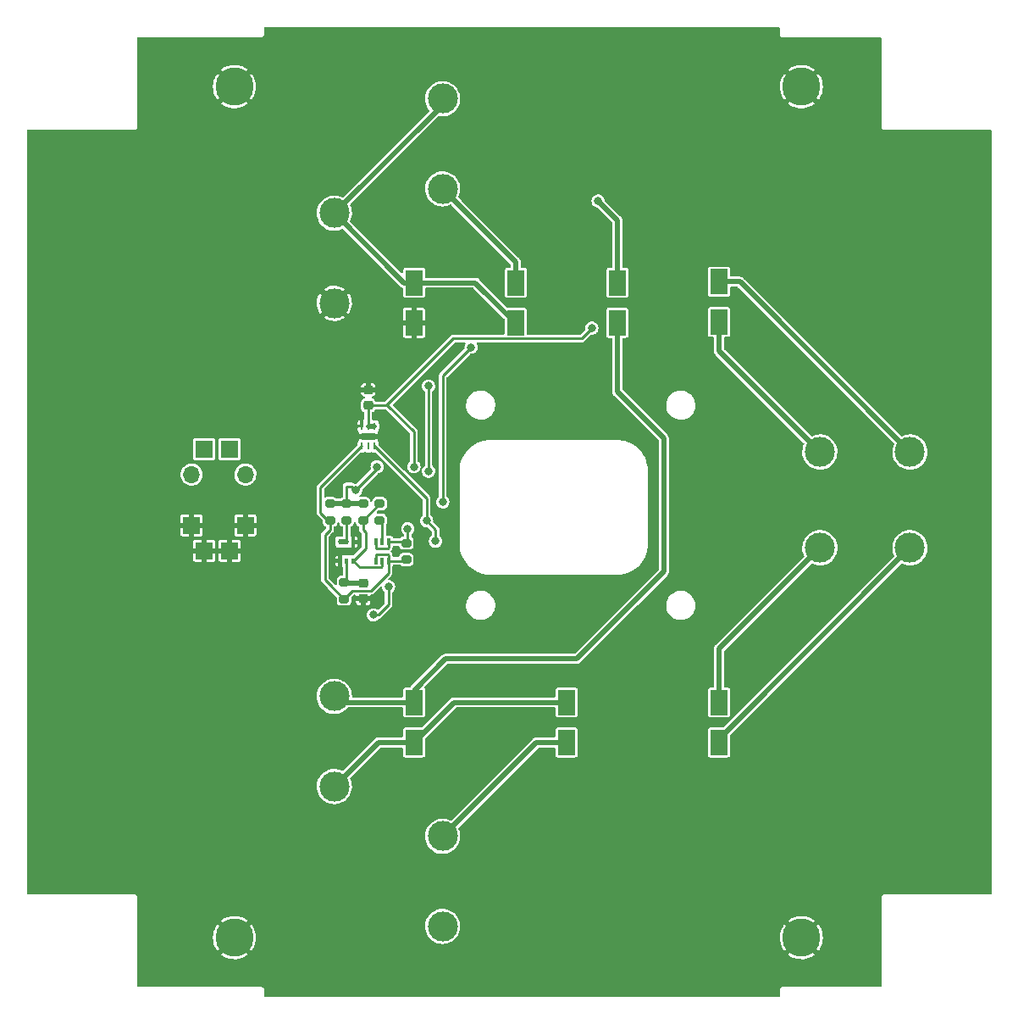
<source format=gtl>
%TF.GenerationSoftware,KiCad,Pcbnew,(6.0.5)*%
%TF.CreationDate,2022-07-09T16:00:03-07:00*%
%TF.ProjectId,solar-panel-side-Z-plus,736f6c61-722d-4706-916e-656c2d736964,rev?*%
%TF.SameCoordinates,Original*%
%TF.FileFunction,Copper,L1,Top*%
%TF.FilePolarity,Positive*%
%FSLAX46Y46*%
G04 Gerber Fmt 4.6, Leading zero omitted, Abs format (unit mm)*
G04 Created by KiCad (PCBNEW (6.0.5)) date 2022-07-09 16:00:03*
%MOMM*%
%LPD*%
G01*
G04 APERTURE LIST*
G04 Aperture macros list*
%AMRoundRect*
0 Rectangle with rounded corners*
0 $1 Rounding radius*
0 $2 $3 $4 $5 $6 $7 $8 $9 X,Y pos of 4 corners*
0 Add a 4 corners polygon primitive as box body*
4,1,4,$2,$3,$4,$5,$6,$7,$8,$9,$2,$3,0*
0 Add four circle primitives for the rounded corners*
1,1,$1+$1,$2,$3*
1,1,$1+$1,$4,$5*
1,1,$1+$1,$6,$7*
1,1,$1+$1,$8,$9*
0 Add four rect primitives between the rounded corners*
20,1,$1+$1,$2,$3,$4,$5,0*
20,1,$1+$1,$4,$5,$6,$7,0*
20,1,$1+$1,$6,$7,$8,$9,0*
20,1,$1+$1,$8,$9,$2,$3,0*%
G04 Aperture macros list end*
%TA.AperFunction,SMDPad,CuDef*%
%ADD10R,1.700000X2.500000*%
%TD*%
%TA.AperFunction,ComponentPad*%
%ADD11C,3.000000*%
%TD*%
%TA.AperFunction,ComponentPad*%
%ADD12R,1.700000X1.700000*%
%TD*%
%TA.AperFunction,ComponentPad*%
%ADD13O,1.700000X1.700000*%
%TD*%
%TA.AperFunction,SMDPad,CuDef*%
%ADD14RoundRect,0.225000X0.250000X-0.225000X0.250000X0.225000X-0.250000X0.225000X-0.250000X-0.225000X0*%
%TD*%
%TA.AperFunction,SMDPad,CuDef*%
%ADD15R,0.270000X0.740000*%
%TD*%
%TA.AperFunction,SMDPad,CuDef*%
%ADD16R,1.350000X0.650000*%
%TD*%
%TA.AperFunction,ConnectorPad*%
%ADD17C,3.800000*%
%TD*%
%TA.AperFunction,ComponentPad*%
%ADD18C,2.600000*%
%TD*%
%TA.AperFunction,SMDPad,CuDef*%
%ADD19RoundRect,0.200000X0.275000X-0.200000X0.275000X0.200000X-0.275000X0.200000X-0.275000X-0.200000X0*%
%TD*%
%TA.AperFunction,SMDPad,CuDef*%
%ADD20RoundRect,0.200000X-0.275000X0.200000X-0.275000X-0.200000X0.275000X-0.200000X0.275000X0.200000X0*%
%TD*%
%TA.AperFunction,SMDPad,CuDef*%
%ADD21R,0.400000X0.650000*%
%TD*%
%TA.AperFunction,SMDPad,CuDef*%
%ADD22RoundRect,0.225000X-0.250000X0.225000X-0.250000X-0.225000X0.250000X-0.225000X0.250000X0.225000X0*%
%TD*%
%TA.AperFunction,SMDPad,CuDef*%
%ADD23R,0.400000X0.600000*%
%TD*%
%TA.AperFunction,ViaPad*%
%ADD24C,0.800000*%
%TD*%
%TA.AperFunction,Conductor*%
%ADD25C,0.500000*%
%TD*%
%TA.AperFunction,Conductor*%
%ADD26C,0.250000*%
%TD*%
G04 APERTURE END LIST*
D10*
X154940000Y-114840000D03*
X154940000Y-118840000D03*
X170180000Y-114840000D03*
X170180000Y-118840000D03*
X149860000Y-72930000D03*
X149860000Y-76930000D03*
X139700000Y-72930000D03*
X139700000Y-76930000D03*
D11*
X142575000Y-63555000D03*
X142575000Y-54555000D03*
X131745000Y-65985000D03*
X131745000Y-74985000D03*
D12*
X121285000Y-99695000D03*
X117475000Y-97155000D03*
X118745000Y-99695000D03*
X122845000Y-97155000D03*
D13*
X117475000Y-92075000D03*
D12*
X118745000Y-89535000D03*
X121285000Y-89535000D03*
D13*
X122845000Y-92075000D03*
D14*
X135128000Y-85166500D03*
X135128000Y-83616500D03*
D10*
X139700000Y-114840000D03*
X139700000Y-118840000D03*
X170180000Y-72835000D03*
X170180000Y-76835000D03*
X160020000Y-72930000D03*
X160020000Y-76930000D03*
D11*
X131745000Y-114245000D03*
X131745000Y-123245000D03*
X142575000Y-137215000D03*
X142575000Y-128215000D03*
X180285000Y-99395000D03*
X189285000Y-99395000D03*
X189285000Y-89835000D03*
X180285000Y-89835000D03*
D15*
X135778000Y-87270000D03*
X135128000Y-87270000D03*
X134478000Y-87270000D03*
X134478000Y-89260000D03*
X135128000Y-89260000D03*
X135778000Y-89260000D03*
D16*
X135128000Y-88265000D03*
D17*
X121760000Y-138340000D03*
D18*
X121760000Y-138340000D03*
X178434000Y-53340000D03*
D17*
X178434000Y-53340000D03*
X178434000Y-138340000D03*
D18*
X178434000Y-138340000D03*
X121760000Y-53340000D03*
D17*
X121760000Y-53340000D03*
D19*
X136271000Y-96646500D03*
X136271000Y-94996500D03*
X132715000Y-104520500D03*
X132715000Y-102870500D03*
D20*
X132969000Y-94996500D03*
X132969000Y-96646500D03*
D19*
X138938000Y-98933500D03*
X138938000Y-100583500D03*
D20*
X131318000Y-94996500D03*
X131318000Y-96646500D03*
X134620000Y-94996500D03*
X134620000Y-96646500D03*
D21*
X137175000Y-98808500D03*
X136525000Y-98808500D03*
X135875000Y-98808500D03*
X135875000Y-100708500D03*
X136525000Y-100708500D03*
X137175000Y-100708500D03*
D22*
X134620000Y-102920500D03*
X134620000Y-104470500D03*
D23*
X133619000Y-98808500D03*
X132969000Y-98808500D03*
X132319000Y-98808500D03*
X132319000Y-100708500D03*
X132969000Y-100708500D03*
X133619000Y-100708500D03*
D24*
X133985000Y-78105000D03*
X154368500Y-71818500D03*
X158051500Y-67500500D03*
X129540000Y-73025000D03*
X120650000Y-102235000D03*
X138430000Y-80010000D03*
X158051500Y-69977000D03*
X118110000Y-102235000D03*
X137160000Y-76835000D03*
X140970000Y-80010000D03*
X151638000Y-67881500D03*
X131889500Y-93662500D03*
X137668000Y-95948500D03*
X131635500Y-101727000D03*
X135445500Y-93599000D03*
X125095000Y-98425000D03*
X114300000Y-100330000D03*
X134429500Y-91186000D03*
X125095000Y-100330000D03*
X128905000Y-75565000D03*
X114300000Y-98425000D03*
X131445000Y-71755000D03*
X138938000Y-93599000D03*
X123190000Y-102235000D03*
X114300000Y-96520000D03*
X133985000Y-73025000D03*
X154368500Y-73215500D03*
X129540000Y-78105000D03*
X142875000Y-76835000D03*
X115570000Y-102235000D03*
X116205000Y-99695000D03*
X134620000Y-74930000D03*
X158115000Y-64770000D03*
X133858000Y-93662500D03*
X157480000Y-77470000D03*
X139700000Y-91313000D03*
X136017000Y-91313000D03*
X142584001Y-94832001D03*
X145415000Y-79375000D03*
X139083210Y-97490710D03*
X141160500Y-91757500D03*
X141160500Y-83248500D03*
X140970000Y-96710500D03*
X135636000Y-106108500D03*
X141859000Y-98742500D03*
X137175000Y-103299500D03*
D25*
X136150000Y-118840000D02*
X131745000Y-123245000D01*
X154940000Y-114840000D02*
X143700000Y-114840000D01*
X139700000Y-118840000D02*
X136150000Y-118840000D01*
X143700000Y-114840000D02*
X139700000Y-118840000D01*
X155956000Y-110490000D02*
X142875000Y-110490000D01*
X164686934Y-88486934D02*
X164686934Y-101759066D01*
X139700000Y-113665000D02*
X142875000Y-110490000D01*
X160020000Y-76930000D02*
X160020000Y-83820000D01*
X160020000Y-83820000D02*
X164686934Y-88486934D01*
X132340000Y-114840000D02*
X131745000Y-114245000D01*
X139700000Y-114840000D02*
X132340000Y-114840000D01*
X164686934Y-101759066D02*
X155956000Y-110490000D01*
X139700000Y-114840000D02*
X139700000Y-113665000D01*
X170180000Y-109500000D02*
X180285000Y-99395000D01*
X151950000Y-118840000D02*
X142575000Y-128215000D01*
X154940000Y-118840000D02*
X151950000Y-118840000D01*
X170180000Y-114840000D02*
X170180000Y-109500000D01*
X170180000Y-118500000D02*
X189285000Y-99395000D01*
X170180000Y-118840000D02*
X170180000Y-118500000D01*
X170180000Y-72835000D02*
X172285000Y-72835000D01*
X172285000Y-72835000D02*
X189285000Y-89835000D01*
X170180000Y-76835000D02*
X170180000Y-79730000D01*
X170180000Y-79730000D02*
X180285000Y-89835000D01*
X149860000Y-72930000D02*
X149860000Y-70840000D01*
X149860000Y-70840000D02*
X142575000Y-63555000D01*
X138690000Y-72930000D02*
X131745000Y-65985000D01*
X139700000Y-72930000D02*
X138690000Y-72930000D01*
X131745000Y-65985000D02*
X142575000Y-55155000D01*
X142575000Y-55155000D02*
X142575000Y-54555000D01*
X145860000Y-72930000D02*
X149860000Y-76930000D01*
X139700000Y-72930000D02*
X145860000Y-72930000D01*
X158115000Y-64770000D02*
X158115000Y-64770000D01*
X160020000Y-66675000D02*
X158115000Y-64770000D01*
X160020000Y-72930000D02*
X160020000Y-66675000D01*
D26*
X157480000Y-77470000D02*
X157480000Y-77470000D01*
D25*
X131318000Y-94996500D02*
X132969000Y-94996500D01*
X132969000Y-94996500D02*
X134620000Y-94996500D01*
D26*
X133477000Y-93281500D02*
X133731000Y-93535500D01*
X132969000Y-93281500D02*
X132969000Y-94996500D01*
X132969000Y-93281500D02*
X133477000Y-93281500D01*
X133858000Y-93662500D02*
X133858000Y-93662500D01*
X133731000Y-93535500D02*
X133858000Y-93662500D01*
X139700000Y-91313000D02*
X139700000Y-91313000D01*
X136956500Y-85166500D02*
X137046000Y-85166500D01*
X156444999Y-78505001D02*
X143617999Y-78505001D01*
X136956500Y-85166500D02*
X135128000Y-85166500D01*
X133858000Y-93662500D02*
X136017000Y-91503500D01*
X136017000Y-91503500D02*
X136017000Y-91313000D01*
X139700000Y-87820500D02*
X139700000Y-91313000D01*
X135128000Y-85166500D02*
X135128000Y-87270000D01*
X137046000Y-85166500D02*
X139700000Y-87820500D01*
X143617999Y-78505001D02*
X136956500Y-85166500D01*
X157480000Y-77470000D02*
X156444999Y-78505001D01*
D25*
X135128000Y-87270000D02*
X135778000Y-87270000D01*
D26*
X145415000Y-79375000D02*
X145415000Y-79375000D01*
X142584001Y-94832001D02*
X142584001Y-94832001D01*
X142584001Y-94832001D02*
X142584001Y-82205999D01*
X142584001Y-82205999D02*
X145415000Y-79375000D01*
X137175000Y-98808500D02*
X138813000Y-98808500D01*
X137175000Y-99383500D02*
X137099999Y-99458501D01*
X137175000Y-98808500D02*
X137175000Y-99383500D01*
X139083210Y-98788290D02*
X138938000Y-98933500D01*
X135875000Y-99383500D02*
X135875000Y-98808500D01*
X135950001Y-99458501D02*
X135875000Y-99383500D01*
X137099999Y-99458501D02*
X135950001Y-99458501D01*
X139083210Y-97490710D02*
X139083210Y-98788290D01*
X138813000Y-98808500D02*
X138938000Y-98933500D01*
X141160500Y-91757500D02*
X141160500Y-91757500D01*
X141160500Y-83248500D02*
X141160500Y-91757500D01*
D25*
X134620000Y-102920500D02*
X132765000Y-102920500D01*
X132765000Y-102920500D02*
X132715000Y-102870500D01*
D26*
X132969000Y-102616500D02*
X132715000Y-102870500D01*
X132969000Y-100708500D02*
X132969000Y-102616500D01*
X136525000Y-101283500D02*
X136449999Y-101358501D01*
X134620000Y-99707500D02*
X133619000Y-100708500D01*
X134620000Y-97599500D02*
X134874000Y-97853500D01*
X136449999Y-101358501D02*
X134269001Y-101358501D01*
X136271000Y-94996500D02*
X136270000Y-94996500D01*
X134269001Y-101358501D02*
X133619000Y-100708500D01*
X136525000Y-100708500D02*
X136525000Y-101283500D01*
X134874000Y-99453500D02*
X134620000Y-99707500D01*
X136270000Y-94996500D02*
X134620000Y-96646500D01*
X134874000Y-97853500D02*
X134874000Y-99453500D01*
X134620000Y-96646500D02*
X134620000Y-97599500D01*
X136525000Y-96900500D02*
X136525000Y-98808500D01*
X136271000Y-96646500D02*
X136525000Y-96900500D01*
X138813000Y-100708500D02*
X138938000Y-100583500D01*
X137175000Y-100133500D02*
X137175000Y-100708500D01*
X130810000Y-98107500D02*
X130810000Y-102615500D01*
X131318000Y-97599500D02*
X130810000Y-98107500D01*
X135950001Y-100058499D02*
X137099999Y-100058499D01*
X131318000Y-103123500D02*
X132715000Y-104520500D01*
X130810000Y-102615500D02*
X131318000Y-103123500D01*
X137099999Y-100058499D02*
X137175000Y-100133500D01*
X137175000Y-100708500D02*
X137175000Y-101902500D01*
X135382000Y-103695500D02*
X133540000Y-103695500D01*
X131318000Y-96646500D02*
X131318000Y-97599500D01*
X133540000Y-103695500D02*
X132715000Y-104520500D01*
X137175000Y-101902500D02*
X135382000Y-103695500D01*
X137175000Y-100708500D02*
X138813000Y-100708500D01*
X135875000Y-100133500D02*
X135950001Y-100058499D01*
X135875000Y-100708500D02*
X135875000Y-100133500D01*
X138938000Y-100583500D02*
X139002000Y-100583500D01*
X131318000Y-96646500D02*
X131127000Y-96646500D01*
X134448500Y-89230500D02*
X134478000Y-89260000D01*
X130365500Y-95885000D02*
X130365500Y-93372500D01*
X130365500Y-93372500D02*
X134478000Y-89260000D01*
X131127000Y-96646500D02*
X130365500Y-95885000D01*
X137175000Y-103299500D02*
X137175000Y-105077500D01*
X137175000Y-105077500D02*
X136144000Y-106108500D01*
X141859000Y-97599500D02*
X140970000Y-96710500D01*
X141859000Y-98742500D02*
X141859000Y-97599500D01*
X136144000Y-106108500D02*
X135636000Y-106108500D01*
X135636000Y-106108500D02*
X135636000Y-106108500D01*
X140970000Y-96710500D02*
X140970000Y-94452000D01*
X140970000Y-94452000D02*
X135778000Y-89260000D01*
X132969000Y-98808500D02*
X132969000Y-96646500D01*
D25*
X132969000Y-98808500D02*
X132319000Y-98808500D01*
%TA.AperFunction,Conductor*%
G36*
X176234031Y-47413713D02*
G01*
X176270576Y-47464013D01*
X176275500Y-47495100D01*
X176275500Y-48104700D01*
X176273531Y-48124505D01*
X176270514Y-48139530D01*
X176275492Y-48164797D01*
X176275500Y-48164848D01*
X176275500Y-48165067D01*
X176280349Y-48189447D01*
X176290087Y-48238867D01*
X176290219Y-48239066D01*
X176290266Y-48239301D01*
X176295654Y-48247364D01*
X176295654Y-48247365D01*
X176305054Y-48261434D01*
X176318326Y-48281296D01*
X176346184Y-48323151D01*
X176346382Y-48323284D01*
X176346516Y-48323484D01*
X176388447Y-48351502D01*
X176430265Y-48379554D01*
X176430500Y-48379601D01*
X176430699Y-48379734D01*
X176440383Y-48381660D01*
X176440385Y-48381661D01*
X176479929Y-48389526D01*
X176480110Y-48389562D01*
X176503858Y-48394331D01*
X176503864Y-48394332D01*
X176504472Y-48394454D01*
X176504685Y-48394454D01*
X176504752Y-48394464D01*
X176520281Y-48397553D01*
X176520283Y-48397553D01*
X176530000Y-48399486D01*
X176539717Y-48397553D01*
X176545031Y-48396496D01*
X176564839Y-48394563D01*
X186335082Y-48412258D01*
X186394179Y-48431578D01*
X186430632Y-48481944D01*
X186435500Y-48512858D01*
X186435500Y-57369025D01*
X186433567Y-57388650D01*
X186430514Y-57404000D01*
X186435500Y-57429067D01*
X186450266Y-57503301D01*
X186506516Y-57587484D01*
X186590699Y-57643734D01*
X186690000Y-57663486D01*
X186699718Y-57661553D01*
X186699719Y-57661553D01*
X186705350Y-57660433D01*
X186724975Y-57658500D01*
X197354891Y-57658500D01*
X197414022Y-57677713D01*
X197450567Y-57728013D01*
X197455491Y-57759103D01*
X197454508Y-95521787D01*
X197453510Y-133909297D01*
X197453509Y-133937303D01*
X197434295Y-133996433D01*
X197383994Y-134032977D01*
X197352909Y-134037900D01*
X186724975Y-134037900D01*
X186705350Y-134035967D01*
X186699719Y-134034847D01*
X186699718Y-134034847D01*
X186690000Y-134032914D01*
X186664933Y-134037900D01*
X186590699Y-134052666D01*
X186506516Y-134108916D01*
X186450266Y-134193099D01*
X186430514Y-134292400D01*
X186432447Y-134302118D01*
X186432447Y-134302119D01*
X186433567Y-134307750D01*
X186435500Y-134327375D01*
X186435500Y-143182900D01*
X186416287Y-143242031D01*
X186365987Y-143278576D01*
X186334900Y-143283500D01*
X176564975Y-143283500D01*
X176545350Y-143281567D01*
X176539719Y-143280447D01*
X176539718Y-143280447D01*
X176530000Y-143278514D01*
X176504933Y-143283500D01*
X176430699Y-143298266D01*
X176346516Y-143354516D01*
X176290266Y-143438699D01*
X176270514Y-143538000D01*
X176272447Y-143547718D01*
X176272447Y-143547719D01*
X176273567Y-143553350D01*
X176275500Y-143572975D01*
X176275500Y-144182900D01*
X176256287Y-144242031D01*
X176205987Y-144278576D01*
X176174900Y-144283500D01*
X124815100Y-144283500D01*
X124755969Y-144264287D01*
X124719424Y-144213987D01*
X124714500Y-144182900D01*
X124714500Y-143573375D01*
X124716476Y-143553532D01*
X124717532Y-143548285D01*
X124717532Y-143548284D01*
X124719486Y-143538572D01*
X124714512Y-143513276D01*
X124714500Y-143513195D01*
X124714500Y-143512933D01*
X124709671Y-143488655D01*
X124699952Y-143439228D01*
X124699791Y-143438986D01*
X124699734Y-143438699D01*
X124671702Y-143396747D01*
X124649357Y-143363144D01*
X124649355Y-143363142D01*
X124643888Y-143354921D01*
X124643646Y-143354759D01*
X124643484Y-143354516D01*
X124601506Y-143326467D01*
X124559829Y-143298486D01*
X124559545Y-143298429D01*
X124559301Y-143298266D01*
X124549657Y-143296348D01*
X124549655Y-143296347D01*
X124509836Y-143288427D01*
X124509618Y-143288383D01*
X124504555Y-143287364D01*
X124485628Y-143283556D01*
X124485361Y-143283555D01*
X124485296Y-143283545D01*
X124460000Y-143278514D01*
X124445037Y-143281490D01*
X124425192Y-143283423D01*
X121622598Y-143277244D01*
X112114878Y-143256281D01*
X112055790Y-143236938D01*
X112019355Y-143186557D01*
X112014500Y-143155681D01*
X112014500Y-140033572D01*
X120431562Y-140033572D01*
X120432024Y-140036489D01*
X120434254Y-140039287D01*
X120488323Y-140084496D01*
X120493858Y-140088517D01*
X120736842Y-140240941D01*
X120742870Y-140244173D01*
X121004305Y-140362216D01*
X121010701Y-140364595D01*
X121285727Y-140446060D01*
X121292421Y-140447556D01*
X121575943Y-140490942D01*
X121582764Y-140491515D01*
X121869571Y-140496020D01*
X121876401Y-140495662D01*
X122161163Y-140461202D01*
X122167872Y-140459923D01*
X122445332Y-140387132D01*
X122451808Y-140384952D01*
X122716813Y-140275184D01*
X122722941Y-140272142D01*
X122970595Y-140127425D01*
X122976255Y-140123579D01*
X123080366Y-140041945D01*
X123085992Y-140033572D01*
X177105562Y-140033572D01*
X177106024Y-140036489D01*
X177108254Y-140039287D01*
X177162323Y-140084496D01*
X177167858Y-140088517D01*
X177410842Y-140240941D01*
X177416870Y-140244173D01*
X177678305Y-140362216D01*
X177684701Y-140364595D01*
X177959727Y-140446060D01*
X177966421Y-140447556D01*
X178249943Y-140490942D01*
X178256764Y-140491515D01*
X178543571Y-140496020D01*
X178550401Y-140495662D01*
X178835163Y-140461202D01*
X178841872Y-140459923D01*
X179119332Y-140387132D01*
X179125808Y-140384952D01*
X179390813Y-140275184D01*
X179396941Y-140272142D01*
X179644595Y-140127425D01*
X179650255Y-140123579D01*
X179754366Y-140041945D01*
X179761925Y-140030695D01*
X179761848Y-140028590D01*
X179759146Y-140024356D01*
X178445268Y-138710478D01*
X178433189Y-138704323D01*
X178428077Y-138705133D01*
X177111717Y-140021493D01*
X177105562Y-140033572D01*
X123085992Y-140033572D01*
X123087925Y-140030695D01*
X123087848Y-140028590D01*
X123085146Y-140024356D01*
X121771268Y-138710478D01*
X121759189Y-138704323D01*
X121754077Y-138705133D01*
X120437717Y-140021493D01*
X120431562Y-140033572D01*
X112014500Y-140033572D01*
X112014500Y-138320819D01*
X119601283Y-138320819D01*
X119617795Y-138607176D01*
X119618652Y-138613962D01*
X119673874Y-138895433D01*
X119675646Y-138902046D01*
X119768558Y-139173420D01*
X119771204Y-139179715D01*
X119900092Y-139435979D01*
X119903570Y-139441860D01*
X120055587Y-139663046D01*
X120066340Y-139671297D01*
X120066743Y-139671308D01*
X120073505Y-139667285D01*
X121389522Y-138351268D01*
X121394850Y-138340811D01*
X122124323Y-138340811D01*
X122125133Y-138345923D01*
X123441714Y-139662504D01*
X123453793Y-139668659D01*
X123455034Y-139668462D01*
X123459951Y-139664285D01*
X123580907Y-139499624D01*
X123584564Y-139493862D01*
X123721434Y-139241779D01*
X123724283Y-139235556D01*
X123825672Y-138967238D01*
X123827650Y-138960685D01*
X123891689Y-138681080D01*
X123892756Y-138674342D01*
X123918383Y-138387182D01*
X123918580Y-138383232D01*
X123919012Y-138341974D01*
X123918899Y-138338036D01*
X123899289Y-138050396D01*
X123898364Y-138043640D01*
X123840196Y-137762752D01*
X123838355Y-137756161D01*
X123742604Y-137485767D01*
X123739894Y-137479506D01*
X123608333Y-137224610D01*
X123604788Y-137218757D01*
X123569779Y-137168944D01*
X140816183Y-137168944D01*
X140816362Y-137172674D01*
X140816362Y-137172679D01*
X140822697Y-137304562D01*
X140828694Y-137429419D01*
X140879569Y-137685185D01*
X140880831Y-137688700D01*
X140907419Y-137762752D01*
X140967690Y-137930621D01*
X141091120Y-138160336D01*
X141093350Y-138163322D01*
X141093353Y-138163327D01*
X141225888Y-138340811D01*
X141247149Y-138369283D01*
X141432348Y-138552873D01*
X141545701Y-138635987D01*
X141639641Y-138704868D01*
X141639646Y-138704871D01*
X141642649Y-138707073D01*
X141645947Y-138708808D01*
X141870127Y-138826755D01*
X141870131Y-138826757D01*
X141873433Y-138828494D01*
X141876960Y-138829726D01*
X141876963Y-138829727D01*
X142065118Y-138895433D01*
X142119629Y-138914469D01*
X142375828Y-138963110D01*
X142379557Y-138963256D01*
X142379561Y-138963257D01*
X142545618Y-138969781D01*
X142636403Y-138973348D01*
X142729885Y-138963110D01*
X142891916Y-138945365D01*
X142891921Y-138945364D01*
X142895629Y-138944958D01*
X143016114Y-138913237D01*
X143144204Y-138879514D01*
X143144208Y-138879512D01*
X143147811Y-138878564D01*
X143387410Y-138775625D01*
X143609161Y-138638401D01*
X143638030Y-138613962D01*
X143805339Y-138472324D01*
X143808194Y-138469907D01*
X143894138Y-138371906D01*
X143938940Y-138320819D01*
X176275283Y-138320819D01*
X176291795Y-138607176D01*
X176292652Y-138613962D01*
X176347874Y-138895433D01*
X176349646Y-138902046D01*
X176442558Y-139173420D01*
X176445204Y-139179715D01*
X176574092Y-139435979D01*
X176577570Y-139441860D01*
X176729587Y-139663046D01*
X176740340Y-139671297D01*
X176740743Y-139671308D01*
X176747505Y-139667285D01*
X178063522Y-138351268D01*
X178068850Y-138340811D01*
X178798323Y-138340811D01*
X178799133Y-138345923D01*
X180115714Y-139662504D01*
X180127793Y-139668659D01*
X180129034Y-139668462D01*
X180133951Y-139664285D01*
X180254907Y-139499624D01*
X180258564Y-139493862D01*
X180395434Y-139241779D01*
X180398283Y-139235556D01*
X180499672Y-138967238D01*
X180501650Y-138960685D01*
X180565689Y-138681080D01*
X180566756Y-138674342D01*
X180592383Y-138387182D01*
X180592580Y-138383232D01*
X180593012Y-138341974D01*
X180592899Y-138338036D01*
X180573289Y-138050396D01*
X180572364Y-138043640D01*
X180514196Y-137762752D01*
X180512355Y-137756161D01*
X180416604Y-137485767D01*
X180413894Y-137479506D01*
X180282333Y-137224610D01*
X180278788Y-137218757D01*
X180137576Y-137017832D01*
X180126738Y-137009694D01*
X180126049Y-137009684D01*
X180119711Y-137013499D01*
X178804478Y-138328732D01*
X178798323Y-138340811D01*
X178068850Y-138340811D01*
X178069677Y-138339189D01*
X178068867Y-138334077D01*
X176751656Y-137016866D01*
X176739577Y-137010711D01*
X176738618Y-137010863D01*
X176733362Y-137015376D01*
X176601050Y-137199507D01*
X176597453Y-137205308D01*
X176463224Y-137458823D01*
X176460450Y-137465052D01*
X176361870Y-137734435D01*
X176359965Y-137740991D01*
X176298857Y-138021258D01*
X176297859Y-138028015D01*
X176275354Y-138313970D01*
X176275283Y-138320819D01*
X143938940Y-138320819D01*
X143977671Y-138276655D01*
X143977673Y-138276653D01*
X143980135Y-138273845D01*
X143982153Y-138270707D01*
X143982158Y-138270701D01*
X144119183Y-138057672D01*
X144119186Y-138057667D01*
X144121208Y-138054523D01*
X144122743Y-138051116D01*
X144122746Y-138051110D01*
X144226780Y-137820163D01*
X144226781Y-137820160D01*
X144228314Y-137816757D01*
X144299099Y-137565772D01*
X144310074Y-137479506D01*
X144331691Y-137309582D01*
X144331691Y-137309579D01*
X144332009Y-137307081D01*
X144334420Y-137215000D01*
X144315094Y-136954941D01*
X144305648Y-136913193D01*
X144258367Y-136704240D01*
X144258366Y-136704237D01*
X144257542Y-136700595D01*
X144256192Y-136697122D01*
X144256189Y-136697114D01*
X144237558Y-136649205D01*
X177106041Y-136649205D01*
X177106154Y-136651591D01*
X177108619Y-136655409D01*
X178422732Y-137969522D01*
X178434811Y-137975677D01*
X178439923Y-137974867D01*
X179755900Y-136658890D01*
X179762055Y-136646811D01*
X179761637Y-136644173D01*
X179759087Y-136641008D01*
X179687338Y-136582282D01*
X179681769Y-136578324D01*
X179437190Y-136428446D01*
X179431137Y-136425281D01*
X179168479Y-136309982D01*
X179162051Y-136307668D01*
X178886188Y-136229087D01*
X178879491Y-136227663D01*
X178595511Y-136187247D01*
X178588709Y-136186747D01*
X178301853Y-136185245D01*
X178295037Y-136185674D01*
X178010650Y-136223115D01*
X178003944Y-136224467D01*
X177727274Y-136300155D01*
X177720813Y-136302405D01*
X177456973Y-136414943D01*
X177450876Y-136418050D01*
X177204751Y-136565353D01*
X177199137Y-136569254D01*
X177113484Y-136637875D01*
X177106041Y-136649205D01*
X144237558Y-136649205D01*
X144164381Y-136461032D01*
X144163027Y-136457550D01*
X144033625Y-136231145D01*
X143872180Y-136026353D01*
X143836517Y-135992804D01*
X143684957Y-135850231D01*
X143682239Y-135847674D01*
X143679182Y-135845554D01*
X143679178Y-135845550D01*
X143565977Y-135767020D01*
X143467973Y-135699032D01*
X143234090Y-135583694D01*
X143230538Y-135582557D01*
X143230533Y-135582555D01*
X143109909Y-135543943D01*
X142985728Y-135504193D01*
X142728344Y-135462275D01*
X142724602Y-135462226D01*
X142695905Y-135461850D01*
X142467590Y-135458862D01*
X142357620Y-135473828D01*
X142212898Y-135493524D01*
X142212896Y-135493524D01*
X142209196Y-135494028D01*
X142205613Y-135495072D01*
X142205610Y-135495073D01*
X142174321Y-135504193D01*
X141958838Y-135567000D01*
X141955456Y-135568559D01*
X141955451Y-135568561D01*
X141919040Y-135585347D01*
X141722016Y-135676177D01*
X141718895Y-135678223D01*
X141718890Y-135678226D01*
X141563459Y-135780131D01*
X141503933Y-135819158D01*
X141309379Y-135992804D01*
X141306987Y-135995680D01*
X141145016Y-136190429D01*
X141145011Y-136190436D01*
X141142629Y-136193300D01*
X141007345Y-136416240D01*
X140906500Y-136656728D01*
X140842310Y-136909480D01*
X140841936Y-136913191D01*
X140841936Y-136913193D01*
X140831497Y-137016866D01*
X140816183Y-137168944D01*
X123569779Y-137168944D01*
X123463576Y-137017832D01*
X123452738Y-137009694D01*
X123452049Y-137009684D01*
X123445711Y-137013499D01*
X122130478Y-138328732D01*
X122124323Y-138340811D01*
X121394850Y-138340811D01*
X121395677Y-138339189D01*
X121394867Y-138334077D01*
X120077656Y-137016866D01*
X120065577Y-137010711D01*
X120064618Y-137010863D01*
X120059362Y-137015376D01*
X119927050Y-137199507D01*
X119923453Y-137205308D01*
X119789224Y-137458823D01*
X119786450Y-137465052D01*
X119687870Y-137734435D01*
X119685965Y-137740991D01*
X119624857Y-138021258D01*
X119623859Y-138028015D01*
X119601354Y-138313970D01*
X119601283Y-138320819D01*
X112014500Y-138320819D01*
X112014500Y-136649205D01*
X120432041Y-136649205D01*
X120432154Y-136651591D01*
X120434619Y-136655409D01*
X121748732Y-137969522D01*
X121760811Y-137975677D01*
X121765923Y-137974867D01*
X123081900Y-136658890D01*
X123088055Y-136646811D01*
X123087637Y-136644173D01*
X123085087Y-136641008D01*
X123013338Y-136582282D01*
X123007769Y-136578324D01*
X122763190Y-136428446D01*
X122757137Y-136425281D01*
X122494479Y-136309982D01*
X122488051Y-136307668D01*
X122212188Y-136229087D01*
X122205491Y-136227663D01*
X121921511Y-136187247D01*
X121914709Y-136186747D01*
X121627853Y-136185245D01*
X121621037Y-136185674D01*
X121336650Y-136223115D01*
X121329944Y-136224467D01*
X121053274Y-136300155D01*
X121046813Y-136302405D01*
X120782973Y-136414943D01*
X120776876Y-136418050D01*
X120530751Y-136565353D01*
X120525137Y-136569254D01*
X120439484Y-136637875D01*
X120432041Y-136649205D01*
X112014500Y-136649205D01*
X112014500Y-134299375D01*
X112016433Y-134279750D01*
X112017553Y-134274119D01*
X112017553Y-134274118D01*
X112019486Y-134264400D01*
X112005304Y-134193099D01*
X111999734Y-134165099D01*
X111943484Y-134080916D01*
X111859301Y-134024666D01*
X111760000Y-134004914D01*
X111750282Y-134006847D01*
X111750281Y-134006847D01*
X111744650Y-134007967D01*
X111725025Y-134009900D01*
X101095109Y-134009900D01*
X101035978Y-133990687D01*
X100999433Y-133940387D01*
X100994509Y-133909297D01*
X100994658Y-128168944D01*
X140816183Y-128168944D01*
X140828694Y-128429419D01*
X140879569Y-128685185D01*
X140967690Y-128930621D01*
X141091120Y-129160336D01*
X141093350Y-129163322D01*
X141093353Y-129163327D01*
X141177980Y-129276655D01*
X141247149Y-129369283D01*
X141432348Y-129552873D01*
X141545701Y-129635987D01*
X141639641Y-129704868D01*
X141639646Y-129704871D01*
X141642649Y-129707073D01*
X141645947Y-129708808D01*
X141870127Y-129826755D01*
X141870131Y-129826757D01*
X141873433Y-129828494D01*
X141876960Y-129829726D01*
X141876963Y-129829727D01*
X142116101Y-129913237D01*
X142119629Y-129914469D01*
X142375828Y-129963110D01*
X142379557Y-129963256D01*
X142379561Y-129963257D01*
X142545618Y-129969781D01*
X142636403Y-129973348D01*
X142729885Y-129963110D01*
X142891916Y-129945365D01*
X142891921Y-129945364D01*
X142895629Y-129944958D01*
X143016114Y-129913237D01*
X143144204Y-129879514D01*
X143144208Y-129879512D01*
X143147811Y-129878564D01*
X143387410Y-129775625D01*
X143609161Y-129638401D01*
X143808194Y-129469907D01*
X143894138Y-129371906D01*
X143977671Y-129276655D01*
X143977673Y-129276653D01*
X143980135Y-129273845D01*
X143982153Y-129270707D01*
X143982158Y-129270701D01*
X144119183Y-129057672D01*
X144119186Y-129057667D01*
X144121208Y-129054523D01*
X144122743Y-129051116D01*
X144122746Y-129051110D01*
X144226780Y-128820163D01*
X144226781Y-128820160D01*
X144228314Y-128816757D01*
X144299099Y-128565772D01*
X144315980Y-128433077D01*
X144331691Y-128309582D01*
X144331691Y-128309579D01*
X144332009Y-128307081D01*
X144334420Y-128215000D01*
X144315094Y-127954941D01*
X144305648Y-127913193D01*
X144258367Y-127704240D01*
X144258366Y-127704237D01*
X144257542Y-127700595D01*
X144256192Y-127697122D01*
X144256189Y-127697114D01*
X144164382Y-127461033D01*
X144164379Y-127461027D01*
X144163027Y-127457550D01*
X144158567Y-127449746D01*
X144145908Y-127388874D01*
X144174775Y-127328696D01*
X152129506Y-119373965D01*
X152184904Y-119345739D01*
X152200641Y-119344500D01*
X153734901Y-119344500D01*
X153794032Y-119363713D01*
X153830577Y-119414013D01*
X153835501Y-119445100D01*
X153835501Y-120115066D01*
X153850266Y-120189301D01*
X153855769Y-120197536D01*
X153855769Y-120197537D01*
X153901012Y-120265247D01*
X153906516Y-120273484D01*
X153990699Y-120329734D01*
X154039239Y-120339389D01*
X154060081Y-120343535D01*
X154060082Y-120343535D01*
X154064933Y-120344500D01*
X154069880Y-120344500D01*
X154940796Y-120344499D01*
X155815066Y-120344499D01*
X155850548Y-120337442D01*
X155879584Y-120331667D01*
X155879586Y-120331666D01*
X155889301Y-120329734D01*
X155973484Y-120273484D01*
X156029734Y-120189301D01*
X156044500Y-120115067D01*
X156044499Y-117564934D01*
X156044499Y-117564933D01*
X169075500Y-117564933D01*
X169075501Y-120115066D01*
X169090266Y-120189301D01*
X169095769Y-120197536D01*
X169095769Y-120197537D01*
X169141012Y-120265247D01*
X169146516Y-120273484D01*
X169230699Y-120329734D01*
X169279239Y-120339389D01*
X169300081Y-120343535D01*
X169300082Y-120343535D01*
X169304933Y-120344500D01*
X169309880Y-120344500D01*
X170180796Y-120344499D01*
X171055066Y-120344499D01*
X171090548Y-120337442D01*
X171119584Y-120331667D01*
X171119586Y-120331666D01*
X171129301Y-120329734D01*
X171213484Y-120273484D01*
X171269734Y-120189301D01*
X171284500Y-120115067D01*
X171284499Y-118150642D01*
X171303712Y-118091511D01*
X171313964Y-118079507D01*
X188400996Y-100992475D01*
X188456394Y-100964249D01*
X188518971Y-100974580D01*
X188580121Y-101006752D01*
X188580127Y-101006755D01*
X188583433Y-101008494D01*
X188586960Y-101009726D01*
X188586963Y-101009727D01*
X188826101Y-101093237D01*
X188829629Y-101094469D01*
X189085828Y-101143110D01*
X189089557Y-101143256D01*
X189089561Y-101143257D01*
X189255618Y-101149781D01*
X189346403Y-101153348D01*
X189439885Y-101143110D01*
X189601916Y-101125365D01*
X189601921Y-101125364D01*
X189605629Y-101124958D01*
X189726114Y-101093237D01*
X189854204Y-101059514D01*
X189854208Y-101059512D01*
X189857811Y-101058564D01*
X190097410Y-100955625D01*
X190319161Y-100818401D01*
X190342079Y-100799000D01*
X190515339Y-100652324D01*
X190518194Y-100649907D01*
X190645877Y-100504312D01*
X190687671Y-100456655D01*
X190687673Y-100456653D01*
X190690135Y-100453845D01*
X190692153Y-100450707D01*
X190692158Y-100450701D01*
X190829183Y-100237672D01*
X190829186Y-100237667D01*
X190831208Y-100234523D01*
X190832743Y-100231116D01*
X190832746Y-100231110D01*
X190936780Y-100000163D01*
X190936781Y-100000160D01*
X190938314Y-99996757D01*
X190988503Y-99818799D01*
X191008086Y-99749365D01*
X191008087Y-99749361D01*
X191009099Y-99745772D01*
X191014325Y-99704694D01*
X191041691Y-99489582D01*
X191041691Y-99489579D01*
X191042009Y-99487081D01*
X191042916Y-99452461D01*
X191044354Y-99397522D01*
X191044354Y-99397521D01*
X191044420Y-99395000D01*
X191025094Y-99134941D01*
X191023653Y-99128570D01*
X190968367Y-98884240D01*
X190968366Y-98884237D01*
X190967542Y-98880595D01*
X190966192Y-98877122D01*
X190966189Y-98877114D01*
X190874381Y-98641032D01*
X190873027Y-98637550D01*
X190743625Y-98411145D01*
X190582180Y-98206353D01*
X190554495Y-98180309D01*
X190418485Y-98052364D01*
X190392239Y-98027674D01*
X190389182Y-98025554D01*
X190389178Y-98025550D01*
X190194769Y-97890684D01*
X190177973Y-97879032D01*
X189944090Y-97763694D01*
X189940538Y-97762557D01*
X189940533Y-97762555D01*
X189812447Y-97721555D01*
X189695728Y-97684193D01*
X189689791Y-97683226D01*
X189590019Y-97666977D01*
X189438344Y-97642275D01*
X189434602Y-97642226D01*
X189405905Y-97641850D01*
X189177590Y-97638862D01*
X189107712Y-97648372D01*
X188922898Y-97673524D01*
X188922896Y-97673524D01*
X188919196Y-97674028D01*
X188915613Y-97675072D01*
X188915610Y-97675073D01*
X188793931Y-97710539D01*
X188668838Y-97747000D01*
X188665456Y-97748559D01*
X188665451Y-97748561D01*
X188513919Y-97818419D01*
X188432016Y-97856177D01*
X188428895Y-97858223D01*
X188428890Y-97858226D01*
X188311806Y-97934990D01*
X188213933Y-97999158D01*
X188019379Y-98172804D01*
X188016987Y-98175680D01*
X187855016Y-98370429D01*
X187855011Y-98370436D01*
X187852629Y-98373300D01*
X187717345Y-98596240D01*
X187616500Y-98836728D01*
X187598619Y-98907137D01*
X187556292Y-99073802D01*
X187552310Y-99089480D01*
X187551936Y-99093191D01*
X187551936Y-99093193D01*
X187526783Y-99342989D01*
X187526183Y-99348944D01*
X187526362Y-99352674D01*
X187526362Y-99352679D01*
X187537665Y-99587999D01*
X187538694Y-99609419D01*
X187589569Y-99865185D01*
X187590831Y-99868700D01*
X187671576Y-100093591D01*
X187677690Y-100110621D01*
X187679457Y-100113910D01*
X187679459Y-100113914D01*
X187704585Y-100160677D01*
X187715648Y-100221859D01*
X187687102Y-100279427D01*
X170660494Y-117306035D01*
X170605096Y-117334261D01*
X170589359Y-117335500D01*
X169445430Y-117335501D01*
X169304934Y-117335501D01*
X169269452Y-117342558D01*
X169240416Y-117348333D01*
X169240414Y-117348334D01*
X169230699Y-117350266D01*
X169146516Y-117406516D01*
X169090266Y-117490699D01*
X169075500Y-117564933D01*
X156044499Y-117564933D01*
X156029734Y-117490699D01*
X156024230Y-117482461D01*
X155978988Y-117414753D01*
X155973484Y-117406516D01*
X155889301Y-117350266D01*
X155840761Y-117340611D01*
X155819919Y-117336465D01*
X155819918Y-117336465D01*
X155815067Y-117335500D01*
X155810120Y-117335500D01*
X154939204Y-117335501D01*
X154064934Y-117335501D01*
X154029452Y-117342558D01*
X154000416Y-117348333D01*
X154000414Y-117348334D01*
X153990699Y-117350266D01*
X153906516Y-117406516D01*
X153850266Y-117490699D01*
X153835500Y-117564933D01*
X153835500Y-118234900D01*
X153816287Y-118294031D01*
X153765987Y-118330576D01*
X153734900Y-118335500D01*
X152017785Y-118335500D01*
X152005011Y-118334073D01*
X152005008Y-118334111D01*
X151997870Y-118333537D01*
X151990876Y-118331954D01*
X151956107Y-118334111D01*
X151936828Y-118335307D01*
X151930599Y-118335500D01*
X151913774Y-118335500D01*
X151910236Y-118336007D01*
X151910219Y-118336008D01*
X151902525Y-118337110D01*
X151894496Y-118337933D01*
X151853796Y-118340458D01*
X151853795Y-118340458D01*
X151846641Y-118340902D01*
X151836990Y-118344386D01*
X151817099Y-118349345D01*
X151814041Y-118349783D01*
X151814040Y-118349783D01*
X151806948Y-118350799D01*
X151763273Y-118370657D01*
X151755835Y-118373684D01*
X151710716Y-118389973D01*
X151702724Y-118395812D01*
X151702436Y-118396022D01*
X151684735Y-118406366D01*
X151675395Y-118410612D01*
X151639066Y-118441915D01*
X151632754Y-118446927D01*
X151624198Y-118453177D01*
X151624192Y-118453182D01*
X151621056Y-118455473D01*
X151609523Y-118467006D01*
X151604056Y-118472082D01*
X151571345Y-118500267D01*
X151571342Y-118500270D01*
X151565918Y-118504944D01*
X151562020Y-118510958D01*
X151562019Y-118510959D01*
X151561252Y-118512142D01*
X151547970Y-118528559D01*
X143458354Y-126618175D01*
X143402956Y-126646401D01*
X143342725Y-126637266D01*
X143290044Y-126611287D01*
X143234090Y-126583694D01*
X143230540Y-126582558D01*
X143230536Y-126582556D01*
X143116214Y-126545962D01*
X142985728Y-126504193D01*
X142728344Y-126462275D01*
X142724602Y-126462226D01*
X142695905Y-126461850D01*
X142467590Y-126458862D01*
X142357620Y-126473828D01*
X142212898Y-126493524D01*
X142212896Y-126493524D01*
X142209196Y-126494028D01*
X142205613Y-126495072D01*
X142205610Y-126495073D01*
X142174321Y-126504193D01*
X141958838Y-126567000D01*
X141955456Y-126568559D01*
X141955451Y-126568561D01*
X141847831Y-126618175D01*
X141722016Y-126676177D01*
X141718895Y-126678223D01*
X141718890Y-126678226D01*
X141563459Y-126780131D01*
X141503933Y-126819158D01*
X141309379Y-126992804D01*
X141306987Y-126995680D01*
X141145016Y-127190429D01*
X141145011Y-127190436D01*
X141142629Y-127193300D01*
X141007345Y-127416240D01*
X140906500Y-127656728D01*
X140842310Y-127909480D01*
X140841936Y-127913191D01*
X140841936Y-127913193D01*
X140838100Y-127951293D01*
X140816183Y-128168944D01*
X100994658Y-128168944D01*
X100994787Y-123198944D01*
X129986183Y-123198944D01*
X129998694Y-123459419D01*
X130049569Y-123715185D01*
X130137690Y-123960621D01*
X130261120Y-124190336D01*
X130263350Y-124193322D01*
X130263353Y-124193327D01*
X130347980Y-124306655D01*
X130417149Y-124399283D01*
X130602348Y-124582873D01*
X130715701Y-124665987D01*
X130809641Y-124734868D01*
X130809646Y-124734871D01*
X130812649Y-124737073D01*
X130815947Y-124738808D01*
X131040127Y-124856755D01*
X131040131Y-124856757D01*
X131043433Y-124858494D01*
X131046960Y-124859726D01*
X131046963Y-124859727D01*
X131286101Y-124943237D01*
X131289629Y-124944469D01*
X131545828Y-124993110D01*
X131549557Y-124993256D01*
X131549561Y-124993257D01*
X131715618Y-124999781D01*
X131806403Y-125003348D01*
X131899885Y-124993110D01*
X132061916Y-124975365D01*
X132061921Y-124975364D01*
X132065629Y-124974958D01*
X132186114Y-124943237D01*
X132314204Y-124909514D01*
X132314208Y-124909512D01*
X132317811Y-124908564D01*
X132557410Y-124805625D01*
X132779161Y-124668401D01*
X132978194Y-124499907D01*
X133064138Y-124401906D01*
X133147671Y-124306655D01*
X133147673Y-124306653D01*
X133150135Y-124303845D01*
X133152153Y-124300707D01*
X133152158Y-124300701D01*
X133289183Y-124087672D01*
X133289186Y-124087667D01*
X133291208Y-124084523D01*
X133292743Y-124081116D01*
X133292746Y-124081110D01*
X133396780Y-123850163D01*
X133396781Y-123850160D01*
X133398314Y-123846757D01*
X133469099Y-123595772D01*
X133485980Y-123463077D01*
X133501691Y-123339582D01*
X133501691Y-123339579D01*
X133502009Y-123337081D01*
X133504420Y-123245000D01*
X133485094Y-122984941D01*
X133475648Y-122943193D01*
X133428367Y-122734240D01*
X133428366Y-122734237D01*
X133427542Y-122730595D01*
X133426192Y-122727122D01*
X133426189Y-122727114D01*
X133334382Y-122491033D01*
X133334379Y-122491027D01*
X133333027Y-122487550D01*
X133328567Y-122479746D01*
X133315908Y-122418874D01*
X133344775Y-122358696D01*
X136329506Y-119373965D01*
X136384904Y-119345739D01*
X136400641Y-119344500D01*
X138494901Y-119344500D01*
X138554032Y-119363713D01*
X138590577Y-119414013D01*
X138595501Y-119445100D01*
X138595501Y-120115066D01*
X138610266Y-120189301D01*
X138615769Y-120197536D01*
X138615769Y-120197537D01*
X138661012Y-120265247D01*
X138666516Y-120273484D01*
X138750699Y-120329734D01*
X138799239Y-120339389D01*
X138820081Y-120343535D01*
X138820082Y-120343535D01*
X138824933Y-120344500D01*
X138829880Y-120344500D01*
X139700796Y-120344499D01*
X140575066Y-120344499D01*
X140610548Y-120337442D01*
X140639584Y-120331667D01*
X140639586Y-120331666D01*
X140649301Y-120329734D01*
X140733484Y-120273484D01*
X140789734Y-120189301D01*
X140804500Y-120115067D01*
X140804499Y-118490642D01*
X140823712Y-118431511D01*
X140833964Y-118419507D01*
X143879506Y-115373965D01*
X143934904Y-115345739D01*
X143950641Y-115344500D01*
X153734901Y-115344500D01*
X153794032Y-115363713D01*
X153830577Y-115414013D01*
X153835501Y-115445100D01*
X153835501Y-116115066D01*
X153850266Y-116189301D01*
X153855769Y-116197536D01*
X153855769Y-116197537D01*
X153901012Y-116265247D01*
X153906516Y-116273484D01*
X153990699Y-116329734D01*
X154039239Y-116339389D01*
X154060081Y-116343535D01*
X154060082Y-116343535D01*
X154064933Y-116344500D01*
X154069880Y-116344500D01*
X154940796Y-116344499D01*
X155815066Y-116344499D01*
X155850548Y-116337442D01*
X155879584Y-116331667D01*
X155879586Y-116331666D01*
X155889301Y-116329734D01*
X155973484Y-116273484D01*
X156029734Y-116189301D01*
X156044500Y-116115067D01*
X156044499Y-113564934D01*
X156044499Y-113564933D01*
X169075500Y-113564933D01*
X169075501Y-116115066D01*
X169090266Y-116189301D01*
X169095769Y-116197536D01*
X169095769Y-116197537D01*
X169141012Y-116265247D01*
X169146516Y-116273484D01*
X169230699Y-116329734D01*
X169279239Y-116339389D01*
X169300081Y-116343535D01*
X169300082Y-116343535D01*
X169304933Y-116344500D01*
X169309880Y-116344500D01*
X170180796Y-116344499D01*
X171055066Y-116344499D01*
X171090548Y-116337442D01*
X171119584Y-116331667D01*
X171119586Y-116331666D01*
X171129301Y-116329734D01*
X171213484Y-116273484D01*
X171269734Y-116189301D01*
X171284500Y-116115067D01*
X171284499Y-113564934D01*
X171269734Y-113490699D01*
X171264230Y-113482461D01*
X171218988Y-113414753D01*
X171213484Y-113406516D01*
X171129301Y-113350266D01*
X171080761Y-113340611D01*
X171059919Y-113336465D01*
X171059918Y-113336465D01*
X171055067Y-113335500D01*
X170785100Y-113335500D01*
X170725969Y-113316287D01*
X170689424Y-113265987D01*
X170684500Y-113234900D01*
X170684500Y-109750641D01*
X170703713Y-109691510D01*
X170713965Y-109679506D01*
X179400996Y-100992475D01*
X179456394Y-100964249D01*
X179518971Y-100974580D01*
X179580121Y-101006752D01*
X179580127Y-101006755D01*
X179583433Y-101008494D01*
X179586960Y-101009726D01*
X179586963Y-101009727D01*
X179826101Y-101093237D01*
X179829629Y-101094469D01*
X180085828Y-101143110D01*
X180089557Y-101143256D01*
X180089561Y-101143257D01*
X180255618Y-101149781D01*
X180346403Y-101153348D01*
X180439885Y-101143110D01*
X180601916Y-101125365D01*
X180601921Y-101125364D01*
X180605629Y-101124958D01*
X180726114Y-101093237D01*
X180854204Y-101059514D01*
X180854208Y-101059512D01*
X180857811Y-101058564D01*
X181097410Y-100955625D01*
X181319161Y-100818401D01*
X181342079Y-100799000D01*
X181515339Y-100652324D01*
X181518194Y-100649907D01*
X181645877Y-100504312D01*
X181687671Y-100456655D01*
X181687673Y-100456653D01*
X181690135Y-100453845D01*
X181692153Y-100450707D01*
X181692158Y-100450701D01*
X181829183Y-100237672D01*
X181829186Y-100237667D01*
X181831208Y-100234523D01*
X181832743Y-100231116D01*
X181832746Y-100231110D01*
X181936780Y-100000163D01*
X181936781Y-100000160D01*
X181938314Y-99996757D01*
X181988503Y-99818799D01*
X182008086Y-99749365D01*
X182008087Y-99749361D01*
X182009099Y-99745772D01*
X182014325Y-99704694D01*
X182041691Y-99489582D01*
X182041691Y-99489579D01*
X182042009Y-99487081D01*
X182042916Y-99452461D01*
X182044354Y-99397522D01*
X182044354Y-99397521D01*
X182044420Y-99395000D01*
X182025094Y-99134941D01*
X182023653Y-99128570D01*
X181968367Y-98884240D01*
X181968366Y-98884237D01*
X181967542Y-98880595D01*
X181966192Y-98877122D01*
X181966189Y-98877114D01*
X181874381Y-98641032D01*
X181873027Y-98637550D01*
X181743625Y-98411145D01*
X181582180Y-98206353D01*
X181554495Y-98180309D01*
X181418485Y-98052364D01*
X181392239Y-98027674D01*
X181389182Y-98025554D01*
X181389178Y-98025550D01*
X181194769Y-97890684D01*
X181177973Y-97879032D01*
X180944090Y-97763694D01*
X180940538Y-97762557D01*
X180940533Y-97762555D01*
X180812447Y-97721555D01*
X180695728Y-97684193D01*
X180689791Y-97683226D01*
X180590019Y-97666977D01*
X180438344Y-97642275D01*
X180434602Y-97642226D01*
X180405905Y-97641850D01*
X180177590Y-97638862D01*
X180107712Y-97648372D01*
X179922898Y-97673524D01*
X179922896Y-97673524D01*
X179919196Y-97674028D01*
X179915613Y-97675072D01*
X179915610Y-97675073D01*
X179793931Y-97710539D01*
X179668838Y-97747000D01*
X179665456Y-97748559D01*
X179665451Y-97748561D01*
X179513919Y-97818419D01*
X179432016Y-97856177D01*
X179428895Y-97858223D01*
X179428890Y-97858226D01*
X179311806Y-97934990D01*
X179213933Y-97999158D01*
X179019379Y-98172804D01*
X179016987Y-98175680D01*
X178855016Y-98370429D01*
X178855011Y-98370436D01*
X178852629Y-98373300D01*
X178717345Y-98596240D01*
X178616500Y-98836728D01*
X178598619Y-98907137D01*
X178556292Y-99073802D01*
X178552310Y-99089480D01*
X178551936Y-99093191D01*
X178551936Y-99093193D01*
X178526783Y-99342989D01*
X178526183Y-99348944D01*
X178526362Y-99352674D01*
X178526362Y-99352679D01*
X178537665Y-99587999D01*
X178538694Y-99609419D01*
X178589569Y-99865185D01*
X178590831Y-99868700D01*
X178671576Y-100093591D01*
X178677690Y-100110621D01*
X178679457Y-100113910D01*
X178679459Y-100113914D01*
X178704585Y-100160677D01*
X178715648Y-100221859D01*
X178687102Y-100279427D01*
X169871197Y-109095332D01*
X169861155Y-109103355D01*
X169861180Y-109103384D01*
X169855724Y-109108028D01*
X169849661Y-109111853D01*
X169844916Y-109117226D01*
X169813815Y-109152441D01*
X169809547Y-109156982D01*
X169797649Y-109168880D01*
X169795505Y-109171741D01*
X169790831Y-109177977D01*
X169785742Y-109184227D01*
X169753999Y-109220170D01*
X169749638Y-109229459D01*
X169739080Y-109247029D01*
X169737231Y-109249496D01*
X169737229Y-109249500D01*
X169732930Y-109255236D01*
X169730414Y-109261947D01*
X169730413Y-109261949D01*
X169716098Y-109300134D01*
X169712963Y-109307573D01*
X169692583Y-109350982D01*
X169691481Y-109358059D01*
X169691480Y-109358063D01*
X169691006Y-109361111D01*
X169685801Y-109380952D01*
X169682202Y-109390552D01*
X169681671Y-109397704D01*
X169678650Y-109438357D01*
X169677729Y-109446382D01*
X169675500Y-109460697D01*
X169675500Y-109477016D01*
X169675223Y-109484470D01*
X169671493Y-109534667D01*
X169672990Y-109541678D01*
X169673283Y-109543052D01*
X169675500Y-109564054D01*
X169675500Y-113234901D01*
X169656287Y-113294032D01*
X169605987Y-113330577D01*
X169574900Y-113335501D01*
X169304934Y-113335501D01*
X169269452Y-113342558D01*
X169240416Y-113348333D01*
X169240414Y-113348334D01*
X169230699Y-113350266D01*
X169146516Y-113406516D01*
X169090266Y-113490699D01*
X169075500Y-113564933D01*
X156044499Y-113564933D01*
X156029734Y-113490699D01*
X156024230Y-113482461D01*
X155978988Y-113414753D01*
X155973484Y-113406516D01*
X155889301Y-113350266D01*
X155840761Y-113340611D01*
X155819919Y-113336465D01*
X155819918Y-113336465D01*
X155815067Y-113335500D01*
X155810120Y-113335500D01*
X154939204Y-113335501D01*
X154064934Y-113335501D01*
X154029452Y-113342558D01*
X154000416Y-113348333D01*
X154000414Y-113348334D01*
X153990699Y-113350266D01*
X153906516Y-113406516D01*
X153850266Y-113490699D01*
X153835500Y-113564933D01*
X153835500Y-114234900D01*
X153816287Y-114294031D01*
X153765987Y-114330576D01*
X153734900Y-114335500D01*
X143767785Y-114335500D01*
X143755011Y-114334073D01*
X143755008Y-114334111D01*
X143747870Y-114333537D01*
X143740876Y-114331954D01*
X143706107Y-114334111D01*
X143686828Y-114335307D01*
X143680599Y-114335500D01*
X143663774Y-114335500D01*
X143660236Y-114336007D01*
X143660219Y-114336008D01*
X143652525Y-114337110D01*
X143644496Y-114337933D01*
X143603796Y-114340458D01*
X143603795Y-114340458D01*
X143596641Y-114340902D01*
X143586990Y-114344386D01*
X143567099Y-114349345D01*
X143564041Y-114349783D01*
X143564040Y-114349783D01*
X143556948Y-114350799D01*
X143513273Y-114370657D01*
X143505835Y-114373684D01*
X143460716Y-114389973D01*
X143454932Y-114394198D01*
X143454933Y-114394198D01*
X143452436Y-114396022D01*
X143434735Y-114406366D01*
X143425395Y-114410612D01*
X143389066Y-114441915D01*
X143382754Y-114446927D01*
X143374198Y-114453177D01*
X143374192Y-114453182D01*
X143371056Y-114455473D01*
X143359523Y-114467006D01*
X143354056Y-114472082D01*
X143321345Y-114500267D01*
X143321342Y-114500270D01*
X143315918Y-114504944D01*
X143312020Y-114510958D01*
X143312019Y-114510959D01*
X143311252Y-114512142D01*
X143297970Y-114528559D01*
X140520494Y-117306035D01*
X140465096Y-117334261D01*
X140449359Y-117335500D01*
X139001453Y-117335501D01*
X138824934Y-117335501D01*
X138789452Y-117342558D01*
X138760416Y-117348333D01*
X138760414Y-117348334D01*
X138750699Y-117350266D01*
X138666516Y-117406516D01*
X138610266Y-117490699D01*
X138595500Y-117564933D01*
X138595500Y-118234900D01*
X138576287Y-118294031D01*
X138525987Y-118330576D01*
X138494900Y-118335500D01*
X136217791Y-118335500D01*
X136205014Y-118334072D01*
X136205011Y-118334110D01*
X136197870Y-118333535D01*
X136190877Y-118331953D01*
X136136819Y-118335307D01*
X136130589Y-118335500D01*
X136113774Y-118335500D01*
X136110228Y-118336008D01*
X136110225Y-118336008D01*
X136102538Y-118337109D01*
X136094510Y-118337932D01*
X136046642Y-118340902D01*
X136036991Y-118344386D01*
X136017099Y-118349345D01*
X136014040Y-118349783D01*
X136014038Y-118349784D01*
X136006948Y-118350799D01*
X135963297Y-118370646D01*
X135955827Y-118373687D01*
X135910716Y-118389972D01*
X135904925Y-118394202D01*
X135904926Y-118394202D01*
X135902436Y-118396021D01*
X135884733Y-118406366D01*
X135881920Y-118407645D01*
X135881918Y-118407646D01*
X135875395Y-118410612D01*
X135839061Y-118441920D01*
X135832753Y-118446928D01*
X135824190Y-118453183D01*
X135824186Y-118453187D01*
X135821056Y-118455473D01*
X135809523Y-118467006D01*
X135804056Y-118472082D01*
X135771345Y-118500267D01*
X135771342Y-118500270D01*
X135765918Y-118504944D01*
X135762020Y-118510958D01*
X135762019Y-118510959D01*
X135761252Y-118512142D01*
X135747970Y-118528559D01*
X132628354Y-121648175D01*
X132572956Y-121676401D01*
X132512725Y-121667266D01*
X132460044Y-121641287D01*
X132404090Y-121613694D01*
X132400540Y-121612558D01*
X132400536Y-121612556D01*
X132286214Y-121575962D01*
X132155728Y-121534193D01*
X131898344Y-121492275D01*
X131894602Y-121492226D01*
X131865905Y-121491850D01*
X131637590Y-121488862D01*
X131527620Y-121503828D01*
X131382898Y-121523524D01*
X131382896Y-121523524D01*
X131379196Y-121524028D01*
X131375613Y-121525072D01*
X131375610Y-121525073D01*
X131344321Y-121534193D01*
X131128838Y-121597000D01*
X131125456Y-121598559D01*
X131125451Y-121598561D01*
X131017831Y-121648175D01*
X130892016Y-121706177D01*
X130888895Y-121708223D01*
X130888890Y-121708226D01*
X130733459Y-121810131D01*
X130673933Y-121849158D01*
X130479379Y-122022804D01*
X130476987Y-122025680D01*
X130315016Y-122220429D01*
X130315011Y-122220436D01*
X130312629Y-122223300D01*
X130177345Y-122446240D01*
X130076500Y-122686728D01*
X130012310Y-122939480D01*
X130011936Y-122943191D01*
X130011936Y-122943193D01*
X130008100Y-122981293D01*
X129986183Y-123198944D01*
X100994787Y-123198944D01*
X100995021Y-114198944D01*
X129986183Y-114198944D01*
X129986362Y-114202674D01*
X129986362Y-114202679D01*
X129992593Y-114332398D01*
X129998694Y-114459419D01*
X130049569Y-114715185D01*
X130137690Y-114960621D01*
X130261120Y-115190336D01*
X130263350Y-115193322D01*
X130263353Y-115193327D01*
X130378093Y-115346981D01*
X130417149Y-115399283D01*
X130602348Y-115582873D01*
X130715701Y-115665987D01*
X130809641Y-115734868D01*
X130809646Y-115734871D01*
X130812649Y-115737073D01*
X130815947Y-115738808D01*
X131040127Y-115856755D01*
X131040131Y-115856757D01*
X131043433Y-115858494D01*
X131046960Y-115859726D01*
X131046963Y-115859727D01*
X131286101Y-115943237D01*
X131289629Y-115944469D01*
X131545828Y-115993110D01*
X131549557Y-115993256D01*
X131549561Y-115993257D01*
X131715618Y-115999781D01*
X131806403Y-116003348D01*
X131899885Y-115993110D01*
X132061916Y-115975365D01*
X132061921Y-115975364D01*
X132065629Y-115974958D01*
X132186114Y-115943237D01*
X132314204Y-115909514D01*
X132314208Y-115909512D01*
X132317811Y-115908564D01*
X132557410Y-115805625D01*
X132779161Y-115668401D01*
X132978194Y-115499907D01*
X133084428Y-115378770D01*
X133137861Y-115346981D01*
X133160063Y-115344500D01*
X138494901Y-115344500D01*
X138554032Y-115363713D01*
X138590577Y-115414013D01*
X138595501Y-115445100D01*
X138595501Y-116115066D01*
X138610266Y-116189301D01*
X138615769Y-116197536D01*
X138615769Y-116197537D01*
X138661012Y-116265247D01*
X138666516Y-116273484D01*
X138750699Y-116329734D01*
X138799239Y-116339389D01*
X138820081Y-116343535D01*
X138820082Y-116343535D01*
X138824933Y-116344500D01*
X138829880Y-116344500D01*
X139700796Y-116344499D01*
X140575066Y-116344499D01*
X140610548Y-116337442D01*
X140639584Y-116331667D01*
X140639586Y-116331666D01*
X140649301Y-116329734D01*
X140733484Y-116273484D01*
X140789734Y-116189301D01*
X140804500Y-116115067D01*
X140804499Y-113564934D01*
X140789734Y-113490699D01*
X140784231Y-113482463D01*
X140784231Y-113482462D01*
X140754708Y-113438280D01*
X140737831Y-113378440D01*
X140759349Y-113320108D01*
X140767218Y-113311253D01*
X143054506Y-111023965D01*
X143109904Y-110995739D01*
X143125641Y-110994500D01*
X155888215Y-110994500D01*
X155900989Y-110995927D01*
X155900992Y-110995889D01*
X155908130Y-110996463D01*
X155915124Y-110998046D01*
X155969172Y-110994693D01*
X155975401Y-110994500D01*
X155992226Y-110994500D01*
X155995764Y-110993993D01*
X155995781Y-110993992D01*
X156003475Y-110992890D01*
X156011504Y-110992067D01*
X156052204Y-110989542D01*
X156052205Y-110989542D01*
X156059359Y-110989098D01*
X156069010Y-110985614D01*
X156088901Y-110980655D01*
X156091962Y-110980217D01*
X156091965Y-110980216D01*
X156099052Y-110979201D01*
X156105572Y-110976237D01*
X156105574Y-110976236D01*
X156142701Y-110959356D01*
X156150178Y-110956312D01*
X156168754Y-110949606D01*
X156195284Y-110940028D01*
X156203564Y-110933979D01*
X156221267Y-110923634D01*
X156224080Y-110922355D01*
X156224082Y-110922354D01*
X156230605Y-110919388D01*
X156266939Y-110888080D01*
X156273247Y-110883072D01*
X156281810Y-110876817D01*
X156281814Y-110876813D01*
X156284944Y-110874527D01*
X156296477Y-110862994D01*
X156301944Y-110857918D01*
X156334655Y-110829733D01*
X156334658Y-110829730D01*
X156340082Y-110825056D01*
X156343981Y-110819041D01*
X156344748Y-110817858D01*
X156358030Y-110801441D01*
X162040129Y-105119342D01*
X164910951Y-105119342D01*
X164912246Y-105141799D01*
X164924719Y-105358121D01*
X164925624Y-105362138D01*
X164925625Y-105362143D01*
X164971834Y-105567187D01*
X164977301Y-105591446D01*
X165067284Y-105813049D01*
X165192254Y-106016980D01*
X165194954Y-106020097D01*
X165194957Y-106020101D01*
X165270772Y-106107624D01*
X165348852Y-106197762D01*
X165532874Y-106350540D01*
X165739377Y-106471211D01*
X165743232Y-106472683D01*
X165743234Y-106472684D01*
X165917698Y-106539305D01*
X165962817Y-106556534D01*
X166197191Y-106604218D01*
X166436207Y-106612983D01*
X166550067Y-106598397D01*
X166669356Y-106583116D01*
X166669360Y-106583115D01*
X166673444Y-106582592D01*
X166902532Y-106513862D01*
X167117319Y-106408639D01*
X167312036Y-106269749D01*
X167481454Y-106100921D01*
X167621023Y-105906690D01*
X167726995Y-105692272D01*
X167796524Y-105463425D01*
X167814938Y-105323556D01*
X167827392Y-105228965D01*
X167827393Y-105228958D01*
X167827743Y-105226296D01*
X167828513Y-105194812D01*
X167829420Y-105157669D01*
X167829420Y-105157665D01*
X167829485Y-105155000D01*
X167809887Y-104916628D01*
X167801069Y-104881520D01*
X167766411Y-104743544D01*
X167751620Y-104684658D01*
X167656249Y-104465319D01*
X167526335Y-104264502D01*
X167523561Y-104261453D01*
X167523556Y-104261447D01*
X167368144Y-104090653D01*
X167365366Y-104087600D01*
X167332949Y-104061998D01*
X167180911Y-103941926D01*
X167177667Y-103939364D01*
X167174053Y-103937369D01*
X167174050Y-103937367D01*
X166971890Y-103825768D01*
X166971885Y-103825766D01*
X166968277Y-103823774D01*
X166742819Y-103743936D01*
X166507350Y-103701992D01*
X166503221Y-103701942D01*
X166503215Y-103701941D01*
X166389223Y-103700549D01*
X166268191Y-103699070D01*
X166264109Y-103699695D01*
X166264104Y-103699695D01*
X166079167Y-103727995D01*
X166031767Y-103735248D01*
X165804427Y-103809555D01*
X165773282Y-103825768D01*
X165701378Y-103863199D01*
X165592275Y-103919994D01*
X165588981Y-103922467D01*
X165588975Y-103922471D01*
X165481484Y-104003178D01*
X165401010Y-104063600D01*
X165398161Y-104066582D01*
X165398158Y-104066584D01*
X165245580Y-104226247D01*
X165235767Y-104236516D01*
X165100985Y-104434099D01*
X165099249Y-104437838D01*
X165099246Y-104437844D01*
X165029086Y-104588994D01*
X165000284Y-104651042D01*
X164936366Y-104881520D01*
X164935927Y-104885626D01*
X164935927Y-104885627D01*
X164916289Y-105069396D01*
X164910951Y-105119342D01*
X162040129Y-105119342D01*
X164995737Y-102163734D01*
X165005779Y-102155711D01*
X165005754Y-102155682D01*
X165011210Y-102151038D01*
X165017273Y-102147213D01*
X165053120Y-102106624D01*
X165057387Y-102102084D01*
X165069285Y-102090186D01*
X165075683Y-102081649D01*
X165076103Y-102081089D01*
X165081192Y-102074839D01*
X165112935Y-102038896D01*
X165117296Y-102029607D01*
X165127854Y-102012037D01*
X165129703Y-102009570D01*
X165129705Y-102009566D01*
X165134004Y-102003830D01*
X165150836Y-101958932D01*
X165153971Y-101951493D01*
X165171305Y-101914572D01*
X165174351Y-101908084D01*
X165175453Y-101901007D01*
X165175454Y-101901003D01*
X165175928Y-101897955D01*
X165181134Y-101878110D01*
X165182218Y-101875220D01*
X165182218Y-101875219D01*
X165184732Y-101868514D01*
X165188286Y-101820699D01*
X165189204Y-101812697D01*
X165191434Y-101798369D01*
X165191434Y-101782050D01*
X165191711Y-101774595D01*
X165194910Y-101731549D01*
X165194910Y-101731547D01*
X165195441Y-101724400D01*
X165193651Y-101716014D01*
X165191434Y-101695013D01*
X165191434Y-88554719D01*
X165192861Y-88541945D01*
X165192823Y-88541942D01*
X165193397Y-88534804D01*
X165194980Y-88527810D01*
X165191627Y-88473762D01*
X165191434Y-88467533D01*
X165191434Y-88450708D01*
X165190927Y-88447170D01*
X165190926Y-88447153D01*
X165189824Y-88439459D01*
X165189001Y-88431430D01*
X165186476Y-88390730D01*
X165186476Y-88390729D01*
X165186032Y-88383575D01*
X165182548Y-88373924D01*
X165177589Y-88354033D01*
X165177151Y-88350975D01*
X165177151Y-88350974D01*
X165176135Y-88343882D01*
X165156277Y-88300207D01*
X165153250Y-88292769D01*
X165136961Y-88247650D01*
X165130912Y-88239370D01*
X165120568Y-88221669D01*
X165116322Y-88212329D01*
X165085019Y-88176000D01*
X165080007Y-88169688D01*
X165073757Y-88161132D01*
X165073752Y-88161126D01*
X165071461Y-88157990D01*
X165059928Y-88146457D01*
X165054852Y-88140990D01*
X165026667Y-88108279D01*
X165026664Y-88108276D01*
X165021990Y-88102852D01*
X165015975Y-88098953D01*
X165014792Y-88098186D01*
X164998375Y-88084904D01*
X162032813Y-85119342D01*
X164910951Y-85119342D01*
X164912246Y-85141799D01*
X164924719Y-85358121D01*
X164925624Y-85362138D01*
X164925625Y-85362143D01*
X164976394Y-85587423D01*
X164977301Y-85591446D01*
X165067284Y-85813049D01*
X165192254Y-86016980D01*
X165194954Y-86020097D01*
X165194957Y-86020101D01*
X165346151Y-86194644D01*
X165348852Y-86197762D01*
X165532874Y-86350540D01*
X165739377Y-86471211D01*
X165743232Y-86472683D01*
X165743234Y-86472684D01*
X165958954Y-86555059D01*
X165962817Y-86556534D01*
X166197191Y-86604218D01*
X166436207Y-86612983D01*
X166550067Y-86598397D01*
X166669356Y-86583116D01*
X166669360Y-86583115D01*
X166673444Y-86582592D01*
X166902532Y-86513862D01*
X167117319Y-86408639D01*
X167312036Y-86269749D01*
X167481454Y-86100921D01*
X167621023Y-85906690D01*
X167726995Y-85692272D01*
X167745955Y-85629869D01*
X167795323Y-85467378D01*
X167796524Y-85463425D01*
X167827743Y-85226296D01*
X167828560Y-85192885D01*
X167829420Y-85157669D01*
X167829420Y-85157665D01*
X167829485Y-85155000D01*
X167809887Y-84916628D01*
X167804734Y-84896111D01*
X167776203Y-84782528D01*
X167751620Y-84684658D01*
X167656249Y-84465319D01*
X167526335Y-84264502D01*
X167523561Y-84261453D01*
X167523556Y-84261447D01*
X167368144Y-84090653D01*
X167365366Y-84087600D01*
X167339518Y-84067186D01*
X167180911Y-83941926D01*
X167177667Y-83939364D01*
X167174053Y-83937369D01*
X167174050Y-83937367D01*
X166971890Y-83825768D01*
X166971885Y-83825766D01*
X166968277Y-83823774D01*
X166742819Y-83743936D01*
X166507350Y-83701992D01*
X166503221Y-83701942D01*
X166503215Y-83701941D01*
X166389223Y-83700549D01*
X166268191Y-83699070D01*
X166264109Y-83699695D01*
X166264104Y-83699695D01*
X166079167Y-83727995D01*
X166031767Y-83735248D01*
X165945475Y-83763453D01*
X165876741Y-83785919D01*
X165804427Y-83809555D01*
X165773282Y-83825768D01*
X165599556Y-83916204D01*
X165592275Y-83919994D01*
X165588981Y-83922467D01*
X165588975Y-83922471D01*
X165476792Y-84006701D01*
X165401010Y-84063600D01*
X165398161Y-84066582D01*
X165398158Y-84066584D01*
X165261562Y-84209523D01*
X165235767Y-84236516D01*
X165100985Y-84434099D01*
X165099249Y-84437838D01*
X165099246Y-84437844D01*
X165063865Y-84514068D01*
X165000284Y-84651042D01*
X164936366Y-84881520D01*
X164935927Y-84885626D01*
X164935927Y-84885627D01*
X164918296Y-85050615D01*
X164910951Y-85119342D01*
X162032813Y-85119342D01*
X160553965Y-83640494D01*
X160525739Y-83585096D01*
X160524500Y-83569359D01*
X160524500Y-78535099D01*
X160543713Y-78475968D01*
X160594013Y-78439423D01*
X160625100Y-78434499D01*
X160895066Y-78434499D01*
X160930548Y-78427442D01*
X160959584Y-78421667D01*
X160959586Y-78421666D01*
X160969301Y-78419734D01*
X161053484Y-78363484D01*
X161109734Y-78279301D01*
X161124500Y-78205067D01*
X161124499Y-75654934D01*
X161111706Y-75590614D01*
X161111667Y-75590416D01*
X161111666Y-75590414D01*
X161109734Y-75580699D01*
X161104230Y-75572461D01*
X161095859Y-75559933D01*
X169075500Y-75559933D01*
X169075501Y-78110066D01*
X169090266Y-78184301D01*
X169095769Y-78192536D01*
X169095769Y-78192537D01*
X169130008Y-78243779D01*
X169146516Y-78268484D01*
X169154753Y-78273988D01*
X169170385Y-78284433D01*
X169230699Y-78324734D01*
X169279239Y-78334389D01*
X169300081Y-78338535D01*
X169300082Y-78338535D01*
X169304933Y-78339500D01*
X169574900Y-78339500D01*
X169634031Y-78358713D01*
X169670576Y-78409013D01*
X169675500Y-78440100D01*
X169675500Y-79662215D01*
X169674073Y-79674989D01*
X169674111Y-79674992D01*
X169673537Y-79682130D01*
X169671954Y-79689124D01*
X169672398Y-79696279D01*
X169675307Y-79743172D01*
X169675500Y-79749401D01*
X169675500Y-79766226D01*
X169676007Y-79769764D01*
X169676008Y-79769781D01*
X169677110Y-79777475D01*
X169677933Y-79785504D01*
X169680152Y-79821269D01*
X169680902Y-79833359D01*
X169684386Y-79843010D01*
X169689345Y-79862901D01*
X169689783Y-79865962D01*
X169689784Y-79865965D01*
X169690799Y-79873052D01*
X169693763Y-79879572D01*
X169693764Y-79879574D01*
X169710644Y-79916701D01*
X169713688Y-79924178D01*
X169720394Y-79942754D01*
X169729972Y-79969284D01*
X169734200Y-79975071D01*
X169736021Y-79977564D01*
X169746366Y-79995267D01*
X169747010Y-79996683D01*
X169750612Y-80004605D01*
X169781920Y-80040939D01*
X169786928Y-80047247D01*
X169793183Y-80055810D01*
X169793187Y-80055814D01*
X169795473Y-80058944D01*
X169807006Y-80070477D01*
X169812082Y-80075944D01*
X169840267Y-80108655D01*
X169840270Y-80108658D01*
X169844944Y-80114082D01*
X169850958Y-80117980D01*
X169850959Y-80117981D01*
X169852142Y-80118748D01*
X169868559Y-80132030D01*
X178685964Y-88949435D01*
X178714190Y-89004833D01*
X178707603Y-89059472D01*
X178616500Y-89276728D01*
X178552310Y-89529480D01*
X178551936Y-89533191D01*
X178551936Y-89533193D01*
X178540038Y-89651356D01*
X178526183Y-89788944D01*
X178526362Y-89792674D01*
X178526362Y-89792679D01*
X178531608Y-89901889D01*
X178538694Y-90049419D01*
X178589569Y-90305185D01*
X178590831Y-90308700D01*
X178656836Y-90492537D01*
X178677690Y-90550621D01*
X178801120Y-90780336D01*
X178803350Y-90783322D01*
X178803353Y-90783327D01*
X178954919Y-90986297D01*
X178957149Y-90989283D01*
X179142348Y-91172873D01*
X179246158Y-91248990D01*
X179349641Y-91324868D01*
X179349646Y-91324871D01*
X179352649Y-91327073D01*
X179370516Y-91336473D01*
X179580127Y-91446755D01*
X179580131Y-91446757D01*
X179583433Y-91448494D01*
X179586960Y-91449726D01*
X179586963Y-91449727D01*
X179826101Y-91533237D01*
X179829629Y-91534469D01*
X180085828Y-91583110D01*
X180089557Y-91583256D01*
X180089561Y-91583257D01*
X180255618Y-91589781D01*
X180346403Y-91593348D01*
X180439885Y-91583110D01*
X180601916Y-91565365D01*
X180601921Y-91565364D01*
X180605629Y-91564958D01*
X180726114Y-91533237D01*
X180854204Y-91499514D01*
X180854208Y-91499512D01*
X180857811Y-91498564D01*
X181097410Y-91395625D01*
X181319161Y-91258401D01*
X181329032Y-91250045D01*
X181515339Y-91092324D01*
X181518194Y-91089907D01*
X181587002Y-91011446D01*
X181687671Y-90896655D01*
X181687673Y-90896653D01*
X181690135Y-90893845D01*
X181692153Y-90890707D01*
X181692158Y-90890701D01*
X181829183Y-90677672D01*
X181829186Y-90677667D01*
X181831208Y-90674523D01*
X181832743Y-90671116D01*
X181832746Y-90671110D01*
X181936780Y-90440163D01*
X181936781Y-90440160D01*
X181938314Y-90436757D01*
X182009099Y-90185772D01*
X182011104Y-90170013D01*
X182041691Y-89929582D01*
X182041691Y-89929579D01*
X182042009Y-89927081D01*
X182043092Y-89885739D01*
X182044354Y-89837522D01*
X182044354Y-89837521D01*
X182044420Y-89835000D01*
X182025094Y-89574941D01*
X182015648Y-89533193D01*
X181968367Y-89324240D01*
X181968366Y-89324237D01*
X181967542Y-89320595D01*
X181966192Y-89317122D01*
X181966189Y-89317114D01*
X181874381Y-89081032D01*
X181873027Y-89077550D01*
X181743625Y-88851145D01*
X181582180Y-88646353D01*
X181579219Y-88643567D01*
X181398711Y-88473762D01*
X181392239Y-88467674D01*
X181389182Y-88465554D01*
X181389178Y-88465550D01*
X181243131Y-88364234D01*
X181177973Y-88319032D01*
X180999561Y-88231049D01*
X180947442Y-88205347D01*
X180944090Y-88203694D01*
X180940538Y-88202557D01*
X180940533Y-88202555D01*
X180792725Y-88155242D01*
X180695728Y-88124193D01*
X180438344Y-88082275D01*
X180434602Y-88082226D01*
X180405905Y-88081850D01*
X180177590Y-88078862D01*
X180078027Y-88092412D01*
X179922898Y-88113524D01*
X179922896Y-88113524D01*
X179919196Y-88114028D01*
X179915613Y-88115072D01*
X179915610Y-88115073D01*
X179816997Y-88143816D01*
X179668838Y-88187000D01*
X179514602Y-88258104D01*
X179452860Y-88265412D01*
X179401351Y-88237880D01*
X170713965Y-79550494D01*
X170685739Y-79495096D01*
X170684500Y-79479359D01*
X170684500Y-78440099D01*
X170703713Y-78380968D01*
X170754013Y-78344423D01*
X170785100Y-78339499D01*
X171055066Y-78339499D01*
X171090548Y-78332442D01*
X171119584Y-78326667D01*
X171119586Y-78326666D01*
X171129301Y-78324734D01*
X171197296Y-78279301D01*
X171205247Y-78273988D01*
X171213484Y-78268484D01*
X171269734Y-78184301D01*
X171281661Y-78124341D01*
X171283535Y-78114919D01*
X171283536Y-78114911D01*
X171284500Y-78110067D01*
X171284499Y-75559934D01*
X171273524Y-75504753D01*
X171271667Y-75495416D01*
X171271666Y-75495414D01*
X171269734Y-75485699D01*
X171264230Y-75477461D01*
X171218988Y-75409753D01*
X171213484Y-75401516D01*
X171129301Y-75345266D01*
X171080761Y-75335611D01*
X171059919Y-75331465D01*
X171059918Y-75331465D01*
X171055067Y-75330500D01*
X171050120Y-75330500D01*
X170179204Y-75330501D01*
X169304934Y-75330501D01*
X169269452Y-75337558D01*
X169240416Y-75343333D01*
X169240414Y-75343334D01*
X169230699Y-75345266D01*
X169146516Y-75401516D01*
X169090266Y-75485699D01*
X169075500Y-75559933D01*
X161095859Y-75559933D01*
X161058988Y-75504753D01*
X161053484Y-75496516D01*
X161037296Y-75485699D01*
X161029615Y-75480567D01*
X160969301Y-75440266D01*
X160912884Y-75429044D01*
X160899919Y-75426465D01*
X160899918Y-75426465D01*
X160895067Y-75425500D01*
X160890120Y-75425500D01*
X160019204Y-75425501D01*
X159144934Y-75425501D01*
X159109452Y-75432558D01*
X159080416Y-75438333D01*
X159080414Y-75438334D01*
X159070699Y-75440266D01*
X159062464Y-75445769D01*
X159062463Y-75445769D01*
X158994753Y-75491012D01*
X158986516Y-75496516D01*
X158930266Y-75580699D01*
X158915500Y-75654933D01*
X158915501Y-78205066D01*
X158922558Y-78240548D01*
X158928295Y-78269389D01*
X158930266Y-78279301D01*
X158935769Y-78287536D01*
X158935769Y-78287537D01*
X158970490Y-78339500D01*
X158986516Y-78363484D01*
X159070699Y-78419734D01*
X159119239Y-78429389D01*
X159140081Y-78433535D01*
X159140082Y-78433535D01*
X159144933Y-78434500D01*
X159414900Y-78434500D01*
X159474031Y-78453713D01*
X159510576Y-78504013D01*
X159515500Y-78535100D01*
X159515500Y-83752215D01*
X159514073Y-83764989D01*
X159514111Y-83764992D01*
X159513537Y-83772130D01*
X159511954Y-83779124D01*
X159512398Y-83786279D01*
X159515307Y-83833172D01*
X159515500Y-83839401D01*
X159515500Y-83856226D01*
X159516007Y-83859764D01*
X159516008Y-83859781D01*
X159517110Y-83867475D01*
X159517933Y-83875504D01*
X159518468Y-83884124D01*
X159520902Y-83923359D01*
X159524386Y-83933010D01*
X159529345Y-83952901D01*
X159529783Y-83955962D01*
X159529784Y-83955965D01*
X159530799Y-83963052D01*
X159533763Y-83969572D01*
X159533764Y-83969574D01*
X159550644Y-84006701D01*
X159553688Y-84014178D01*
X159569972Y-84059284D01*
X159574200Y-84065071D01*
X159576021Y-84067564D01*
X159586366Y-84085267D01*
X159590612Y-84094605D01*
X159621920Y-84130939D01*
X159626928Y-84137247D01*
X159633183Y-84145810D01*
X159633187Y-84145814D01*
X159635473Y-84148944D01*
X159647006Y-84160477D01*
X159652082Y-84165944D01*
X159680267Y-84198655D01*
X159680270Y-84198658D01*
X159684944Y-84204082D01*
X159690958Y-84207980D01*
X159690959Y-84207981D01*
X159692142Y-84208748D01*
X159708559Y-84222030D01*
X164152969Y-88666440D01*
X164181195Y-88721838D01*
X164182434Y-88737575D01*
X164182434Y-101508425D01*
X164163221Y-101567556D01*
X164152969Y-101579560D01*
X155776494Y-109956035D01*
X155721096Y-109984261D01*
X155705359Y-109985500D01*
X142942785Y-109985500D01*
X142930011Y-109984073D01*
X142930008Y-109984111D01*
X142922870Y-109983537D01*
X142915876Y-109981954D01*
X142881107Y-109984111D01*
X142861828Y-109985307D01*
X142855599Y-109985500D01*
X142838774Y-109985500D01*
X142835236Y-109986007D01*
X142835219Y-109986008D01*
X142827525Y-109987110D01*
X142819496Y-109987933D01*
X142778796Y-109990458D01*
X142778795Y-109990458D01*
X142771641Y-109990902D01*
X142761990Y-109994386D01*
X142742099Y-109999345D01*
X142739041Y-109999783D01*
X142739040Y-109999783D01*
X142731948Y-110000799D01*
X142688273Y-110020657D01*
X142680835Y-110023684D01*
X142635716Y-110039973D01*
X142629932Y-110044198D01*
X142629933Y-110044198D01*
X142627436Y-110046022D01*
X142609735Y-110056366D01*
X142600395Y-110060612D01*
X142564066Y-110091915D01*
X142557754Y-110096927D01*
X142549198Y-110103177D01*
X142549192Y-110103182D01*
X142546056Y-110105473D01*
X142534523Y-110117006D01*
X142529056Y-110122082D01*
X142496345Y-110150267D01*
X142496342Y-110150270D01*
X142490918Y-110154944D01*
X142487020Y-110160958D01*
X142487019Y-110160959D01*
X142486252Y-110162142D01*
X142472970Y-110178559D01*
X139391197Y-113260332D01*
X139381155Y-113268355D01*
X139381180Y-113268384D01*
X139375724Y-113273028D01*
X139369661Y-113276853D01*
X139364916Y-113282226D01*
X139347898Y-113301495D01*
X139294355Y-113333097D01*
X139272495Y-113335501D01*
X138824934Y-113335501D01*
X138789452Y-113342558D01*
X138760416Y-113348333D01*
X138760414Y-113348334D01*
X138750699Y-113350266D01*
X138666516Y-113406516D01*
X138610266Y-113490699D01*
X138595500Y-113564933D01*
X138595500Y-114234900D01*
X138576287Y-114294031D01*
X138525987Y-114330576D01*
X138494900Y-114335500D01*
X133604546Y-114335500D01*
X133545415Y-114316287D01*
X133508870Y-114265987D01*
X133504223Y-114242355D01*
X133485371Y-113988670D01*
X133485094Y-113984941D01*
X133475648Y-113943193D01*
X133428367Y-113734240D01*
X133428366Y-113734237D01*
X133427542Y-113730595D01*
X133426192Y-113727122D01*
X133426189Y-113727114D01*
X133334381Y-113491032D01*
X133333027Y-113487550D01*
X133203625Y-113261145D01*
X133042180Y-113056353D01*
X133006517Y-113022804D01*
X132854957Y-112880231D01*
X132852239Y-112877674D01*
X132849182Y-112875554D01*
X132849178Y-112875550D01*
X132735977Y-112797020D01*
X132637973Y-112729032D01*
X132404090Y-112613694D01*
X132400538Y-112612557D01*
X132400533Y-112612555D01*
X132279909Y-112573943D01*
X132155728Y-112534193D01*
X131898344Y-112492275D01*
X131894602Y-112492226D01*
X131865905Y-112491850D01*
X131637590Y-112488862D01*
X131527620Y-112503828D01*
X131382898Y-112523524D01*
X131382896Y-112523524D01*
X131379196Y-112524028D01*
X131375613Y-112525072D01*
X131375610Y-112525073D01*
X131344321Y-112534193D01*
X131128838Y-112597000D01*
X131125456Y-112598559D01*
X131125451Y-112598561D01*
X131089040Y-112615347D01*
X130892016Y-112706177D01*
X130888895Y-112708223D01*
X130888890Y-112708226D01*
X130733459Y-112810131D01*
X130673933Y-112849158D01*
X130479379Y-113022804D01*
X130476987Y-113025680D01*
X130315016Y-113220429D01*
X130315011Y-113220436D01*
X130312629Y-113223300D01*
X130177345Y-113446240D01*
X130076500Y-113686728D01*
X130012310Y-113939480D01*
X130011936Y-113943191D01*
X130011936Y-113943193D01*
X130008100Y-113981293D01*
X129986183Y-114198944D01*
X100995021Y-114198944D01*
X100995376Y-100565078D01*
X117641001Y-100565078D01*
X117641965Y-100574861D01*
X117653804Y-100634386D01*
X117661242Y-100652345D01*
X117706371Y-100719885D01*
X117720115Y-100733629D01*
X117787657Y-100778759D01*
X117805611Y-100786196D01*
X117865131Y-100798035D01*
X117874930Y-100799000D01*
X118475067Y-100799000D01*
X118487957Y-100794812D01*
X118491000Y-100790623D01*
X118491000Y-100783066D01*
X118999000Y-100783066D01*
X119003188Y-100795956D01*
X119007377Y-100798999D01*
X119615078Y-100798999D01*
X119624861Y-100798035D01*
X119684386Y-100786196D01*
X119702345Y-100778758D01*
X119769885Y-100733629D01*
X119783629Y-100719885D01*
X119828759Y-100652343D01*
X119836196Y-100634389D01*
X119848035Y-100574869D01*
X119848999Y-100565078D01*
X120181001Y-100565078D01*
X120181965Y-100574861D01*
X120193804Y-100634386D01*
X120201242Y-100652345D01*
X120246371Y-100719885D01*
X120260115Y-100733629D01*
X120327657Y-100778759D01*
X120345611Y-100786196D01*
X120405131Y-100798035D01*
X120414930Y-100799000D01*
X121015067Y-100799000D01*
X121027957Y-100794812D01*
X121031000Y-100790623D01*
X121031000Y-100783066D01*
X121539000Y-100783066D01*
X121543188Y-100795956D01*
X121547377Y-100798999D01*
X122155078Y-100798999D01*
X122164861Y-100798035D01*
X122224386Y-100786196D01*
X122242345Y-100778758D01*
X122309885Y-100733629D01*
X122323629Y-100719885D01*
X122368759Y-100652343D01*
X122376196Y-100634389D01*
X122388035Y-100574869D01*
X122389000Y-100565070D01*
X122389000Y-99964933D01*
X122384812Y-99952043D01*
X122380623Y-99949000D01*
X121554933Y-99949000D01*
X121542043Y-99953188D01*
X121539000Y-99957377D01*
X121539000Y-100783066D01*
X121031000Y-100783066D01*
X121031000Y-99964933D01*
X121026812Y-99952043D01*
X121022623Y-99949000D01*
X120196934Y-99949000D01*
X120184044Y-99953188D01*
X120181001Y-99957377D01*
X120181001Y-100565078D01*
X119848999Y-100565078D01*
X119849000Y-100565070D01*
X119849000Y-99964933D01*
X119844812Y-99952043D01*
X119840623Y-99949000D01*
X119014933Y-99949000D01*
X119002043Y-99953188D01*
X118999000Y-99957377D01*
X118999000Y-100783066D01*
X118491000Y-100783066D01*
X118491000Y-99964933D01*
X118486812Y-99952043D01*
X118482623Y-99949000D01*
X117656934Y-99949000D01*
X117644044Y-99953188D01*
X117641001Y-99957377D01*
X117641001Y-100565078D01*
X100995376Y-100565078D01*
X100995406Y-99425067D01*
X117641000Y-99425067D01*
X117645188Y-99437957D01*
X117649377Y-99441000D01*
X118475067Y-99441000D01*
X118487957Y-99436812D01*
X118491000Y-99432623D01*
X118491000Y-99425067D01*
X118999000Y-99425067D01*
X119003188Y-99437957D01*
X119007377Y-99441000D01*
X119833066Y-99441000D01*
X119845956Y-99436812D01*
X119848999Y-99432623D01*
X119848999Y-99425067D01*
X120181000Y-99425067D01*
X120185188Y-99437957D01*
X120189377Y-99441000D01*
X121015067Y-99441000D01*
X121027957Y-99436812D01*
X121031000Y-99432623D01*
X121031000Y-99425067D01*
X121539000Y-99425067D01*
X121543188Y-99437957D01*
X121547377Y-99441000D01*
X122373066Y-99441000D01*
X122385956Y-99436812D01*
X122388999Y-99432623D01*
X122388999Y-98824922D01*
X122388035Y-98815139D01*
X122376196Y-98755614D01*
X122368758Y-98737655D01*
X122323629Y-98670115D01*
X122309885Y-98656371D01*
X122242343Y-98611241D01*
X122224389Y-98603804D01*
X122164869Y-98591965D01*
X122155070Y-98591000D01*
X121554933Y-98591000D01*
X121542043Y-98595188D01*
X121539000Y-98599377D01*
X121539000Y-99425067D01*
X121031000Y-99425067D01*
X121031000Y-98606934D01*
X121026812Y-98594044D01*
X121022623Y-98591001D01*
X120414922Y-98591001D01*
X120405139Y-98591965D01*
X120345614Y-98603804D01*
X120327655Y-98611242D01*
X120260115Y-98656371D01*
X120246371Y-98670115D01*
X120201241Y-98737657D01*
X120193804Y-98755611D01*
X120181965Y-98815131D01*
X120181000Y-98824930D01*
X120181000Y-99425067D01*
X119848999Y-99425067D01*
X119848999Y-98824922D01*
X119848035Y-98815139D01*
X119836196Y-98755614D01*
X119828758Y-98737655D01*
X119783629Y-98670115D01*
X119769885Y-98656371D01*
X119702343Y-98611241D01*
X119684389Y-98603804D01*
X119624869Y-98591965D01*
X119615070Y-98591000D01*
X119014933Y-98591000D01*
X119002043Y-98595188D01*
X118999000Y-98599377D01*
X118999000Y-99425067D01*
X118491000Y-99425067D01*
X118491000Y-98606934D01*
X118486812Y-98594044D01*
X118482623Y-98591001D01*
X117874922Y-98591001D01*
X117865139Y-98591965D01*
X117805614Y-98603804D01*
X117787655Y-98611242D01*
X117720115Y-98656371D01*
X117706371Y-98670115D01*
X117661241Y-98737657D01*
X117653804Y-98755611D01*
X117641965Y-98815131D01*
X117641000Y-98824930D01*
X117641000Y-99425067D01*
X100995406Y-99425067D01*
X100995442Y-98025078D01*
X116371001Y-98025078D01*
X116371965Y-98034861D01*
X116383804Y-98094386D01*
X116391242Y-98112345D01*
X116436371Y-98179885D01*
X116450115Y-98193629D01*
X116517657Y-98238759D01*
X116535611Y-98246196D01*
X116595131Y-98258035D01*
X116604930Y-98259000D01*
X117205067Y-98259000D01*
X117217957Y-98254812D01*
X117221000Y-98250623D01*
X117221000Y-98243066D01*
X117729000Y-98243066D01*
X117733188Y-98255956D01*
X117737377Y-98258999D01*
X118345078Y-98258999D01*
X118354861Y-98258035D01*
X118414386Y-98246196D01*
X118432345Y-98238758D01*
X118499885Y-98193629D01*
X118513629Y-98179885D01*
X118558759Y-98112343D01*
X118566196Y-98094389D01*
X118578035Y-98034869D01*
X118578999Y-98025078D01*
X121741001Y-98025078D01*
X121741965Y-98034861D01*
X121753804Y-98094386D01*
X121761242Y-98112345D01*
X121806371Y-98179885D01*
X121820115Y-98193629D01*
X121887657Y-98238759D01*
X121905611Y-98246196D01*
X121965131Y-98258035D01*
X121974930Y-98259000D01*
X122575067Y-98259000D01*
X122587957Y-98254812D01*
X122591000Y-98250623D01*
X122591000Y-98243066D01*
X123099000Y-98243066D01*
X123103188Y-98255956D01*
X123107377Y-98258999D01*
X123715078Y-98258999D01*
X123724861Y-98258035D01*
X123784386Y-98246196D01*
X123802345Y-98238758D01*
X123869885Y-98193629D01*
X123883629Y-98179885D01*
X123928759Y-98112343D01*
X123936196Y-98094389D01*
X123948035Y-98034869D01*
X123949000Y-98025070D01*
X123949000Y-97424933D01*
X123944812Y-97412043D01*
X123940623Y-97409000D01*
X123114933Y-97409000D01*
X123102043Y-97413188D01*
X123099000Y-97417377D01*
X123099000Y-98243066D01*
X122591000Y-98243066D01*
X122591000Y-97424933D01*
X122586812Y-97412043D01*
X122582623Y-97409000D01*
X121756934Y-97409000D01*
X121744044Y-97413188D01*
X121741001Y-97417377D01*
X121741001Y-98025078D01*
X118578999Y-98025078D01*
X118579000Y-98025070D01*
X118579000Y-97424933D01*
X118574812Y-97412043D01*
X118570623Y-97409000D01*
X117744933Y-97409000D01*
X117732043Y-97413188D01*
X117729000Y-97417377D01*
X117729000Y-98243066D01*
X117221000Y-98243066D01*
X117221000Y-97424933D01*
X117216812Y-97412043D01*
X117212623Y-97409000D01*
X116386934Y-97409000D01*
X116374044Y-97413188D01*
X116371001Y-97417377D01*
X116371001Y-98025078D01*
X100995442Y-98025078D01*
X100995472Y-96885067D01*
X116371000Y-96885067D01*
X116375188Y-96897957D01*
X116379377Y-96901000D01*
X117205067Y-96901000D01*
X117217957Y-96896812D01*
X117221000Y-96892623D01*
X117221000Y-96885067D01*
X117729000Y-96885067D01*
X117733188Y-96897957D01*
X117737377Y-96901000D01*
X118563066Y-96901000D01*
X118575956Y-96896812D01*
X118578999Y-96892623D01*
X118578999Y-96885067D01*
X121741000Y-96885067D01*
X121745188Y-96897957D01*
X121749377Y-96901000D01*
X122575067Y-96901000D01*
X122587957Y-96896812D01*
X122591000Y-96892623D01*
X122591000Y-96885067D01*
X123099000Y-96885067D01*
X123103188Y-96897957D01*
X123107377Y-96901000D01*
X123933066Y-96901000D01*
X123945956Y-96896812D01*
X123948999Y-96892623D01*
X123948999Y-96284922D01*
X123948035Y-96275139D01*
X123936196Y-96215614D01*
X123928758Y-96197655D01*
X123883629Y-96130115D01*
X123869885Y-96116371D01*
X123802343Y-96071241D01*
X123784389Y-96063804D01*
X123724869Y-96051965D01*
X123715070Y-96051000D01*
X123114933Y-96051000D01*
X123102043Y-96055188D01*
X123099000Y-96059377D01*
X123099000Y-96885067D01*
X122591000Y-96885067D01*
X122591000Y-96066934D01*
X122586812Y-96054044D01*
X122582623Y-96051001D01*
X121974922Y-96051001D01*
X121965139Y-96051965D01*
X121905614Y-96063804D01*
X121887655Y-96071242D01*
X121820115Y-96116371D01*
X121806371Y-96130115D01*
X121761241Y-96197657D01*
X121753804Y-96215611D01*
X121741965Y-96275131D01*
X121741000Y-96284930D01*
X121741000Y-96885067D01*
X118578999Y-96885067D01*
X118578999Y-96284922D01*
X118578035Y-96275139D01*
X118566196Y-96215614D01*
X118558758Y-96197655D01*
X118513629Y-96130115D01*
X118499885Y-96116371D01*
X118432343Y-96071241D01*
X118414389Y-96063804D01*
X118354869Y-96051965D01*
X118345070Y-96051000D01*
X117744933Y-96051000D01*
X117732043Y-96055188D01*
X117729000Y-96059377D01*
X117729000Y-96885067D01*
X117221000Y-96885067D01*
X117221000Y-96066934D01*
X117216812Y-96054044D01*
X117212623Y-96051001D01*
X116604922Y-96051001D01*
X116595139Y-96051965D01*
X116535614Y-96063804D01*
X116517655Y-96071242D01*
X116450115Y-96116371D01*
X116436371Y-96130115D01*
X116391241Y-96197657D01*
X116383804Y-96215611D01*
X116371965Y-96275131D01*
X116371000Y-96284930D01*
X116371000Y-96885067D01*
X100995472Y-96885067D01*
X100995498Y-95866876D01*
X129981180Y-95866876D01*
X129982157Y-95875131D01*
X129985303Y-95901710D01*
X129985762Y-95909499D01*
X129986000Y-95912378D01*
X129986000Y-95916524D01*
X129986681Y-95920614D01*
X129986681Y-95920616D01*
X129989268Y-95936160D01*
X129989936Y-95940853D01*
X129995052Y-95984082D01*
X129995053Y-95984085D01*
X129996030Y-95992341D01*
X129999398Y-95999354D01*
X130000219Y-96001949D01*
X130001496Y-96009626D01*
X130005446Y-96016946D01*
X130026113Y-96055249D01*
X130028266Y-96059474D01*
X130033917Y-96071242D01*
X130050719Y-96106232D01*
X130054314Y-96110508D01*
X130055859Y-96112053D01*
X130056710Y-96112981D01*
X130058245Y-96114801D01*
X130061490Y-96120814D01*
X130068765Y-96127539D01*
X130101430Y-96157734D01*
X130104278Y-96160472D01*
X130559035Y-96615229D01*
X130587261Y-96670627D01*
X130588500Y-96686364D01*
X130588501Y-96900814D01*
X130591507Y-96932627D01*
X130636791Y-97061576D01*
X130717990Y-97171510D01*
X130827924Y-97252709D01*
X130871234Y-97267918D01*
X130920658Y-97305638D01*
X130938500Y-97362835D01*
X130938500Y-97400636D01*
X130919287Y-97459767D01*
X130909035Y-97471771D01*
X130577871Y-97802935D01*
X130561305Y-97816314D01*
X130551060Y-97822929D01*
X130545913Y-97829459D01*
X130545911Y-97829460D01*
X130529348Y-97850471D01*
X130524170Y-97856299D01*
X130522298Y-97858508D01*
X130519362Y-97861444D01*
X130516951Y-97864818D01*
X130516950Y-97864819D01*
X130507778Y-97877654D01*
X130504932Y-97881443D01*
X130477992Y-97915616D01*
X130477991Y-97915618D01*
X130472844Y-97922147D01*
X130470268Y-97929482D01*
X130469012Y-97931900D01*
X130464486Y-97938234D01*
X130462105Y-97946197D01*
X130462103Y-97946200D01*
X130449621Y-97987939D01*
X130448166Y-97992418D01*
X130430982Y-98041351D01*
X130430500Y-98046916D01*
X130430500Y-98049082D01*
X130430445Y-98050357D01*
X130430244Y-98052734D01*
X130428287Y-98059278D01*
X130430372Y-98112343D01*
X130430422Y-98113619D01*
X130430500Y-98117568D01*
X130430500Y-102564284D01*
X130428246Y-102585458D01*
X130425680Y-102597376D01*
X130426657Y-102605631D01*
X130429803Y-102632210D01*
X130430262Y-102639999D01*
X130430500Y-102642878D01*
X130430500Y-102647024D01*
X130431181Y-102651114D01*
X130431181Y-102651116D01*
X130433768Y-102666660D01*
X130434436Y-102671353D01*
X130439552Y-102714582D01*
X130439553Y-102714585D01*
X130440530Y-102722841D01*
X130443898Y-102729854D01*
X130444719Y-102732449D01*
X130445996Y-102740126D01*
X130470613Y-102785749D01*
X130472766Y-102789974D01*
X130495219Y-102836732D01*
X130498814Y-102841008D01*
X130500359Y-102842553D01*
X130501210Y-102843481D01*
X130502745Y-102845301D01*
X130505990Y-102851314D01*
X130512096Y-102856958D01*
X130545929Y-102888233D01*
X130548777Y-102890971D01*
X131071943Y-103414138D01*
X131071946Y-103414140D01*
X131956035Y-104298229D01*
X131984261Y-104353627D01*
X131985500Y-104369364D01*
X131985501Y-104774814D01*
X131988507Y-104806627D01*
X132033791Y-104935576D01*
X132114990Y-105045510D01*
X132121039Y-105049978D01*
X132209991Y-105115679D01*
X132224924Y-105126709D01*
X132313085Y-105157669D01*
X132348089Y-105169962D01*
X132348091Y-105169962D01*
X132353873Y-105171993D01*
X132359972Y-105172569D01*
X132359974Y-105172570D01*
X132383322Y-105174777D01*
X132383330Y-105174777D01*
X132385685Y-105175000D01*
X132388063Y-105175000D01*
X132716320Y-105174999D01*
X133044314Y-105174999D01*
X133076127Y-105171993D01*
X133205076Y-105126709D01*
X133220010Y-105115679D01*
X133308961Y-105049978D01*
X133315010Y-105045510D01*
X133396209Y-104935576D01*
X133428914Y-104842446D01*
X133439462Y-104812411D01*
X133439462Y-104812409D01*
X133441493Y-104806627D01*
X133444500Y-104774815D01*
X133444500Y-104738124D01*
X133891000Y-104738124D01*
X133891293Y-104743544D01*
X133896683Y-104793153D01*
X133899574Y-104805315D01*
X133943012Y-104921186D01*
X133949821Y-104933624D01*
X134023517Y-105031955D01*
X134033545Y-105041983D01*
X134131876Y-105115679D01*
X134144314Y-105122488D01*
X134260185Y-105165926D01*
X134272347Y-105168817D01*
X134321956Y-105174207D01*
X134327376Y-105174500D01*
X134350067Y-105174500D01*
X134362957Y-105170312D01*
X134366000Y-105166123D01*
X134366000Y-105158567D01*
X134874000Y-105158567D01*
X134878188Y-105171457D01*
X134882377Y-105174500D01*
X134912624Y-105174500D01*
X134918044Y-105174207D01*
X134967653Y-105168817D01*
X134979815Y-105165926D01*
X135095686Y-105122488D01*
X135108124Y-105115679D01*
X135206455Y-105041983D01*
X135216483Y-105031955D01*
X135290179Y-104933624D01*
X135296988Y-104921186D01*
X135340426Y-104805315D01*
X135343317Y-104793153D01*
X135348707Y-104743544D01*
X135348893Y-104740103D01*
X135344812Y-104727543D01*
X135340623Y-104724500D01*
X134889933Y-104724500D01*
X134877043Y-104728688D01*
X134874000Y-104732877D01*
X134874000Y-105158567D01*
X134366000Y-105158567D01*
X134366000Y-104740433D01*
X134361812Y-104727543D01*
X134357623Y-104724500D01*
X133906933Y-104724500D01*
X133894043Y-104728688D01*
X133891000Y-104732877D01*
X133891000Y-104738124D01*
X133444500Y-104738124D01*
X133444499Y-104369364D01*
X133463712Y-104310234D01*
X133473964Y-104298230D01*
X133667729Y-104104465D01*
X133723127Y-104076239D01*
X133738864Y-104075000D01*
X133792475Y-104075000D01*
X133851606Y-104094213D01*
X133888151Y-104144513D01*
X133892487Y-104186462D01*
X133891294Y-104197449D01*
X133891107Y-104200897D01*
X133895188Y-104213457D01*
X133899377Y-104216500D01*
X135333067Y-104216500D01*
X135345957Y-104212312D01*
X135349000Y-104208123D01*
X135349000Y-104202876D01*
X135348706Y-104197449D01*
X135347057Y-104182263D01*
X135359773Y-104121403D01*
X135405833Y-104079641D01*
X135430555Y-104072166D01*
X135433163Y-104071732D01*
X135437853Y-104071064D01*
X135481082Y-104065948D01*
X135481085Y-104065947D01*
X135489341Y-104064970D01*
X135496354Y-104061602D01*
X135498949Y-104060781D01*
X135506626Y-104059504D01*
X135552252Y-104034885D01*
X135556474Y-104032734D01*
X135597520Y-104013024D01*
X135597521Y-104013023D01*
X135603232Y-104010281D01*
X135607508Y-104006686D01*
X135609053Y-104005141D01*
X135609981Y-104004290D01*
X135611801Y-104002755D01*
X135617814Y-103999510D01*
X135654734Y-103959570D01*
X135657472Y-103956722D01*
X136348290Y-103265904D01*
X136403688Y-103237678D01*
X136465096Y-103247404D01*
X136509060Y-103291368D01*
X136519417Y-103325998D01*
X136533113Y-103450053D01*
X136587553Y-103598819D01*
X136590939Y-103603858D01*
X136657370Y-103702717D01*
X136675908Y-103730305D01*
X136692403Y-103745314D01*
X136762605Y-103809193D01*
X136793410Y-103863199D01*
X136795500Y-103883600D01*
X136795500Y-104878636D01*
X136776287Y-104937767D01*
X136766035Y-104949771D01*
X136151569Y-105564237D01*
X136096171Y-105592463D01*
X136034763Y-105582737D01*
X136022133Y-105574102D01*
X136021782Y-105574606D01*
X136016804Y-105571146D01*
X136012275Y-105567111D01*
X135872274Y-105492984D01*
X135718633Y-105454392D01*
X135712576Y-105454360D01*
X135712574Y-105454360D01*
X135635450Y-105453956D01*
X135560221Y-105453562D01*
X135554324Y-105454978D01*
X135554322Y-105454978D01*
X135502673Y-105467378D01*
X135406184Y-105490543D01*
X135400798Y-105493323D01*
X135400795Y-105493324D01*
X135311198Y-105539569D01*
X135265414Y-105563200D01*
X135146039Y-105667338D01*
X135054950Y-105796944D01*
X134997406Y-105944537D01*
X134976729Y-106101596D01*
X134977394Y-106107620D01*
X134977394Y-106107624D01*
X134985421Y-106180325D01*
X134994113Y-106259053D01*
X135015995Y-106318849D01*
X135034612Y-106369722D01*
X135048553Y-106407819D01*
X135051939Y-106412858D01*
X135120609Y-106515049D01*
X135136908Y-106539305D01*
X135254076Y-106645919D01*
X135259403Y-106648811D01*
X135259404Y-106648812D01*
X135280704Y-106660377D01*
X135393293Y-106721508D01*
X135399163Y-106723048D01*
X135540655Y-106760168D01*
X135540656Y-106760168D01*
X135546522Y-106761707D01*
X135618716Y-106762841D01*
X135698852Y-106764100D01*
X135698854Y-106764100D01*
X135704916Y-106764195D01*
X135710827Y-106762841D01*
X135710829Y-106762841D01*
X135853422Y-106730183D01*
X135853425Y-106730182D01*
X135859332Y-106728829D01*
X136000855Y-106657651D01*
X136090125Y-106581407D01*
X136116705Y-106558706D01*
X136116707Y-106558704D01*
X136121314Y-106554769D01*
X136143682Y-106523641D01*
X136193788Y-106486833D01*
X136213553Y-106482442D01*
X136220168Y-106481659D01*
X136243082Y-106478948D01*
X136243085Y-106478947D01*
X136251341Y-106477970D01*
X136258354Y-106474602D01*
X136260949Y-106473781D01*
X136268626Y-106472504D01*
X136314252Y-106447885D01*
X136318474Y-106445734D01*
X136359520Y-106426024D01*
X136359521Y-106426023D01*
X136365232Y-106423281D01*
X136369508Y-106419686D01*
X136371053Y-106418141D01*
X136371981Y-106417290D01*
X136373801Y-106415755D01*
X136379814Y-106412510D01*
X136416734Y-106372570D01*
X136419472Y-106369722D01*
X137407129Y-105382065D01*
X137423695Y-105368686D01*
X137433940Y-105362071D01*
X137440301Y-105354003D01*
X137455652Y-105334529D01*
X137460837Y-105328694D01*
X137462706Y-105326488D01*
X137465638Y-105323556D01*
X137477208Y-105307366D01*
X137480045Y-105303587D01*
X137507008Y-105269383D01*
X137512156Y-105262853D01*
X137514733Y-105255514D01*
X137515990Y-105253095D01*
X137520513Y-105246766D01*
X137535376Y-105197068D01*
X137536840Y-105192565D01*
X137548779Y-105158567D01*
X137554018Y-105143649D01*
X137554500Y-105138084D01*
X137554500Y-105135918D01*
X137554555Y-105134643D01*
X137554756Y-105132266D01*
X137556713Y-105125722D01*
X137556462Y-105119342D01*
X144910951Y-105119342D01*
X144912246Y-105141799D01*
X144924719Y-105358121D01*
X144925624Y-105362138D01*
X144925625Y-105362143D01*
X144971834Y-105567187D01*
X144977301Y-105591446D01*
X145067284Y-105813049D01*
X145192254Y-106016980D01*
X145194954Y-106020097D01*
X145194957Y-106020101D01*
X145270772Y-106107624D01*
X145348852Y-106197762D01*
X145532874Y-106350540D01*
X145739377Y-106471211D01*
X145743232Y-106472683D01*
X145743234Y-106472684D01*
X145917698Y-106539305D01*
X145962817Y-106556534D01*
X146197191Y-106604218D01*
X146436207Y-106612983D01*
X146550067Y-106598397D01*
X146669356Y-106583116D01*
X146669360Y-106583115D01*
X146673444Y-106582592D01*
X146902532Y-106513862D01*
X147117319Y-106408639D01*
X147312036Y-106269749D01*
X147481454Y-106100921D01*
X147621023Y-105906690D01*
X147726995Y-105692272D01*
X147796524Y-105463425D01*
X147814938Y-105323556D01*
X147827392Y-105228965D01*
X147827393Y-105228958D01*
X147827743Y-105226296D01*
X147828513Y-105194812D01*
X147829420Y-105157669D01*
X147829420Y-105157665D01*
X147829485Y-105155000D01*
X147809887Y-104916628D01*
X147801069Y-104881520D01*
X147766411Y-104743544D01*
X147751620Y-104684658D01*
X147656249Y-104465319D01*
X147526335Y-104264502D01*
X147523561Y-104261453D01*
X147523556Y-104261447D01*
X147368144Y-104090653D01*
X147365366Y-104087600D01*
X147332949Y-104061998D01*
X147180911Y-103941926D01*
X147177667Y-103939364D01*
X147174053Y-103937369D01*
X147174050Y-103937367D01*
X146971890Y-103825768D01*
X146971885Y-103825766D01*
X146968277Y-103823774D01*
X146742819Y-103743936D01*
X146507350Y-103701992D01*
X146503221Y-103701942D01*
X146503215Y-103701941D01*
X146389223Y-103700549D01*
X146268191Y-103699070D01*
X146264109Y-103699695D01*
X146264104Y-103699695D01*
X146079167Y-103727995D01*
X146031767Y-103735248D01*
X145804427Y-103809555D01*
X145773282Y-103825768D01*
X145701378Y-103863199D01*
X145592275Y-103919994D01*
X145588981Y-103922467D01*
X145588975Y-103922471D01*
X145481484Y-104003178D01*
X145401010Y-104063600D01*
X145398161Y-104066582D01*
X145398158Y-104066584D01*
X145245580Y-104226247D01*
X145235767Y-104236516D01*
X145100985Y-104434099D01*
X145099249Y-104437838D01*
X145099246Y-104437844D01*
X145029086Y-104588994D01*
X145000284Y-104651042D01*
X144936366Y-104881520D01*
X144935927Y-104885626D01*
X144935927Y-104885627D01*
X144916289Y-105069396D01*
X144910951Y-105119342D01*
X137556462Y-105119342D01*
X137554578Y-105071381D01*
X137554500Y-105067432D01*
X137554500Y-103882521D01*
X137573713Y-103823390D01*
X137589765Y-103806024D01*
X137655705Y-103749706D01*
X137655707Y-103749704D01*
X137660314Y-103745769D01*
X137724327Y-103656686D01*
X137749218Y-103622047D01*
X137749220Y-103622044D01*
X137752755Y-103617124D01*
X137767708Y-103579929D01*
X137789789Y-103524999D01*
X137811842Y-103470141D01*
X137834162Y-103313307D01*
X137834307Y-103299500D01*
X137815276Y-103142233D01*
X137759280Y-102994046D01*
X137669553Y-102863492D01*
X137587038Y-102789974D01*
X137555804Y-102762146D01*
X137555803Y-102762145D01*
X137551275Y-102758111D01*
X137411274Y-102683984D01*
X137257633Y-102645392D01*
X137251576Y-102645360D01*
X137251574Y-102645360D01*
X137233352Y-102645265D01*
X137211386Y-102645150D01*
X137152357Y-102625628D01*
X137116075Y-102575137D01*
X137116401Y-102512964D01*
X137140778Y-102473416D01*
X137407129Y-102207065D01*
X137423695Y-102193686D01*
X137433940Y-102187071D01*
X137455652Y-102159529D01*
X137460830Y-102153701D01*
X137462702Y-102151492D01*
X137465638Y-102148556D01*
X137470438Y-102141840D01*
X137477222Y-102132346D01*
X137480068Y-102128557D01*
X137507008Y-102094384D01*
X137507009Y-102094382D01*
X137512156Y-102087853D01*
X137514732Y-102080518D01*
X137515988Y-102078100D01*
X137520514Y-102071766D01*
X137522895Y-102063803D01*
X137522897Y-102063800D01*
X137535379Y-102022061D01*
X137536834Y-102017582D01*
X137554018Y-101968649D01*
X137554500Y-101963084D01*
X137554500Y-101960918D01*
X137554555Y-101959643D01*
X137554756Y-101957266D01*
X137556713Y-101950722D01*
X137554578Y-101896381D01*
X137554500Y-101892432D01*
X137554500Y-101253464D01*
X137571455Y-101197573D01*
X137614735Y-101132801D01*
X137618257Y-101135154D01*
X137645769Y-101102877D01*
X137698418Y-101088000D01*
X138277391Y-101088000D01*
X138336522Y-101107213D01*
X138337903Y-101108393D01*
X138337990Y-101108510D01*
X138447924Y-101189709D01*
X138541054Y-101222414D01*
X138571089Y-101232962D01*
X138571091Y-101232962D01*
X138576873Y-101234993D01*
X138582972Y-101235569D01*
X138582974Y-101235570D01*
X138606322Y-101237777D01*
X138606330Y-101237777D01*
X138608685Y-101238000D01*
X138611063Y-101238000D01*
X138939320Y-101237999D01*
X139267314Y-101237999D01*
X139299127Y-101234993D01*
X139428076Y-101189709D01*
X139538010Y-101108510D01*
X139610973Y-101009727D01*
X139614742Y-101004624D01*
X139614742Y-101004623D01*
X139619209Y-100998576D01*
X139664493Y-100869627D01*
X139667500Y-100837815D01*
X139667499Y-100329186D01*
X139664493Y-100297373D01*
X139619209Y-100168424D01*
X139570130Y-100101976D01*
X139542478Y-100064539D01*
X139538010Y-100058490D01*
X139483798Y-100018448D01*
X139434124Y-99981758D01*
X139434123Y-99981758D01*
X139428076Y-99977291D01*
X139326489Y-99941616D01*
X139304911Y-99934038D01*
X139304909Y-99934038D01*
X139299127Y-99932007D01*
X139293028Y-99931431D01*
X139293026Y-99931430D01*
X139269678Y-99929223D01*
X139269670Y-99929223D01*
X139267315Y-99929000D01*
X139264937Y-99929000D01*
X138936680Y-99929001D01*
X138608686Y-99929001D01*
X138576873Y-99932007D01*
X138447924Y-99977291D01*
X138441877Y-99981758D01*
X138441876Y-99981758D01*
X138392202Y-100018448D01*
X138337990Y-100058490D01*
X138333522Y-100064539D01*
X138305871Y-100101976D01*
X138256791Y-100168424D01*
X138233579Y-100234523D01*
X138224023Y-100261733D01*
X138186303Y-100311158D01*
X138129106Y-100329000D01*
X137698418Y-100329000D01*
X137639287Y-100309787D01*
X137617618Y-100282272D01*
X137614735Y-100284199D01*
X137574260Y-100223625D01*
X137557417Y-100162993D01*
X137557570Y-100159752D01*
X137559320Y-100151624D01*
X137555197Y-100116791D01*
X137554738Y-100108999D01*
X137554500Y-100106120D01*
X137554500Y-100101976D01*
X137553819Y-100097884D01*
X137551230Y-100082328D01*
X137550562Y-100077636D01*
X137545446Y-100034413D01*
X137544469Y-100026159D01*
X137541104Y-100019151D01*
X137540282Y-100016551D01*
X137539004Y-100008874D01*
X137514360Y-99963200D01*
X137512233Y-99959027D01*
X137489780Y-99912268D01*
X137486186Y-99907992D01*
X137484653Y-99906459D01*
X137483789Y-99905517D01*
X137482254Y-99903698D01*
X137479010Y-99897686D01*
X137439070Y-99860766D01*
X137436222Y-99858028D01*
X137407980Y-99829786D01*
X137379754Y-99774388D01*
X137389480Y-99712980D01*
X137420850Y-99678230D01*
X137420803Y-99678179D01*
X137421324Y-99677705D01*
X137424543Y-99674139D01*
X137426953Y-99672583D01*
X137426955Y-99672581D01*
X137433940Y-99668071D01*
X137443272Y-99656234D01*
X137455652Y-99640529D01*
X137460837Y-99634694D01*
X137462706Y-99632488D01*
X137465638Y-99629556D01*
X137477208Y-99613366D01*
X137480045Y-99609587D01*
X137498978Y-99585570D01*
X137512156Y-99568853D01*
X137514733Y-99561514D01*
X137515990Y-99559095D01*
X137520513Y-99552766D01*
X137535376Y-99503068D01*
X137536840Y-99498565D01*
X137538651Y-99493409D01*
X137554018Y-99449649D01*
X137554500Y-99444084D01*
X137554500Y-99441918D01*
X137554555Y-99440643D01*
X137554756Y-99438266D01*
X137556713Y-99431722D01*
X137554578Y-99377381D01*
X137554500Y-99373432D01*
X137554500Y-99353464D01*
X137571455Y-99297573D01*
X137614735Y-99232801D01*
X137618257Y-99235154D01*
X137645769Y-99202877D01*
X137698418Y-99188000D01*
X138129106Y-99188000D01*
X138188237Y-99207213D01*
X138224023Y-99255267D01*
X138256791Y-99348576D01*
X138261258Y-99354623D01*
X138261258Y-99354624D01*
X138322097Y-99436993D01*
X138337990Y-99458510D01*
X138344039Y-99462978D01*
X138396447Y-99501687D01*
X138447924Y-99539709D01*
X138536492Y-99570812D01*
X138571089Y-99582962D01*
X138571091Y-99582962D01*
X138576873Y-99584993D01*
X138582972Y-99585569D01*
X138582974Y-99585570D01*
X138606322Y-99587777D01*
X138606330Y-99587777D01*
X138608685Y-99588000D01*
X138611063Y-99588000D01*
X138939320Y-99587999D01*
X139267314Y-99587999D01*
X139299127Y-99584993D01*
X139428076Y-99539709D01*
X139479554Y-99501687D01*
X139531961Y-99462978D01*
X139538010Y-99458510D01*
X139553903Y-99436993D01*
X139614742Y-99354624D01*
X139614742Y-99354623D01*
X139619209Y-99348576D01*
X139664493Y-99219627D01*
X139665611Y-99207801D01*
X139667277Y-99190178D01*
X139667277Y-99190170D01*
X139667500Y-99187815D01*
X139667499Y-98679186D01*
X139664493Y-98647373D01*
X139619209Y-98518424D01*
X139538010Y-98408490D01*
X139531961Y-98404022D01*
X139531959Y-98404020D01*
X139503542Y-98383031D01*
X139467393Y-98332446D01*
X139462710Y-98302111D01*
X139462710Y-98073731D01*
X139481923Y-98014600D01*
X139497975Y-97997234D01*
X139563915Y-97940916D01*
X139563917Y-97940914D01*
X139568524Y-97936979D01*
X139606542Y-97884071D01*
X139657428Y-97813257D01*
X139657430Y-97813254D01*
X139660965Y-97808334D01*
X139663380Y-97802328D01*
X139693569Y-97727229D01*
X139720052Y-97661351D01*
X139742372Y-97504517D01*
X139742517Y-97490710D01*
X139741993Y-97486374D01*
X139724215Y-97339465D01*
X139724214Y-97339463D01*
X139723486Y-97333443D01*
X139719929Y-97324028D01*
X139669635Y-97190932D01*
X139669634Y-97190931D01*
X139667490Y-97185256D01*
X139577763Y-97054702D01*
X139459485Y-96949321D01*
X139416433Y-96926526D01*
X139324846Y-96878033D01*
X139319484Y-96875194D01*
X139165843Y-96836602D01*
X139159786Y-96836570D01*
X139159784Y-96836570D01*
X139082660Y-96836166D01*
X139007431Y-96835772D01*
X139001534Y-96837188D01*
X139001532Y-96837188D01*
X138927236Y-96855025D01*
X138853394Y-96872753D01*
X138848008Y-96875533D01*
X138848005Y-96875534D01*
X138718012Y-96942629D01*
X138712624Y-96945410D01*
X138593249Y-97049548D01*
X138502160Y-97179154D01*
X138499957Y-97184805D01*
X138456619Y-97295962D01*
X138444616Y-97326747D01*
X138423939Y-97483806D01*
X138424604Y-97489830D01*
X138424604Y-97489834D01*
X138426586Y-97507781D01*
X138441323Y-97641263D01*
X138457033Y-97684193D01*
X138491602Y-97778658D01*
X138495763Y-97790029D01*
X138499149Y-97795068D01*
X138572830Y-97904716D01*
X138584118Y-97921515D01*
X138605440Y-97940916D01*
X138670815Y-98000403D01*
X138701620Y-98054409D01*
X138703710Y-98074810D01*
X138703710Y-98178664D01*
X138684497Y-98237795D01*
X138634197Y-98274340D01*
X138608686Y-98278999D01*
X138608686Y-98279001D01*
X138576873Y-98282007D01*
X138447924Y-98327291D01*
X138441877Y-98331758D01*
X138441876Y-98331758D01*
X138370877Y-98384199D01*
X138337990Y-98408490D01*
X138336065Y-98405884D01*
X138293128Y-98427761D01*
X138277391Y-98429000D01*
X137698418Y-98429000D01*
X137639287Y-98409787D01*
X137617618Y-98382272D01*
X137614734Y-98384199D01*
X137563988Y-98308253D01*
X137558484Y-98300016D01*
X137474301Y-98243766D01*
X137425154Y-98233990D01*
X137404919Y-98229965D01*
X137404918Y-98229965D01*
X137400067Y-98229000D01*
X137363023Y-98229000D01*
X137005100Y-98229001D01*
X136945969Y-98209788D01*
X136909424Y-98159488D01*
X136904500Y-98128401D01*
X136904500Y-97159293D01*
X136924180Y-97099524D01*
X136947742Y-97067624D01*
X136947742Y-97067623D01*
X136952209Y-97061576D01*
X136984914Y-96968446D01*
X136995462Y-96938411D01*
X136995462Y-96938409D01*
X136997493Y-96932627D01*
X136998070Y-96926521D01*
X137000277Y-96903178D01*
X137000278Y-96903162D01*
X137000500Y-96900815D01*
X137000499Y-96392186D01*
X136997493Y-96360373D01*
X136952209Y-96231424D01*
X136940532Y-96215614D01*
X136875478Y-96127539D01*
X136871010Y-96121490D01*
X136864961Y-96117022D01*
X136767124Y-96044758D01*
X136767123Y-96044758D01*
X136761076Y-96040291D01*
X136667946Y-96007586D01*
X136637911Y-95997038D01*
X136637909Y-95997038D01*
X136632127Y-95995007D01*
X136626028Y-95994431D01*
X136626026Y-95994430D01*
X136602678Y-95992223D01*
X136602670Y-95992223D01*
X136600315Y-95992000D01*
X136586667Y-95992000D01*
X136054062Y-95992001D01*
X135994932Y-95972788D01*
X135958387Y-95922488D01*
X135958387Y-95860314D01*
X135982928Y-95820266D01*
X136122729Y-95680465D01*
X136178127Y-95652239D01*
X136193864Y-95651000D01*
X136576295Y-95650999D01*
X136600314Y-95650999D01*
X136632127Y-95647993D01*
X136761076Y-95602709D01*
X136871010Y-95521510D01*
X136921107Y-95453684D01*
X136947742Y-95417624D01*
X136947742Y-95417623D01*
X136952209Y-95411576D01*
X136997493Y-95282627D01*
X136998070Y-95276526D01*
X137000277Y-95253178D01*
X137000277Y-95253170D01*
X137000500Y-95250815D01*
X137000499Y-94742186D01*
X136997493Y-94710373D01*
X136952209Y-94581424D01*
X136903506Y-94515485D01*
X136875478Y-94477539D01*
X136871010Y-94471490D01*
X136844000Y-94451540D01*
X136767124Y-94394758D01*
X136767123Y-94394758D01*
X136761076Y-94390291D01*
X136654654Y-94352918D01*
X136637911Y-94347038D01*
X136637909Y-94347038D01*
X136632127Y-94345007D01*
X136626028Y-94344431D01*
X136626026Y-94344430D01*
X136602678Y-94342223D01*
X136602670Y-94342223D01*
X136600315Y-94342000D01*
X136597937Y-94342000D01*
X136269680Y-94342001D01*
X135941686Y-94342001D01*
X135909873Y-94345007D01*
X135780924Y-94390291D01*
X135774877Y-94394758D01*
X135774876Y-94394758D01*
X135698000Y-94451540D01*
X135670990Y-94471490D01*
X135666522Y-94477539D01*
X135638495Y-94515485D01*
X135589791Y-94581424D01*
X135544507Y-94710373D01*
X135543930Y-94716474D01*
X135543762Y-94717241D01*
X135512323Y-94770880D01*
X135455359Y-94795796D01*
X135394630Y-94782470D01*
X135353331Y-94735994D01*
X135347238Y-94717241D01*
X135347069Y-94716472D01*
X135346493Y-94710373D01*
X135301209Y-94581424D01*
X135252506Y-94515485D01*
X135224478Y-94477539D01*
X135220010Y-94471490D01*
X135193000Y-94451540D01*
X135116124Y-94394758D01*
X135116123Y-94394758D01*
X135110076Y-94390291D01*
X135003654Y-94352918D01*
X134986911Y-94347038D01*
X134986909Y-94347038D01*
X134981127Y-94345007D01*
X134975028Y-94344431D01*
X134975026Y-94344430D01*
X134951678Y-94342223D01*
X134951670Y-94342223D01*
X134949315Y-94342000D01*
X134920638Y-94342000D01*
X134342924Y-94342001D01*
X134283793Y-94322788D01*
X134247248Y-94272488D01*
X134247248Y-94210314D01*
X134277589Y-94164904D01*
X134338705Y-94112706D01*
X134338707Y-94112704D01*
X134343314Y-94108769D01*
X134374554Y-94065294D01*
X134432218Y-93985047D01*
X134432220Y-93985044D01*
X134435755Y-93980124D01*
X134494842Y-93833141D01*
X134517162Y-93676307D01*
X134517307Y-93662500D01*
X134516911Y-93659231D01*
X134516911Y-93659223D01*
X134509953Y-93601725D01*
X134521923Y-93540714D01*
X134538689Y-93518505D01*
X136068801Y-91988393D01*
X136117477Y-91961467D01*
X136234422Y-91934683D01*
X136234425Y-91934682D01*
X136240332Y-91933329D01*
X136360564Y-91872859D01*
X136376435Y-91864877D01*
X136381855Y-91862151D01*
X136484398Y-91774571D01*
X136497705Y-91763206D01*
X136497707Y-91763204D01*
X136502314Y-91759269D01*
X136557991Y-91681787D01*
X136591218Y-91635547D01*
X136591220Y-91635544D01*
X136594755Y-91630624D01*
X136604552Y-91606255D01*
X136647843Y-91498564D01*
X136653842Y-91483641D01*
X136676162Y-91326807D01*
X136676307Y-91313000D01*
X136661729Y-91192525D01*
X136658005Y-91161755D01*
X136658004Y-91161753D01*
X136657276Y-91155733D01*
X136633316Y-91092324D01*
X136603425Y-91013222D01*
X136603424Y-91013221D01*
X136601280Y-91007546D01*
X136511553Y-90876992D01*
X136393275Y-90771611D01*
X136353723Y-90750669D01*
X136258636Y-90700323D01*
X136253274Y-90697484D01*
X136099633Y-90658892D01*
X136093576Y-90658860D01*
X136093574Y-90658860D01*
X136016450Y-90658456D01*
X135941221Y-90658062D01*
X135935324Y-90659478D01*
X135935322Y-90659478D01*
X135859539Y-90677672D01*
X135787184Y-90695043D01*
X135781798Y-90697823D01*
X135781795Y-90697824D01*
X135651802Y-90764919D01*
X135646414Y-90767700D01*
X135527039Y-90871838D01*
X135435950Y-91001444D01*
X135378406Y-91149037D01*
X135357729Y-91306096D01*
X135358394Y-91312120D01*
X135358394Y-91312124D01*
X135365037Y-91372290D01*
X135375113Y-91463553D01*
X135391930Y-91509508D01*
X135394208Y-91571639D01*
X135368592Y-91615214D01*
X134004917Y-92978889D01*
X133949519Y-93007115D01*
X133933255Y-93008353D01*
X133782221Y-93007562D01*
X133782231Y-93005573D01*
X133729856Y-92995009D01*
X133720758Y-92989218D01*
X133706849Y-92979279D01*
X133703057Y-92976432D01*
X133668884Y-92949492D01*
X133668882Y-92949491D01*
X133662353Y-92944344D01*
X133655018Y-92941768D01*
X133652600Y-92940512D01*
X133646266Y-92935986D01*
X133638303Y-92933605D01*
X133638300Y-92933603D01*
X133596561Y-92921121D01*
X133592082Y-92919666D01*
X133543149Y-92902482D01*
X133537584Y-92902000D01*
X133535418Y-92902000D01*
X133534143Y-92901945D01*
X133531766Y-92901744D01*
X133525222Y-92899787D01*
X133472152Y-92901872D01*
X133470881Y-92901922D01*
X133466932Y-92902000D01*
X132990051Y-92902000D01*
X132981370Y-92901625D01*
X132947097Y-92898656D01*
X132947094Y-92898656D01*
X132938813Y-92897939D01*
X132895806Y-92908622D01*
X132888089Y-92910220D01*
X132844374Y-92917496D01*
X132837056Y-92921444D01*
X132830579Y-92923662D01*
X132824270Y-92926392D01*
X132816199Y-92928397D01*
X132778977Y-92952431D01*
X132772186Y-92956447D01*
X132740504Y-92973541D01*
X132740502Y-92973543D01*
X132733186Y-92977490D01*
X132727543Y-92983595D01*
X132722130Y-92987794D01*
X132717050Y-92992416D01*
X132710060Y-92996929D01*
X132704912Y-93003460D01*
X132704907Y-93003464D01*
X132682630Y-93031723D01*
X132677500Y-93037730D01*
X132653074Y-93064154D01*
X132653072Y-93064158D01*
X132647426Y-93070265D01*
X132644064Y-93077871D01*
X132640296Y-93083607D01*
X132636992Y-93089618D01*
X132631844Y-93096147D01*
X132620616Y-93128121D01*
X132617164Y-93137950D01*
X132614263Y-93145278D01*
X132596341Y-93185817D01*
X132595624Y-93194096D01*
X132593554Y-93202156D01*
X132593166Y-93202056D01*
X132592943Y-93203092D01*
X132593411Y-93203193D01*
X132592079Y-93209379D01*
X132589982Y-93215351D01*
X132589500Y-93220916D01*
X132589500Y-93260449D01*
X132589125Y-93269129D01*
X132585439Y-93311687D01*
X132587443Y-93319755D01*
X132588096Y-93328047D01*
X132587997Y-93328055D01*
X132589500Y-93340344D01*
X132589500Y-94280165D01*
X132570287Y-94339296D01*
X132522234Y-94375082D01*
X132478924Y-94390291D01*
X132472877Y-94394758D01*
X132472876Y-94394758D01*
X132396000Y-94451540D01*
X132368990Y-94471490D01*
X132367065Y-94468884D01*
X132324128Y-94490761D01*
X132308391Y-94492000D01*
X131978609Y-94492000D01*
X131919478Y-94472787D01*
X131918097Y-94471607D01*
X131918010Y-94471490D01*
X131891000Y-94451540D01*
X131814124Y-94394758D01*
X131814123Y-94394758D01*
X131808076Y-94390291D01*
X131701654Y-94352918D01*
X131684911Y-94347038D01*
X131684909Y-94347038D01*
X131679127Y-94345007D01*
X131673028Y-94344431D01*
X131673026Y-94344430D01*
X131649678Y-94342223D01*
X131649670Y-94342223D01*
X131647315Y-94342000D01*
X131644937Y-94342000D01*
X131316680Y-94342001D01*
X130988686Y-94342001D01*
X130956873Y-94345007D01*
X130878932Y-94372378D01*
X130816776Y-94373843D01*
X130765629Y-94338494D01*
X130745000Y-94277461D01*
X130745000Y-93571364D01*
X130764213Y-93512233D01*
X130774465Y-93500229D01*
X134360729Y-89913965D01*
X134416127Y-89885739D01*
X134431864Y-89884500D01*
X134611805Y-89884499D01*
X134638066Y-89884499D01*
X134673548Y-89877442D01*
X134702584Y-89871667D01*
X134702586Y-89871666D01*
X134712301Y-89869734D01*
X134720535Y-89864232D01*
X134720540Y-89864230D01*
X134747110Y-89846476D01*
X134806949Y-89829600D01*
X134858890Y-89846476D01*
X134885458Y-89864228D01*
X134885460Y-89864229D01*
X134893699Y-89869734D01*
X134942239Y-89879389D01*
X134963081Y-89883535D01*
X134963082Y-89883535D01*
X134967933Y-89884500D01*
X134972880Y-89884500D01*
X135128145Y-89884499D01*
X135288066Y-89884499D01*
X135323548Y-89877442D01*
X135352584Y-89871667D01*
X135352586Y-89871666D01*
X135362301Y-89869734D01*
X135370535Y-89864232D01*
X135370540Y-89864230D01*
X135397110Y-89846476D01*
X135456949Y-89829600D01*
X135508890Y-89846476D01*
X135535458Y-89864228D01*
X135535460Y-89864229D01*
X135543699Y-89869734D01*
X135592239Y-89879389D01*
X135613081Y-89883535D01*
X135613082Y-89883535D01*
X135617933Y-89884500D01*
X135644237Y-89884500D01*
X135824136Y-89884499D01*
X135883266Y-89903712D01*
X135895270Y-89913964D01*
X140561035Y-94579729D01*
X140589261Y-94635127D01*
X140590500Y-94650864D01*
X140590500Y-96127237D01*
X140571287Y-96186368D01*
X140556034Y-96203043D01*
X140480039Y-96269338D01*
X140388950Y-96398944D01*
X140331406Y-96546537D01*
X140310729Y-96703596D01*
X140311394Y-96709620D01*
X140311394Y-96709624D01*
X140313376Y-96727573D01*
X140328113Y-96861053D01*
X140341800Y-96898454D01*
X140359376Y-96946483D01*
X140382553Y-97009819D01*
X140470908Y-97141305D01*
X140588076Y-97247919D01*
X140727293Y-97323508D01*
X140733163Y-97325048D01*
X140874655Y-97362168D01*
X140874656Y-97362168D01*
X140880522Y-97363707D01*
X140959719Y-97364951D01*
X141032854Y-97366100D01*
X141032856Y-97366100D01*
X141037684Y-97366176D01*
X141037686Y-97366176D01*
X141038916Y-97366195D01*
X141038912Y-97366436D01*
X141096663Y-97378708D01*
X141117504Y-97394698D01*
X141450035Y-97727229D01*
X141478261Y-97782627D01*
X141479500Y-97798364D01*
X141479500Y-98159237D01*
X141460287Y-98218368D01*
X141445034Y-98235043D01*
X141408593Y-98266833D01*
X141376864Y-98294512D01*
X141369039Y-98301338D01*
X141277950Y-98430944D01*
X141220406Y-98578537D01*
X141199729Y-98735596D01*
X141200394Y-98741620D01*
X141200394Y-98741624D01*
X141202376Y-98759571D01*
X141217113Y-98893053D01*
X141219197Y-98898747D01*
X141269027Y-99034915D01*
X141271553Y-99041819D01*
X141274939Y-99046858D01*
X141336466Y-99138419D01*
X141359908Y-99173305D01*
X141477076Y-99279919D01*
X141482403Y-99282811D01*
X141482404Y-99282812D01*
X141499297Y-99291984D01*
X141616293Y-99355508D01*
X141622163Y-99357048D01*
X141763655Y-99394168D01*
X141763656Y-99394168D01*
X141769522Y-99395707D01*
X141841716Y-99396841D01*
X141921852Y-99398100D01*
X141921854Y-99398100D01*
X141927916Y-99398195D01*
X141933827Y-99396841D01*
X141933829Y-99396841D01*
X142076422Y-99364183D01*
X142076425Y-99364182D01*
X142082332Y-99362829D01*
X142212963Y-99297129D01*
X142218435Y-99294377D01*
X142223855Y-99291651D01*
X142308184Y-99219627D01*
X142339705Y-99192706D01*
X142339707Y-99192704D01*
X142344314Y-99188769D01*
X142383981Y-99133567D01*
X142433218Y-99065047D01*
X142433220Y-99065044D01*
X142436755Y-99060124D01*
X142436805Y-99060000D01*
X144266514Y-99060000D01*
X144267603Y-99065474D01*
X144267956Y-99072213D01*
X144283753Y-99373631D01*
X144284039Y-99379092D01*
X144297325Y-99462978D01*
X144331776Y-99680494D01*
X144334024Y-99694689D01*
X144372024Y-99836506D01*
X144409748Y-99977291D01*
X144416725Y-100003331D01*
X144531234Y-100301638D01*
X144676298Y-100586342D01*
X144677734Y-100588553D01*
X144677735Y-100588555D01*
X144848890Y-100852111D01*
X144848895Y-100852118D01*
X144850327Y-100854323D01*
X145051414Y-101102644D01*
X145277356Y-101328586D01*
X145525677Y-101529673D01*
X145527882Y-101531105D01*
X145527889Y-101531110D01*
X145788094Y-101700089D01*
X145793658Y-101703702D01*
X146078362Y-101848766D01*
X146376669Y-101963275D01*
X146379202Y-101963954D01*
X146379206Y-101963955D01*
X146496028Y-101995257D01*
X146685311Y-102045976D01*
X146687908Y-102046387D01*
X146687916Y-102046389D01*
X146848145Y-102071766D01*
X147000908Y-102095961D01*
X147003544Y-102096099D01*
X147003552Y-102096100D01*
X147306198Y-102111961D01*
X147306200Y-102111961D01*
X147314526Y-102112397D01*
X147320000Y-102113486D01*
X147329718Y-102111553D01*
X147329721Y-102111553D01*
X147335350Y-102110433D01*
X147354975Y-102108500D01*
X159985025Y-102108500D01*
X160004650Y-102110433D01*
X160010279Y-102111553D01*
X160010282Y-102111553D01*
X160020000Y-102113486D01*
X160025474Y-102112397D01*
X160032213Y-102112044D01*
X160336448Y-102096100D01*
X160336456Y-102096099D01*
X160339092Y-102095961D01*
X160491855Y-102071766D01*
X160652084Y-102046389D01*
X160652092Y-102046387D01*
X160654689Y-102045976D01*
X160843972Y-101995257D01*
X160960794Y-101963955D01*
X160960798Y-101963954D01*
X160963331Y-101963275D01*
X161261638Y-101848766D01*
X161546342Y-101703702D01*
X161551906Y-101700089D01*
X161812111Y-101531110D01*
X161812118Y-101531105D01*
X161814323Y-101529673D01*
X162062644Y-101328586D01*
X162288586Y-101102644D01*
X162489673Y-100854323D01*
X162491105Y-100852118D01*
X162491110Y-100852111D01*
X162662265Y-100588555D01*
X162662266Y-100588553D01*
X162663702Y-100586342D01*
X162808766Y-100301638D01*
X162923275Y-100003331D01*
X162930253Y-99977291D01*
X162967976Y-99836506D01*
X163005976Y-99694689D01*
X163008225Y-99680494D01*
X163042675Y-99462978D01*
X163055961Y-99379092D01*
X163056155Y-99375396D01*
X163071961Y-99073802D01*
X163071961Y-99073800D01*
X163072397Y-99065474D01*
X163073486Y-99060000D01*
X163071553Y-99050282D01*
X163071553Y-99050279D01*
X163070433Y-99044650D01*
X163068500Y-99025025D01*
X163068500Y-91728975D01*
X163070433Y-91709350D01*
X163071553Y-91703721D01*
X163071553Y-91703718D01*
X163073486Y-91694000D01*
X163072397Y-91688526D01*
X163071961Y-91680198D01*
X163056100Y-91377552D01*
X163056099Y-91377544D01*
X163055961Y-91374908D01*
X163027075Y-91192525D01*
X163006389Y-91061916D01*
X163006387Y-91061908D01*
X163005976Y-91059311D01*
X162937979Y-90805545D01*
X162923955Y-90753206D01*
X162923954Y-90753202D01*
X162923275Y-90750669D01*
X162808766Y-90452362D01*
X162663702Y-90167658D01*
X162586917Y-90049419D01*
X162491110Y-89901889D01*
X162491105Y-89901882D01*
X162489673Y-89899677D01*
X162288586Y-89651356D01*
X162062644Y-89425414D01*
X161814323Y-89224327D01*
X161812118Y-89222895D01*
X161812111Y-89222890D01*
X161548555Y-89051735D01*
X161548553Y-89051734D01*
X161546342Y-89050298D01*
X161261638Y-88905234D01*
X160963331Y-88790725D01*
X160960798Y-88790046D01*
X160960794Y-88790045D01*
X160843972Y-88758743D01*
X160654689Y-88708024D01*
X160652092Y-88707613D01*
X160652084Y-88707611D01*
X160484995Y-88681147D01*
X160339092Y-88658039D01*
X160336456Y-88657901D01*
X160336448Y-88657900D01*
X160033802Y-88642039D01*
X160033800Y-88642039D01*
X160025474Y-88641603D01*
X160020000Y-88640514D01*
X160010282Y-88642447D01*
X160010279Y-88642447D01*
X160004650Y-88643567D01*
X159985025Y-88645500D01*
X147354975Y-88645500D01*
X147335350Y-88643567D01*
X147329721Y-88642447D01*
X147329718Y-88642447D01*
X147320000Y-88640514D01*
X147314526Y-88641603D01*
X147307787Y-88641956D01*
X147003552Y-88657900D01*
X147003544Y-88657901D01*
X147000908Y-88658039D01*
X146855005Y-88681147D01*
X146687916Y-88707611D01*
X146687908Y-88707613D01*
X146685311Y-88708024D01*
X146496028Y-88758743D01*
X146379206Y-88790045D01*
X146379202Y-88790046D01*
X146376669Y-88790725D01*
X146078362Y-88905234D01*
X145793658Y-89050298D01*
X145791447Y-89051734D01*
X145791445Y-89051735D01*
X145527889Y-89222890D01*
X145527882Y-89222895D01*
X145525677Y-89224327D01*
X145277356Y-89425414D01*
X145051414Y-89651356D01*
X144850327Y-89899677D01*
X144848895Y-89901882D01*
X144848890Y-89901889D01*
X144753083Y-90049419D01*
X144676298Y-90167658D01*
X144531234Y-90452362D01*
X144416725Y-90750669D01*
X144416046Y-90753202D01*
X144416045Y-90753206D01*
X144402021Y-90805545D01*
X144334024Y-91059311D01*
X144333613Y-91061908D01*
X144333611Y-91061916D01*
X144312925Y-91192525D01*
X144284039Y-91374908D01*
X144283901Y-91377544D01*
X144283900Y-91377552D01*
X144268182Y-91677487D01*
X144267603Y-91688526D01*
X144266514Y-91694000D01*
X144268447Y-91703718D01*
X144268447Y-91703721D01*
X144269567Y-91709350D01*
X144271500Y-91728975D01*
X144271500Y-99025025D01*
X144269567Y-99044650D01*
X144268447Y-99050279D01*
X144268447Y-99050282D01*
X144266514Y-99060000D01*
X142436805Y-99060000D01*
X142451960Y-99022302D01*
X142493580Y-98918767D01*
X142495842Y-98913141D01*
X142518162Y-98756307D01*
X142518307Y-98742500D01*
X142516347Y-98726297D01*
X142500005Y-98591255D01*
X142500004Y-98591253D01*
X142499276Y-98585233D01*
X142488723Y-98557304D01*
X142445425Y-98442722D01*
X142445424Y-98442721D01*
X142443280Y-98437046D01*
X142353553Y-98306492D01*
X142272178Y-98233990D01*
X142240809Y-98180309D01*
X142238500Y-98158878D01*
X142238500Y-97650716D01*
X142240754Y-97629542D01*
X142241570Y-97625753D01*
X142241570Y-97625752D01*
X142243320Y-97617624D01*
X142239197Y-97582790D01*
X142238738Y-97575001D01*
X142238500Y-97572122D01*
X142238500Y-97567976D01*
X142237004Y-97558989D01*
X142235232Y-97548340D01*
X142234564Y-97543647D01*
X142229448Y-97500418D01*
X142229447Y-97500415D01*
X142228470Y-97492159D01*
X142225102Y-97485146D01*
X142224281Y-97482551D01*
X142223004Y-97474874D01*
X142198385Y-97429248D01*
X142196234Y-97425026D01*
X142176524Y-97383980D01*
X142176523Y-97383979D01*
X142173781Y-97378268D01*
X142170186Y-97373992D01*
X142168641Y-97372447D01*
X142167790Y-97371519D01*
X142166255Y-97369699D01*
X142163010Y-97363686D01*
X142123070Y-97326766D01*
X142120222Y-97324028D01*
X141651168Y-96854974D01*
X141622942Y-96799576D01*
X141622707Y-96769665D01*
X141628697Y-96727573D01*
X141629162Y-96724307D01*
X141629307Y-96710500D01*
X141626387Y-96686364D01*
X141611005Y-96559255D01*
X141611004Y-96559253D01*
X141610276Y-96553233D01*
X141569679Y-96445796D01*
X141556425Y-96410722D01*
X141556424Y-96410721D01*
X141554280Y-96405046D01*
X141464553Y-96274492D01*
X141383178Y-96201990D01*
X141351809Y-96148309D01*
X141349500Y-96126878D01*
X141349500Y-94503216D01*
X141351754Y-94482042D01*
X141352570Y-94478253D01*
X141352570Y-94478252D01*
X141354320Y-94470124D01*
X141350197Y-94435290D01*
X141349738Y-94427501D01*
X141349500Y-94424622D01*
X141349500Y-94420476D01*
X141346257Y-94400993D01*
X141346232Y-94400840D01*
X141345564Y-94396147D01*
X141340448Y-94352918D01*
X141340447Y-94352915D01*
X141339470Y-94344659D01*
X141336102Y-94337646D01*
X141335281Y-94335051D01*
X141334004Y-94327374D01*
X141309385Y-94281748D01*
X141307234Y-94277526D01*
X141287519Y-94236469D01*
X141287517Y-94236466D01*
X141284781Y-94230768D01*
X141281187Y-94226492D01*
X141279667Y-94224972D01*
X141278782Y-94224007D01*
X141277252Y-94222195D01*
X141274010Y-94216186D01*
X141234083Y-94179278D01*
X141231235Y-94176540D01*
X138728048Y-91673353D01*
X136196964Y-89142270D01*
X136168738Y-89086872D01*
X136167499Y-89071135D01*
X136167499Y-88864934D01*
X136152734Y-88790699D01*
X136147230Y-88782461D01*
X136101988Y-88714753D01*
X136096484Y-88706516D01*
X136088247Y-88701012D01*
X136085292Y-88698057D01*
X136057066Y-88642659D01*
X136056312Y-88617058D01*
X136057000Y-88610075D01*
X136057000Y-88534933D01*
X136052812Y-88522043D01*
X136048623Y-88519000D01*
X134214934Y-88519000D01*
X134202044Y-88523188D01*
X134199001Y-88527377D01*
X134199001Y-88610074D01*
X134199689Y-88617057D01*
X134186367Y-88677787D01*
X134170709Y-88698056D01*
X134167753Y-88701012D01*
X134159516Y-88706516D01*
X134103266Y-88790699D01*
X134088500Y-88864933D01*
X134088500Y-89071136D01*
X134069287Y-89130267D01*
X134059035Y-89142271D01*
X130133371Y-93067935D01*
X130116805Y-93081314D01*
X130106560Y-93087929D01*
X130101413Y-93094459D01*
X130101411Y-93094460D01*
X130084848Y-93115471D01*
X130079670Y-93121299D01*
X130077798Y-93123508D01*
X130074862Y-93126444D01*
X130072451Y-93129818D01*
X130072450Y-93129819D01*
X130063278Y-93142654D01*
X130060432Y-93146443D01*
X130033492Y-93180616D01*
X130033491Y-93180618D01*
X130028344Y-93187147D01*
X130025768Y-93194482D01*
X130024512Y-93196900D01*
X130019986Y-93203234D01*
X130017605Y-93211197D01*
X130017603Y-93211200D01*
X130005121Y-93252939D01*
X130003666Y-93257418D01*
X129986482Y-93306351D01*
X129986000Y-93311916D01*
X129986000Y-93314082D01*
X129985945Y-93315357D01*
X129985744Y-93317734D01*
X129983787Y-93324278D01*
X129985872Y-93377348D01*
X129985922Y-93378619D01*
X129986000Y-93382568D01*
X129986000Y-95833784D01*
X129983746Y-95854958D01*
X129981180Y-95866876D01*
X100995498Y-95866876D01*
X100995538Y-94342000D01*
X100995598Y-92045964D01*
X116366148Y-92045964D01*
X116379424Y-92248522D01*
X116380557Y-92252983D01*
X116402228Y-92338310D01*
X116429392Y-92445269D01*
X116514377Y-92629616D01*
X116631533Y-92795389D01*
X116776938Y-92937035D01*
X116780774Y-92939598D01*
X116780775Y-92939599D01*
X116837483Y-92977490D01*
X116945720Y-93049812D01*
X116949956Y-93051632D01*
X116949958Y-93051633D01*
X117124086Y-93126444D01*
X117132228Y-93129942D01*
X117205152Y-93146443D01*
X117325716Y-93173724D01*
X117325719Y-93173724D01*
X117330216Y-93174742D01*
X117418706Y-93178219D01*
X117528444Y-93182531D01*
X117528445Y-93182531D01*
X117533053Y-93182712D01*
X117537610Y-93182051D01*
X117537615Y-93182051D01*
X117633499Y-93168148D01*
X117733945Y-93153584D01*
X117926165Y-93088334D01*
X118103276Y-92989147D01*
X118142594Y-92956447D01*
X118255798Y-92862295D01*
X118259345Y-92859345D01*
X118270737Y-92845648D01*
X118386199Y-92706821D01*
X118386201Y-92706818D01*
X118389147Y-92703276D01*
X118488334Y-92526165D01*
X118553584Y-92333945D01*
X118582712Y-92133053D01*
X118584232Y-92075000D01*
X118581564Y-92045964D01*
X121736148Y-92045964D01*
X121749424Y-92248522D01*
X121750557Y-92252983D01*
X121772228Y-92338310D01*
X121799392Y-92445269D01*
X121884377Y-92629616D01*
X122001533Y-92795389D01*
X122146938Y-92937035D01*
X122150774Y-92939598D01*
X122150775Y-92939599D01*
X122207483Y-92977490D01*
X122315720Y-93049812D01*
X122319956Y-93051632D01*
X122319958Y-93051633D01*
X122494086Y-93126444D01*
X122502228Y-93129942D01*
X122575152Y-93146443D01*
X122695716Y-93173724D01*
X122695719Y-93173724D01*
X122700216Y-93174742D01*
X122788706Y-93178219D01*
X122898444Y-93182531D01*
X122898445Y-93182531D01*
X122903053Y-93182712D01*
X122907610Y-93182051D01*
X122907615Y-93182051D01*
X123003499Y-93168148D01*
X123103945Y-93153584D01*
X123296165Y-93088334D01*
X123473276Y-92989147D01*
X123512594Y-92956447D01*
X123625798Y-92862295D01*
X123629345Y-92859345D01*
X123640737Y-92845648D01*
X123756199Y-92706821D01*
X123756201Y-92706818D01*
X123759147Y-92703276D01*
X123858334Y-92526165D01*
X123923584Y-92333945D01*
X123952712Y-92133053D01*
X123954232Y-92075000D01*
X123944464Y-91968695D01*
X123936080Y-91877447D01*
X123936079Y-91877442D01*
X123935658Y-91872859D01*
X123880557Y-91677487D01*
X123790776Y-91495428D01*
X123669320Y-91332779D01*
X123520258Y-91194987D01*
X123516362Y-91192529D01*
X123516357Y-91192525D01*
X123415529Y-91128908D01*
X123348581Y-91086667D01*
X123160039Y-91011446D01*
X122960946Y-90971844D01*
X122859458Y-90970515D01*
X122762585Y-90969247D01*
X122762581Y-90969247D01*
X122757971Y-90969187D01*
X122557910Y-91003564D01*
X122553588Y-91005158D01*
X122553586Y-91005159D01*
X122371791Y-91072227D01*
X122371788Y-91072228D01*
X122367463Y-91073824D01*
X122193010Y-91177612D01*
X122189544Y-91180651D01*
X122189542Y-91180653D01*
X122043859Y-91308414D01*
X122043856Y-91308417D01*
X122040392Y-91311455D01*
X122037539Y-91315074D01*
X122037538Y-91315075D01*
X121990370Y-91374908D01*
X121914720Y-91470869D01*
X121820203Y-91650515D01*
X121818836Y-91654918D01*
X121785212Y-91763206D01*
X121760007Y-91844378D01*
X121757581Y-91864877D01*
X121745305Y-91968600D01*
X121736148Y-92045964D01*
X118581564Y-92045964D01*
X118574464Y-91968695D01*
X118566080Y-91877447D01*
X118566079Y-91877442D01*
X118565658Y-91872859D01*
X118510557Y-91677487D01*
X118420776Y-91495428D01*
X118299320Y-91332779D01*
X118150258Y-91194987D01*
X118146362Y-91192529D01*
X118146357Y-91192525D01*
X118045529Y-91128908D01*
X117978581Y-91086667D01*
X117790039Y-91011446D01*
X117590946Y-90971844D01*
X117489458Y-90970515D01*
X117392585Y-90969247D01*
X117392581Y-90969247D01*
X117387971Y-90969187D01*
X117187910Y-91003564D01*
X117183588Y-91005158D01*
X117183586Y-91005159D01*
X117001791Y-91072227D01*
X117001788Y-91072228D01*
X116997463Y-91073824D01*
X116823010Y-91177612D01*
X116819544Y-91180651D01*
X116819542Y-91180653D01*
X116673859Y-91308414D01*
X116673856Y-91308417D01*
X116670392Y-91311455D01*
X116667539Y-91315074D01*
X116667538Y-91315075D01*
X116620370Y-91374908D01*
X116544720Y-91470869D01*
X116450203Y-91650515D01*
X116448836Y-91654918D01*
X116415212Y-91763206D01*
X116390007Y-91844378D01*
X116387581Y-91864877D01*
X116375305Y-91968600D01*
X116366148Y-92045964D01*
X100995598Y-92045964D01*
X100995686Y-88659933D01*
X117640500Y-88659933D01*
X117640501Y-90410066D01*
X117655266Y-90484301D01*
X117660769Y-90492536D01*
X117660769Y-90492537D01*
X117697232Y-90547107D01*
X117711516Y-90568484D01*
X117795699Y-90624734D01*
X117844239Y-90634389D01*
X117865081Y-90638535D01*
X117865082Y-90638535D01*
X117869933Y-90639500D01*
X117874880Y-90639500D01*
X118745796Y-90639499D01*
X119620066Y-90639499D01*
X119655548Y-90632442D01*
X119684584Y-90626667D01*
X119684586Y-90626666D01*
X119694301Y-90624734D01*
X119778484Y-90568484D01*
X119834734Y-90484301D01*
X119849500Y-90410067D01*
X119849499Y-88659934D01*
X119849499Y-88659933D01*
X120180500Y-88659933D01*
X120180501Y-90410066D01*
X120195266Y-90484301D01*
X120200769Y-90492536D01*
X120200769Y-90492537D01*
X120237232Y-90547107D01*
X120251516Y-90568484D01*
X120335699Y-90624734D01*
X120384239Y-90634389D01*
X120405081Y-90638535D01*
X120405082Y-90638535D01*
X120409933Y-90639500D01*
X120414880Y-90639500D01*
X121285796Y-90639499D01*
X122160066Y-90639499D01*
X122195548Y-90632442D01*
X122224584Y-90626667D01*
X122224586Y-90626666D01*
X122234301Y-90624734D01*
X122318484Y-90568484D01*
X122374734Y-90484301D01*
X122389500Y-90410067D01*
X122389499Y-88659934D01*
X122374734Y-88585699D01*
X122369230Y-88577461D01*
X122323988Y-88509753D01*
X122318484Y-88501516D01*
X122234301Y-88445266D01*
X122185038Y-88435467D01*
X122164919Y-88431465D01*
X122164918Y-88431465D01*
X122160067Y-88430500D01*
X122155120Y-88430500D01*
X121284204Y-88430501D01*
X120409934Y-88430501D01*
X120374452Y-88437558D01*
X120345416Y-88443333D01*
X120345414Y-88443334D01*
X120335699Y-88445266D01*
X120327464Y-88450769D01*
X120327463Y-88450769D01*
X120297708Y-88470651D01*
X120251516Y-88501516D01*
X120195266Y-88585699D01*
X120180500Y-88659933D01*
X119849499Y-88659933D01*
X119834734Y-88585699D01*
X119829230Y-88577461D01*
X119783988Y-88509753D01*
X119778484Y-88501516D01*
X119694301Y-88445266D01*
X119645038Y-88435467D01*
X119624919Y-88431465D01*
X119624918Y-88431465D01*
X119620067Y-88430500D01*
X119615120Y-88430500D01*
X118744204Y-88430501D01*
X117869934Y-88430501D01*
X117834452Y-88437558D01*
X117805416Y-88443333D01*
X117805414Y-88443334D01*
X117795699Y-88445266D01*
X117787464Y-88450769D01*
X117787463Y-88450769D01*
X117757708Y-88470651D01*
X117711516Y-88501516D01*
X117655266Y-88585699D01*
X117640500Y-88659933D01*
X100995686Y-88659933D01*
X100995726Y-87119067D01*
X134089000Y-87119067D01*
X134093188Y-87131957D01*
X134097377Y-87135000D01*
X134327067Y-87135000D01*
X134339957Y-87130812D01*
X134343000Y-87126623D01*
X134343000Y-86661934D01*
X134338812Y-86649044D01*
X134334623Y-86646001D01*
X134322922Y-86646001D01*
X134313139Y-86646965D01*
X134253614Y-86658804D01*
X134235655Y-86666242D01*
X134168115Y-86711371D01*
X134154371Y-86725115D01*
X134109241Y-86792657D01*
X134101804Y-86810611D01*
X134089965Y-86870131D01*
X134089000Y-86879930D01*
X134089000Y-87119067D01*
X100995726Y-87119067D01*
X100995824Y-83346897D01*
X134399107Y-83346897D01*
X134403188Y-83359457D01*
X134407377Y-83362500D01*
X134858067Y-83362500D01*
X134870957Y-83358312D01*
X134874000Y-83354123D01*
X134874000Y-83346567D01*
X135382000Y-83346567D01*
X135386188Y-83359457D01*
X135390377Y-83362500D01*
X135841067Y-83362500D01*
X135853957Y-83358312D01*
X135857000Y-83354123D01*
X135857000Y-83348876D01*
X135856707Y-83343456D01*
X135851317Y-83293847D01*
X135848426Y-83281685D01*
X135804988Y-83165814D01*
X135798179Y-83153376D01*
X135724483Y-83055045D01*
X135714455Y-83045017D01*
X135616124Y-82971321D01*
X135603686Y-82964512D01*
X135487815Y-82921074D01*
X135475653Y-82918183D01*
X135426044Y-82912793D01*
X135420624Y-82912500D01*
X135397933Y-82912500D01*
X135385043Y-82916688D01*
X135382000Y-82920877D01*
X135382000Y-83346567D01*
X134874000Y-83346567D01*
X134874000Y-82928433D01*
X134869812Y-82915543D01*
X134865623Y-82912500D01*
X134835376Y-82912500D01*
X134829956Y-82912793D01*
X134780347Y-82918183D01*
X134768185Y-82921074D01*
X134652314Y-82964512D01*
X134639876Y-82971321D01*
X134541545Y-83045017D01*
X134531517Y-83055045D01*
X134457821Y-83153376D01*
X134451012Y-83165814D01*
X134407574Y-83281685D01*
X134404683Y-83293847D01*
X134399293Y-83343456D01*
X134399107Y-83346897D01*
X100995824Y-83346897D01*
X100995958Y-78200078D01*
X138596001Y-78200078D01*
X138596965Y-78209861D01*
X138608804Y-78269386D01*
X138616242Y-78287345D01*
X138661371Y-78354885D01*
X138675115Y-78368629D01*
X138742657Y-78413759D01*
X138760611Y-78421196D01*
X138820131Y-78433035D01*
X138829930Y-78434000D01*
X139430067Y-78434000D01*
X139442957Y-78429812D01*
X139446000Y-78425623D01*
X139446000Y-78418066D01*
X139954000Y-78418066D01*
X139958188Y-78430956D01*
X139962377Y-78433999D01*
X140570078Y-78433999D01*
X140579861Y-78433035D01*
X140639386Y-78421196D01*
X140657345Y-78413758D01*
X140724885Y-78368629D01*
X140738629Y-78354885D01*
X140783759Y-78287343D01*
X140791196Y-78269389D01*
X140803035Y-78209869D01*
X140804000Y-78200070D01*
X140804000Y-77199933D01*
X140799812Y-77187043D01*
X140795623Y-77184000D01*
X139969933Y-77184000D01*
X139957043Y-77188188D01*
X139954000Y-77192377D01*
X139954000Y-78418066D01*
X139446000Y-78418066D01*
X139446000Y-77199933D01*
X139441812Y-77187043D01*
X139437623Y-77184000D01*
X138611934Y-77184000D01*
X138599044Y-77188188D01*
X138596001Y-77192377D01*
X138596001Y-78200078D01*
X100995958Y-78200078D01*
X100996005Y-76392701D01*
X130702434Y-76392701D01*
X130702627Y-76393917D01*
X130706835Y-76398866D01*
X130809907Y-76474442D01*
X130816213Y-76478382D01*
X131040327Y-76596294D01*
X131047163Y-76599266D01*
X131286231Y-76682752D01*
X131293425Y-76684680D01*
X131542220Y-76731915D01*
X131549618Y-76732758D01*
X131802648Y-76742700D01*
X131810100Y-76742440D01*
X132061824Y-76714872D01*
X132069148Y-76713514D01*
X132272157Y-76660067D01*
X138596000Y-76660067D01*
X138600188Y-76672957D01*
X138604377Y-76676000D01*
X139430067Y-76676000D01*
X139442957Y-76671812D01*
X139446000Y-76667623D01*
X139446000Y-76660067D01*
X139954000Y-76660067D01*
X139958188Y-76672957D01*
X139962377Y-76676000D01*
X140788066Y-76676000D01*
X140800956Y-76671812D01*
X140803999Y-76667623D01*
X140803999Y-75659922D01*
X140803035Y-75650139D01*
X140791196Y-75590614D01*
X140783758Y-75572655D01*
X140738629Y-75505115D01*
X140724885Y-75491371D01*
X140657343Y-75446241D01*
X140639389Y-75438804D01*
X140579869Y-75426965D01*
X140570070Y-75426000D01*
X139969933Y-75426000D01*
X139957043Y-75430188D01*
X139954000Y-75434377D01*
X139954000Y-76660067D01*
X139446000Y-76660067D01*
X139446000Y-75441934D01*
X139441812Y-75429044D01*
X139437623Y-75426001D01*
X138829922Y-75426001D01*
X138820139Y-75426965D01*
X138760614Y-75438804D01*
X138742655Y-75446242D01*
X138675115Y-75491371D01*
X138661371Y-75505115D01*
X138616241Y-75572657D01*
X138608804Y-75590611D01*
X138596965Y-75650131D01*
X138596000Y-75659930D01*
X138596000Y-76660067D01*
X132272157Y-76660067D01*
X132314037Y-76649041D01*
X132321083Y-76646614D01*
X132553749Y-76546652D01*
X132560346Y-76543219D01*
X132775695Y-76409957D01*
X132781715Y-76405583D01*
X132782908Y-76404573D01*
X132790039Y-76393049D01*
X132789808Y-76389938D01*
X132787984Y-76387195D01*
X131756268Y-75355478D01*
X131744189Y-75349323D01*
X131739077Y-75350133D01*
X130708589Y-76380622D01*
X130702434Y-76392701D01*
X100996005Y-76392701D01*
X100996043Y-74942692D01*
X129986864Y-74942692D01*
X129999014Y-75195632D01*
X129999921Y-75203016D01*
X130049323Y-75451380D01*
X130051318Y-75458574D01*
X130136885Y-75696897D01*
X130139915Y-75703705D01*
X130259778Y-75926779D01*
X130263777Y-75933057D01*
X130328610Y-76019878D01*
X130339680Y-76027701D01*
X130341149Y-76027682D01*
X130346327Y-76024462D01*
X131374522Y-74996268D01*
X131379850Y-74985811D01*
X132109323Y-74985811D01*
X132110133Y-74990923D01*
X133143563Y-76024352D01*
X133155417Y-76030392D01*
X133162055Y-76024389D01*
X133288744Y-75827427D01*
X133292305Y-75820869D01*
X133396308Y-75589991D01*
X133398855Y-75582992D01*
X133467594Y-75339264D01*
X133469078Y-75331972D01*
X133501189Y-75079557D01*
X133501573Y-75074535D01*
X133503852Y-74987522D01*
X133503730Y-74982476D01*
X133484875Y-74728744D01*
X133483773Y-74721368D01*
X133427887Y-74474387D01*
X133425708Y-74467261D01*
X133333928Y-74231248D01*
X133330722Y-74224526D01*
X133205061Y-74004667D01*
X133200894Y-73998490D01*
X133162192Y-73949396D01*
X133150922Y-73941865D01*
X133148746Y-73941951D01*
X133144617Y-73944594D01*
X132115478Y-74973732D01*
X132109323Y-74985811D01*
X131379850Y-74985811D01*
X131380677Y-74984189D01*
X131379867Y-74979077D01*
X130347618Y-73946829D01*
X130335539Y-73940674D01*
X130332692Y-73941125D01*
X130329801Y-73943435D01*
X130315425Y-73960720D01*
X130311101Y-73966783D01*
X130179730Y-74183276D01*
X130176348Y-74189914D01*
X130078423Y-74423437D01*
X130076057Y-74430507D01*
X130013722Y-74675951D01*
X130012430Y-74683280D01*
X129987059Y-74935239D01*
X129986864Y-74942692D01*
X100996043Y-74942692D01*
X100996078Y-73577631D01*
X130700005Y-73577631D01*
X130704379Y-73585169D01*
X131733732Y-74614522D01*
X131745811Y-74620677D01*
X131750923Y-74619867D01*
X132782087Y-73588702D01*
X132788242Y-73576623D01*
X132788160Y-73576109D01*
X132783114Y-73570329D01*
X132640782Y-73471591D01*
X132634368Y-73467813D01*
X132407254Y-73355813D01*
X132400345Y-73353021D01*
X132159168Y-73275820D01*
X132151927Y-73274081D01*
X131901990Y-73233376D01*
X131894558Y-73232726D01*
X131641352Y-73229412D01*
X131633926Y-73229866D01*
X131383002Y-73264015D01*
X131375714Y-73265564D01*
X131132593Y-73336427D01*
X131125627Y-73339031D01*
X130895653Y-73445052D01*
X130889135Y-73448665D01*
X130708419Y-73567148D01*
X130700005Y-73577631D01*
X100996078Y-73577631D01*
X100996277Y-65938944D01*
X129986183Y-65938944D01*
X129998694Y-66199419D01*
X130049569Y-66455185D01*
X130050831Y-66458700D01*
X130121526Y-66655600D01*
X130137690Y-66700621D01*
X130261120Y-66930336D01*
X130417149Y-67139283D01*
X130602348Y-67322873D01*
X130722723Y-67411136D01*
X130809641Y-67474868D01*
X130809646Y-67474871D01*
X130812649Y-67477073D01*
X130815947Y-67478808D01*
X131040127Y-67596755D01*
X131040131Y-67596757D01*
X131043433Y-67598494D01*
X131046960Y-67599726D01*
X131046963Y-67599727D01*
X131286101Y-67683237D01*
X131289629Y-67684469D01*
X131545828Y-67733110D01*
X131549557Y-67733256D01*
X131549561Y-67733257D01*
X131715618Y-67739781D01*
X131806403Y-67743348D01*
X131899885Y-67733110D01*
X132061916Y-67715365D01*
X132061921Y-67715364D01*
X132065629Y-67714958D01*
X132186114Y-67683237D01*
X132314204Y-67649514D01*
X132314208Y-67649512D01*
X132317811Y-67648564D01*
X132321240Y-67647091D01*
X132321248Y-67647088D01*
X132519074Y-67562096D01*
X132580987Y-67556407D01*
X132629920Y-67583391D01*
X138285332Y-73238803D01*
X138293355Y-73248845D01*
X138293384Y-73248820D01*
X138298028Y-73254276D01*
X138301853Y-73260339D01*
X138307226Y-73265084D01*
X138342441Y-73296185D01*
X138346982Y-73300453D01*
X138358880Y-73312351D01*
X138361741Y-73314495D01*
X138367977Y-73319169D01*
X138374227Y-73324258D01*
X138410170Y-73356001D01*
X138419459Y-73360362D01*
X138437029Y-73370920D01*
X138439496Y-73372769D01*
X138439500Y-73372771D01*
X138445236Y-73377070D01*
X138451947Y-73379586D01*
X138451949Y-73379587D01*
X138490134Y-73393902D01*
X138497567Y-73397034D01*
X138537655Y-73415855D01*
X138583015Y-73458377D01*
X138595501Y-73506918D01*
X138595501Y-74205066D01*
X138602558Y-74240548D01*
X138608115Y-74268484D01*
X138610266Y-74279301D01*
X138615769Y-74287536D01*
X138615769Y-74287537D01*
X138650490Y-74339500D01*
X138666516Y-74363484D01*
X138750699Y-74419734D01*
X138799239Y-74429389D01*
X138820081Y-74433535D01*
X138820082Y-74433535D01*
X138824933Y-74434500D01*
X138829880Y-74434500D01*
X139700796Y-74434499D01*
X140575066Y-74434499D01*
X140610548Y-74427442D01*
X140639584Y-74421667D01*
X140639586Y-74421666D01*
X140649301Y-74419734D01*
X140733484Y-74363484D01*
X140789734Y-74279301D01*
X140804500Y-74205067D01*
X140804500Y-73535100D01*
X140823713Y-73475969D01*
X140874013Y-73439424D01*
X140905100Y-73434500D01*
X145609359Y-73434500D01*
X145668490Y-73453713D01*
X145680494Y-73463965D01*
X148726035Y-76509506D01*
X148754261Y-76564904D01*
X148755500Y-76580641D01*
X148755501Y-77318755D01*
X148755501Y-78024901D01*
X148736288Y-78084032D01*
X148685988Y-78120577D01*
X148654901Y-78125501D01*
X143669215Y-78125501D01*
X143648041Y-78123247D01*
X143644252Y-78122431D01*
X143644251Y-78122431D01*
X143636123Y-78120681D01*
X143627869Y-78121658D01*
X143627868Y-78121658D01*
X143601290Y-78124804D01*
X143593498Y-78125263D01*
X143590619Y-78125501D01*
X143586475Y-78125501D01*
X143582385Y-78126182D01*
X143582383Y-78126182D01*
X143566827Y-78128771D01*
X143562135Y-78129439D01*
X143518912Y-78134555D01*
X143510658Y-78135532D01*
X143503650Y-78138897D01*
X143501050Y-78139719D01*
X143493373Y-78140997D01*
X143447699Y-78165641D01*
X143443526Y-78167768D01*
X143396767Y-78190221D01*
X143392491Y-78193815D01*
X143390958Y-78195348D01*
X143390016Y-78196212D01*
X143388197Y-78197747D01*
X143382185Y-78200991D01*
X143373932Y-78209919D01*
X143345265Y-78240931D01*
X143342527Y-78243779D01*
X136828771Y-84757535D01*
X136773373Y-84785761D01*
X136757636Y-84787000D01*
X135901932Y-84787000D01*
X135842801Y-84767787D01*
X135807732Y-84721710D01*
X135802917Y-84708865D01*
X135781940Y-84680875D01*
X135724843Y-84604692D01*
X135720544Y-84598956D01*
X135714808Y-84594657D01*
X135616369Y-84520880D01*
X135616367Y-84520879D01*
X135610635Y-84516583D01*
X135603929Y-84514069D01*
X135603927Y-84514068D01*
X135527538Y-84485432D01*
X135478914Y-84446685D01*
X135462351Y-84386758D01*
X135484175Y-84328540D01*
X135527539Y-84297034D01*
X135603684Y-84268489D01*
X135616124Y-84261679D01*
X135714455Y-84187983D01*
X135724483Y-84177955D01*
X135798179Y-84079624D01*
X135804988Y-84067186D01*
X135848426Y-83951315D01*
X135851317Y-83939153D01*
X135856707Y-83889544D01*
X135856893Y-83886103D01*
X135852812Y-83873543D01*
X135848623Y-83870500D01*
X134414933Y-83870500D01*
X134402043Y-83874688D01*
X134399000Y-83878877D01*
X134399000Y-83884124D01*
X134399293Y-83889544D01*
X134404683Y-83939153D01*
X134407574Y-83951315D01*
X134451012Y-84067186D01*
X134457821Y-84079624D01*
X134531517Y-84177955D01*
X134541545Y-84187983D01*
X134639876Y-84261679D01*
X134652316Y-84268489D01*
X134728461Y-84297034D01*
X134777086Y-84335781D01*
X134793649Y-84395708D01*
X134771825Y-84453926D01*
X134728462Y-84485432D01*
X134652073Y-84514068D01*
X134652071Y-84514069D01*
X134645365Y-84516583D01*
X134639633Y-84520879D01*
X134639631Y-84520880D01*
X134541192Y-84594657D01*
X134535456Y-84598956D01*
X134531157Y-84604692D01*
X134474061Y-84680875D01*
X134453083Y-84708865D01*
X134450569Y-84715571D01*
X134450568Y-84715573D01*
X134424257Y-84785761D01*
X134404870Y-84837476D01*
X134398500Y-84896111D01*
X134398501Y-85436888D01*
X134404870Y-85495524D01*
X134407083Y-85501426D01*
X134407083Y-85501428D01*
X134448268Y-85611290D01*
X134453083Y-85624135D01*
X134457379Y-85629867D01*
X134457380Y-85629869D01*
X134504149Y-85692272D01*
X134535456Y-85734044D01*
X134541192Y-85738343D01*
X134639631Y-85812120D01*
X134639633Y-85812121D01*
X134645365Y-85816417D01*
X134652072Y-85818931D01*
X134652075Y-85818933D01*
X134683212Y-85830605D01*
X134731837Y-85869352D01*
X134748500Y-85924804D01*
X134748500Y-86546373D01*
X134729287Y-86605504D01*
X134678987Y-86642049D01*
X134638043Y-86646489D01*
X134633076Y-86646000D01*
X134628933Y-86646000D01*
X134616043Y-86650188D01*
X134613000Y-86654377D01*
X134613000Y-87304400D01*
X134593787Y-87363531D01*
X134543487Y-87400076D01*
X134512400Y-87405000D01*
X134104934Y-87405000D01*
X134092044Y-87409188D01*
X134089001Y-87413377D01*
X134089001Y-87660078D01*
X134089965Y-87669861D01*
X134101804Y-87729386D01*
X134109242Y-87747345D01*
X134154371Y-87814885D01*
X134170772Y-87831286D01*
X134198998Y-87886684D01*
X134199753Y-87912280D01*
X134199000Y-87919927D01*
X134199000Y-87995067D01*
X134203188Y-88007957D01*
X134207377Y-88011000D01*
X136041066Y-88011000D01*
X136053956Y-88006812D01*
X136056999Y-88002623D01*
X136056999Y-87919926D01*
X136056311Y-87912943D01*
X136069633Y-87852213D01*
X136085291Y-87831944D01*
X136088247Y-87828988D01*
X136096484Y-87823484D01*
X136152734Y-87739301D01*
X136167500Y-87665067D01*
X136167500Y-87626448D01*
X136183682Y-87571731D01*
X136236785Y-87489805D01*
X136236787Y-87489801D01*
X136240683Y-87483790D01*
X136242737Y-87476923D01*
X136280037Y-87352203D01*
X136280037Y-87352200D01*
X136282090Y-87345337D01*
X136282972Y-87200827D01*
X136263290Y-87131957D01*
X136245232Y-87068774D01*
X136245231Y-87068771D01*
X136243261Y-87061879D01*
X136183019Y-86966401D01*
X136167499Y-86912720D01*
X136167499Y-86874934D01*
X136157500Y-86824659D01*
X136154667Y-86810416D01*
X136154666Y-86810414D01*
X136152734Y-86800699D01*
X136096484Y-86716516D01*
X136012301Y-86660266D01*
X135955884Y-86649044D01*
X135942919Y-86646465D01*
X135942918Y-86646465D01*
X135938067Y-86645500D01*
X135933120Y-86645500D01*
X135777936Y-86645501D01*
X135617934Y-86645501D01*
X135616793Y-86645728D01*
X135557235Y-86632663D01*
X135515933Y-86586189D01*
X135507500Y-86545870D01*
X135507500Y-85924804D01*
X135526713Y-85865673D01*
X135572788Y-85830605D01*
X135603925Y-85818933D01*
X135603928Y-85818931D01*
X135610635Y-85816417D01*
X135616367Y-85812121D01*
X135616369Y-85812120D01*
X135714808Y-85738343D01*
X135720544Y-85734044D01*
X135751851Y-85692272D01*
X135798620Y-85629869D01*
X135798621Y-85629867D01*
X135802917Y-85624135D01*
X135807733Y-85611289D01*
X135846478Y-85562664D01*
X135901932Y-85546000D01*
X136847136Y-85546000D01*
X136906267Y-85565213D01*
X136918271Y-85575465D01*
X139291035Y-87948229D01*
X139319261Y-88003627D01*
X139320500Y-88019364D01*
X139320500Y-90729737D01*
X139301287Y-90788868D01*
X139286034Y-90805543D01*
X139210039Y-90871838D01*
X139118950Y-91001444D01*
X139061406Y-91149037D01*
X139040729Y-91306096D01*
X139041394Y-91312120D01*
X139041394Y-91312124D01*
X139048037Y-91372290D01*
X139058113Y-91463553D01*
X139070925Y-91498564D01*
X139110334Y-91606255D01*
X139112553Y-91612319D01*
X139115939Y-91617358D01*
X139190943Y-91728975D01*
X139200908Y-91743805D01*
X139318076Y-91850419D01*
X139323403Y-91853311D01*
X139323404Y-91853312D01*
X139344704Y-91864877D01*
X139457293Y-91926008D01*
X139463163Y-91927548D01*
X139604655Y-91964668D01*
X139604656Y-91964668D01*
X139610522Y-91966207D01*
X139682716Y-91967341D01*
X139762852Y-91968600D01*
X139762854Y-91968600D01*
X139768916Y-91968695D01*
X139774827Y-91967341D01*
X139774829Y-91967341D01*
X139917422Y-91934683D01*
X139917425Y-91934682D01*
X139923332Y-91933329D01*
X140043564Y-91872859D01*
X140059435Y-91864877D01*
X140064855Y-91862151D01*
X140167398Y-91774571D01*
X140180705Y-91763206D01*
X140180707Y-91763204D01*
X140185314Y-91759269D01*
X140191546Y-91750596D01*
X140501229Y-91750596D01*
X140501894Y-91756620D01*
X140501894Y-91756624D01*
X140503876Y-91774571D01*
X140518613Y-91908053D01*
X140527863Y-91933329D01*
X140569081Y-92045964D01*
X140573053Y-92056819D01*
X140576439Y-92061858D01*
X140588662Y-92080047D01*
X140661408Y-92188305D01*
X140778576Y-92294919D01*
X140783903Y-92297811D01*
X140783904Y-92297812D01*
X140805204Y-92309377D01*
X140917793Y-92370508D01*
X140923663Y-92372048D01*
X141065155Y-92409168D01*
X141065156Y-92409168D01*
X141071022Y-92410707D01*
X141143216Y-92411841D01*
X141223352Y-92413100D01*
X141223354Y-92413100D01*
X141229416Y-92413195D01*
X141235327Y-92411841D01*
X141235329Y-92411841D01*
X141377922Y-92379183D01*
X141377925Y-92379182D01*
X141383832Y-92377829D01*
X141525355Y-92306651D01*
X141598793Y-92243929D01*
X141641205Y-92207706D01*
X141641207Y-92207704D01*
X141645814Y-92203769D01*
X141696629Y-92133053D01*
X141734718Y-92080047D01*
X141734720Y-92080044D01*
X141738255Y-92075124D01*
X141748127Y-92050568D01*
X141781039Y-91968695D01*
X141797342Y-91928141D01*
X141819662Y-91771307D01*
X141819807Y-91757500D01*
X141817541Y-91738768D01*
X141801505Y-91606255D01*
X141801504Y-91606253D01*
X141800776Y-91600233D01*
X141798175Y-91593348D01*
X141746925Y-91457722D01*
X141746924Y-91457721D01*
X141744780Y-91452046D01*
X141655053Y-91321492D01*
X141573678Y-91248990D01*
X141542309Y-91195309D01*
X141540000Y-91173878D01*
X141540000Y-83831521D01*
X141559213Y-83772390D01*
X141575265Y-83755024D01*
X141641205Y-83698706D01*
X141641207Y-83698704D01*
X141645814Y-83694769D01*
X141684815Y-83640494D01*
X141734718Y-83571047D01*
X141734720Y-83571044D01*
X141738255Y-83566124D01*
X141797342Y-83419141D01*
X141819662Y-83262307D01*
X141819807Y-83248500D01*
X141800776Y-83091233D01*
X141787102Y-83055045D01*
X141746925Y-82948722D01*
X141746924Y-82948721D01*
X141744780Y-82943046D01*
X141655053Y-82812492D01*
X141536775Y-82707111D01*
X141396774Y-82632984D01*
X141243133Y-82594392D01*
X141237076Y-82594360D01*
X141237074Y-82594360D01*
X141159950Y-82593956D01*
X141084721Y-82593562D01*
X141078824Y-82594978D01*
X141078822Y-82594978D01*
X140936582Y-82629127D01*
X140930684Y-82630543D01*
X140925298Y-82633323D01*
X140925295Y-82633324D01*
X140795302Y-82700419D01*
X140789914Y-82703200D01*
X140670539Y-82807338D01*
X140579450Y-82936944D01*
X140521906Y-83084537D01*
X140501229Y-83241596D01*
X140501894Y-83247620D01*
X140501894Y-83247624D01*
X140503876Y-83265571D01*
X140518613Y-83399053D01*
X140573053Y-83547819D01*
X140576439Y-83552858D01*
X140588662Y-83571047D01*
X140661408Y-83679305D01*
X140686285Y-83701941D01*
X140748105Y-83758193D01*
X140778910Y-83812199D01*
X140781000Y-83832600D01*
X140781000Y-91174237D01*
X140761787Y-91233368D01*
X140746534Y-91250043D01*
X140736953Y-91258401D01*
X140675370Y-91312124D01*
X140670539Y-91316338D01*
X140579450Y-91445944D01*
X140521906Y-91593537D01*
X140501229Y-91750596D01*
X140191546Y-91750596D01*
X140240991Y-91681787D01*
X140274218Y-91635547D01*
X140274220Y-91635544D01*
X140277755Y-91630624D01*
X140287552Y-91606255D01*
X140330843Y-91498564D01*
X140336842Y-91483641D01*
X140359162Y-91326807D01*
X140359307Y-91313000D01*
X140344729Y-91192525D01*
X140341005Y-91161755D01*
X140341004Y-91161753D01*
X140340276Y-91155733D01*
X140316316Y-91092324D01*
X140286425Y-91013222D01*
X140286424Y-91013221D01*
X140284280Y-91007546D01*
X140194553Y-90876992D01*
X140113178Y-90804490D01*
X140081809Y-90750809D01*
X140079500Y-90729378D01*
X140079500Y-87871716D01*
X140081754Y-87850542D01*
X140082570Y-87846753D01*
X140082570Y-87846752D01*
X140084320Y-87838624D01*
X140080197Y-87803790D01*
X140079738Y-87796001D01*
X140079500Y-87793122D01*
X140079500Y-87788976D01*
X140078819Y-87784884D01*
X140076232Y-87769340D01*
X140075564Y-87764647D01*
X140070448Y-87721418D01*
X140070447Y-87721415D01*
X140069470Y-87713159D01*
X140066102Y-87706146D01*
X140065281Y-87703551D01*
X140064004Y-87695874D01*
X140039385Y-87650248D01*
X140037234Y-87646026D01*
X140017519Y-87604969D01*
X140017517Y-87604966D01*
X140014781Y-87599268D01*
X140011187Y-87594992D01*
X140009667Y-87593472D01*
X140008782Y-87592507D01*
X140007252Y-87590695D01*
X140004010Y-87584686D01*
X139964083Y-87547778D01*
X139961235Y-87545040D01*
X138822441Y-86406246D01*
X137609079Y-85192885D01*
X137580853Y-85137487D01*
X137590579Y-85076079D01*
X137609079Y-85050615D01*
X143745728Y-78913966D01*
X143801126Y-78885740D01*
X143816863Y-78884501D01*
X144766050Y-78884501D01*
X144825181Y-78903714D01*
X144861726Y-78954014D01*
X144861726Y-79016188D01*
X144848355Y-79042947D01*
X144833950Y-79063444D01*
X144776406Y-79211037D01*
X144755729Y-79368096D01*
X144756394Y-79374120D01*
X144756394Y-79374123D01*
X144763302Y-79436686D01*
X144750695Y-79497568D01*
X144734445Y-79518861D01*
X142351872Y-81901434D01*
X142335306Y-81914813D01*
X142325061Y-81921428D01*
X142319914Y-81927958D01*
X142319912Y-81927959D01*
X142303349Y-81948970D01*
X142298171Y-81954798D01*
X142296299Y-81957007D01*
X142293363Y-81959943D01*
X142290952Y-81963317D01*
X142290951Y-81963318D01*
X142281779Y-81976153D01*
X142278933Y-81979942D01*
X142251993Y-82014115D01*
X142251992Y-82014117D01*
X142246845Y-82020646D01*
X142244269Y-82027981D01*
X142243013Y-82030399D01*
X142238487Y-82036733D01*
X142236106Y-82044696D01*
X142236104Y-82044699D01*
X142223622Y-82086438D01*
X142222167Y-82090917D01*
X142204983Y-82139850D01*
X142204501Y-82145415D01*
X142204501Y-82147581D01*
X142204446Y-82148856D01*
X142204245Y-82151233D01*
X142202288Y-82157777D01*
X142202615Y-82166090D01*
X142204423Y-82212118D01*
X142204501Y-82216067D01*
X142204501Y-94248738D01*
X142185288Y-94307869D01*
X142170035Y-94324544D01*
X142094040Y-94390839D01*
X142002951Y-94520445D01*
X141945407Y-94668038D01*
X141924730Y-94825097D01*
X141925395Y-94831121D01*
X141925395Y-94831125D01*
X141927377Y-94849072D01*
X141942114Y-94982554D01*
X141996554Y-95131320D01*
X141999940Y-95136359D01*
X142012163Y-95154548D01*
X142084909Y-95262806D01*
X142202077Y-95369420D01*
X142207404Y-95372312D01*
X142207405Y-95372313D01*
X142228705Y-95383878D01*
X142341294Y-95445009D01*
X142347164Y-95446549D01*
X142488656Y-95483669D01*
X142488657Y-95483669D01*
X142494523Y-95485208D01*
X142566717Y-95486342D01*
X142646853Y-95487601D01*
X142646855Y-95487601D01*
X142652917Y-95487696D01*
X142658828Y-95486342D01*
X142658830Y-95486342D01*
X142801423Y-95453684D01*
X142801426Y-95453683D01*
X142807333Y-95452330D01*
X142948856Y-95381152D01*
X143015807Y-95323971D01*
X143064706Y-95282207D01*
X143064708Y-95282205D01*
X143069315Y-95278270D01*
X143133962Y-95188305D01*
X143158219Y-95154548D01*
X143158221Y-95154545D01*
X143161756Y-95149625D01*
X143220843Y-95002642D01*
X143243163Y-94845808D01*
X143243308Y-94832001D01*
X143237315Y-94782470D01*
X143225006Y-94680756D01*
X143225005Y-94680754D01*
X143224277Y-94674734D01*
X143168281Y-94526547D01*
X143078554Y-94395993D01*
X142997179Y-94323491D01*
X142965810Y-94269810D01*
X142963501Y-94248379D01*
X142963501Y-85119342D01*
X144910951Y-85119342D01*
X144912246Y-85141799D01*
X144924719Y-85358121D01*
X144925624Y-85362138D01*
X144925625Y-85362143D01*
X144976394Y-85587423D01*
X144977301Y-85591446D01*
X145067284Y-85813049D01*
X145192254Y-86016980D01*
X145194954Y-86020097D01*
X145194957Y-86020101D01*
X145346151Y-86194644D01*
X145348852Y-86197762D01*
X145532874Y-86350540D01*
X145739377Y-86471211D01*
X145743232Y-86472683D01*
X145743234Y-86472684D01*
X145958954Y-86555059D01*
X145962817Y-86556534D01*
X146197191Y-86604218D01*
X146436207Y-86612983D01*
X146550067Y-86598397D01*
X146669356Y-86583116D01*
X146669360Y-86583115D01*
X146673444Y-86582592D01*
X146902532Y-86513862D01*
X147117319Y-86408639D01*
X147312036Y-86269749D01*
X147481454Y-86100921D01*
X147621023Y-85906690D01*
X147726995Y-85692272D01*
X147745955Y-85629869D01*
X147795323Y-85467378D01*
X147796524Y-85463425D01*
X147827743Y-85226296D01*
X147828560Y-85192885D01*
X147829420Y-85157669D01*
X147829420Y-85157665D01*
X147829485Y-85155000D01*
X147809887Y-84916628D01*
X147804734Y-84896111D01*
X147776203Y-84782528D01*
X147751620Y-84684658D01*
X147656249Y-84465319D01*
X147526335Y-84264502D01*
X147523561Y-84261453D01*
X147523556Y-84261447D01*
X147368144Y-84090653D01*
X147365366Y-84087600D01*
X147339518Y-84067186D01*
X147180911Y-83941926D01*
X147177667Y-83939364D01*
X147174053Y-83937369D01*
X147174050Y-83937367D01*
X146971890Y-83825768D01*
X146971885Y-83825766D01*
X146968277Y-83823774D01*
X146742819Y-83743936D01*
X146507350Y-83701992D01*
X146503221Y-83701942D01*
X146503215Y-83701941D01*
X146389223Y-83700549D01*
X146268191Y-83699070D01*
X146264109Y-83699695D01*
X146264104Y-83699695D01*
X146079167Y-83727995D01*
X146031767Y-83735248D01*
X145945475Y-83763453D01*
X145876741Y-83785919D01*
X145804427Y-83809555D01*
X145773282Y-83825768D01*
X145599556Y-83916204D01*
X145592275Y-83919994D01*
X145588981Y-83922467D01*
X145588975Y-83922471D01*
X145476792Y-84006701D01*
X145401010Y-84063600D01*
X145398161Y-84066582D01*
X145398158Y-84066584D01*
X145261562Y-84209523D01*
X145235767Y-84236516D01*
X145100985Y-84434099D01*
X145099249Y-84437838D01*
X145099246Y-84437844D01*
X145063865Y-84514068D01*
X145000284Y-84651042D01*
X144936366Y-84881520D01*
X144935927Y-84885626D01*
X144935927Y-84885627D01*
X144918296Y-85050615D01*
X144910951Y-85119342D01*
X142963501Y-85119342D01*
X142963501Y-82404863D01*
X142982714Y-82345732D01*
X142992966Y-82333728D01*
X145268783Y-80057911D01*
X145324181Y-80029685D01*
X145341498Y-80028458D01*
X145477852Y-80030600D01*
X145477854Y-80030600D01*
X145483916Y-80030695D01*
X145489827Y-80029341D01*
X145489829Y-80029341D01*
X145632422Y-79996683D01*
X145632425Y-79996682D01*
X145638332Y-79995329D01*
X145779855Y-79924151D01*
X145874868Y-79843002D01*
X145895705Y-79825206D01*
X145895707Y-79825204D01*
X145900314Y-79821269D01*
X145937312Y-79769781D01*
X145989218Y-79697547D01*
X145989220Y-79697544D01*
X145992755Y-79692624D01*
X145999845Y-79674989D01*
X146049580Y-79551267D01*
X146051842Y-79545641D01*
X146074162Y-79388807D01*
X146074307Y-79375000D01*
X146055276Y-79217733D01*
X145999280Y-79069546D01*
X145980404Y-79042081D01*
X145962745Y-78982467D01*
X145983500Y-78923859D01*
X146034739Y-78888644D01*
X146063311Y-78884501D01*
X156393783Y-78884501D01*
X156414957Y-78886755D01*
X156418746Y-78887571D01*
X156418747Y-78887571D01*
X156426875Y-78889321D01*
X156435130Y-78888344D01*
X156461709Y-78885198D01*
X156469498Y-78884739D01*
X156472377Y-78884501D01*
X156476523Y-78884501D01*
X156480613Y-78883820D01*
X156480615Y-78883820D01*
X156496159Y-78881233D01*
X156500852Y-78880565D01*
X156544081Y-78875449D01*
X156544084Y-78875448D01*
X156552340Y-78874471D01*
X156559353Y-78871103D01*
X156561948Y-78870282D01*
X156569625Y-78869005D01*
X156615251Y-78844386D01*
X156619473Y-78842235D01*
X156660519Y-78822525D01*
X156660520Y-78822524D01*
X156666231Y-78819782D01*
X156670507Y-78816187D01*
X156672052Y-78814642D01*
X156672980Y-78813791D01*
X156674800Y-78812256D01*
X156680813Y-78809011D01*
X156717733Y-78769071D01*
X156720470Y-78766224D01*
X157333784Y-78152911D01*
X157389182Y-78124685D01*
X157406499Y-78123458D01*
X157542852Y-78125600D01*
X157542854Y-78125600D01*
X157548916Y-78125695D01*
X157554827Y-78124341D01*
X157554829Y-78124341D01*
X157697422Y-78091683D01*
X157697425Y-78091682D01*
X157703332Y-78090329D01*
X157844855Y-78019151D01*
X157911806Y-77961970D01*
X157960705Y-77920206D01*
X157960707Y-77920204D01*
X157965314Y-77916269D01*
X157996554Y-77872794D01*
X158054218Y-77792547D01*
X158054220Y-77792544D01*
X158057755Y-77787624D01*
X158116842Y-77640641D01*
X158139162Y-77483807D01*
X158139307Y-77470000D01*
X158120276Y-77312733D01*
X158064280Y-77164546D01*
X157974553Y-77033992D01*
X157856275Y-76928611D01*
X157716274Y-76854484D01*
X157562633Y-76815892D01*
X157556576Y-76815860D01*
X157556574Y-76815860D01*
X157479450Y-76815456D01*
X157404221Y-76815062D01*
X157398324Y-76816478D01*
X157398322Y-76816478D01*
X157256082Y-76850627D01*
X157250184Y-76852043D01*
X157244798Y-76854823D01*
X157244795Y-76854824D01*
X157114802Y-76921919D01*
X157109414Y-76924700D01*
X156990039Y-77028838D01*
X156898950Y-77158444D01*
X156841406Y-77306037D01*
X156820729Y-77463096D01*
X156821394Y-77469120D01*
X156821394Y-77469123D01*
X156828302Y-77531686D01*
X156815695Y-77592568D01*
X156799445Y-77613861D01*
X156317270Y-78096036D01*
X156261872Y-78124262D01*
X156246135Y-78125501D01*
X151065100Y-78125501D01*
X151005969Y-78106288D01*
X150969424Y-78055988D01*
X150964500Y-78024901D01*
X150964499Y-75659872D01*
X150964499Y-75654934D01*
X150951706Y-75590614D01*
X150951667Y-75590416D01*
X150951666Y-75590414D01*
X150949734Y-75580699D01*
X150944230Y-75572461D01*
X150898988Y-75504753D01*
X150893484Y-75496516D01*
X150877296Y-75485699D01*
X150869615Y-75480567D01*
X150809301Y-75440266D01*
X150752884Y-75429044D01*
X150739919Y-75426465D01*
X150739918Y-75426465D01*
X150735067Y-75425500D01*
X150558261Y-75425500D01*
X149110642Y-75425501D01*
X149051511Y-75406288D01*
X149039507Y-75396036D01*
X146264668Y-72621197D01*
X146256645Y-72611155D01*
X146256616Y-72611180D01*
X146251972Y-72605724D01*
X146248147Y-72599661D01*
X146207558Y-72563814D01*
X146203018Y-72559547D01*
X146191120Y-72547649D01*
X146182023Y-72540831D01*
X146175773Y-72535742D01*
X146139830Y-72503999D01*
X146130541Y-72499638D01*
X146112971Y-72489080D01*
X146110504Y-72487231D01*
X146110500Y-72487229D01*
X146104764Y-72482930D01*
X146098053Y-72480414D01*
X146098051Y-72480413D01*
X146059866Y-72466098D01*
X146052427Y-72462963D01*
X146015506Y-72445629D01*
X146009018Y-72442583D01*
X146001941Y-72441481D01*
X146001937Y-72441480D01*
X145998889Y-72441006D01*
X145979048Y-72435801D01*
X145969448Y-72432202D01*
X145929701Y-72429249D01*
X145921643Y-72428650D01*
X145913618Y-72427729D01*
X145903144Y-72426098D01*
X145903142Y-72426098D01*
X145899303Y-72425500D01*
X145882984Y-72425500D01*
X145875529Y-72425223D01*
X145832482Y-72422024D01*
X145832480Y-72422024D01*
X145825333Y-72421493D01*
X145816948Y-72423283D01*
X145795946Y-72425500D01*
X140905099Y-72425500D01*
X140845968Y-72406287D01*
X140809423Y-72355987D01*
X140804499Y-72324900D01*
X140804499Y-71654934D01*
X140789734Y-71580699D01*
X140784230Y-71572461D01*
X140738988Y-71504753D01*
X140733484Y-71496516D01*
X140717296Y-71485699D01*
X140709615Y-71480567D01*
X140649301Y-71440266D01*
X140600761Y-71430611D01*
X140579919Y-71426465D01*
X140579918Y-71426465D01*
X140575067Y-71425500D01*
X140570120Y-71425500D01*
X139699204Y-71425501D01*
X138824934Y-71425501D01*
X138789452Y-71432558D01*
X138760416Y-71438333D01*
X138760414Y-71438334D01*
X138750699Y-71440266D01*
X138742464Y-71445769D01*
X138742463Y-71445769D01*
X138674753Y-71491012D01*
X138666516Y-71496516D01*
X138610266Y-71580699D01*
X138595500Y-71654933D01*
X138595500Y-71879159D01*
X138576287Y-71938290D01*
X138525987Y-71974835D01*
X138463813Y-71974835D01*
X138423765Y-71950294D01*
X133342434Y-66868963D01*
X133314208Y-66813565D01*
X133321846Y-66756510D01*
X133396780Y-66590163D01*
X133396781Y-66590160D01*
X133398314Y-66586757D01*
X133449033Y-66406920D01*
X133468086Y-66339365D01*
X133468087Y-66339361D01*
X133469099Y-66335772D01*
X133469594Y-66331882D01*
X133501691Y-66079582D01*
X133501691Y-66079579D01*
X133502009Y-66077081D01*
X133504420Y-65985000D01*
X133485094Y-65724941D01*
X133475648Y-65683193D01*
X133428367Y-65474240D01*
X133428366Y-65474237D01*
X133427542Y-65470595D01*
X133426192Y-65467122D01*
X133426189Y-65467114D01*
X133334382Y-65231033D01*
X133334379Y-65231027D01*
X133333027Y-65227550D01*
X133328567Y-65219746D01*
X133315908Y-65158874D01*
X133344775Y-65098696D01*
X134934527Y-63508944D01*
X140816183Y-63508944D01*
X140828694Y-63769419D01*
X140879569Y-64025185D01*
X140880831Y-64028700D01*
X140954056Y-64232646D01*
X140967690Y-64270621D01*
X141091120Y-64500336D01*
X141093350Y-64503322D01*
X141093353Y-64503327D01*
X141175051Y-64612733D01*
X141247149Y-64709283D01*
X141432348Y-64892873D01*
X141524482Y-64960429D01*
X141639641Y-65044868D01*
X141639646Y-65044871D01*
X141642649Y-65047073D01*
X141645947Y-65048808D01*
X141870127Y-65166755D01*
X141870131Y-65166757D01*
X141873433Y-65168494D01*
X141876960Y-65169726D01*
X141876963Y-65169727D01*
X142020197Y-65219746D01*
X142119629Y-65254469D01*
X142375828Y-65303110D01*
X142379557Y-65303256D01*
X142379561Y-65303257D01*
X142545618Y-65309781D01*
X142636403Y-65313348D01*
X142729885Y-65303110D01*
X142891916Y-65285365D01*
X142891921Y-65285364D01*
X142895629Y-65284958D01*
X143016114Y-65253237D01*
X143144204Y-65219514D01*
X143144208Y-65219512D01*
X143147811Y-65218564D01*
X143151240Y-65217091D01*
X143151248Y-65217088D01*
X143349074Y-65132096D01*
X143410987Y-65126407D01*
X143459920Y-65153391D01*
X149326035Y-71019506D01*
X149354261Y-71074904D01*
X149355500Y-71090641D01*
X149355500Y-71324901D01*
X149336287Y-71384032D01*
X149285987Y-71420577D01*
X149254900Y-71425501D01*
X148984934Y-71425501D01*
X148949452Y-71432558D01*
X148920416Y-71438333D01*
X148920414Y-71438334D01*
X148910699Y-71440266D01*
X148902464Y-71445769D01*
X148902463Y-71445769D01*
X148834753Y-71491012D01*
X148826516Y-71496516D01*
X148770266Y-71580699D01*
X148755500Y-71654933D01*
X148755501Y-74205066D01*
X148762558Y-74240548D01*
X148768115Y-74268484D01*
X148770266Y-74279301D01*
X148775769Y-74287536D01*
X148775769Y-74287537D01*
X148810490Y-74339500D01*
X148826516Y-74363484D01*
X148910699Y-74419734D01*
X148959239Y-74429389D01*
X148980081Y-74433535D01*
X148980082Y-74433535D01*
X148984933Y-74434500D01*
X148989880Y-74434500D01*
X149860796Y-74434499D01*
X150735066Y-74434499D01*
X150770548Y-74427442D01*
X150799584Y-74421667D01*
X150799586Y-74421666D01*
X150809301Y-74419734D01*
X150893484Y-74363484D01*
X150949734Y-74279301D01*
X150964500Y-74205067D01*
X150964499Y-71654934D01*
X150949734Y-71580699D01*
X150944230Y-71572461D01*
X150898988Y-71504753D01*
X150893484Y-71496516D01*
X150877296Y-71485699D01*
X150869615Y-71480567D01*
X150809301Y-71440266D01*
X150760761Y-71430611D01*
X150739919Y-71426465D01*
X150739918Y-71426465D01*
X150735067Y-71425500D01*
X150465100Y-71425500D01*
X150405969Y-71406287D01*
X150369424Y-71355987D01*
X150364500Y-71324900D01*
X150364500Y-70907786D01*
X150365927Y-70895012D01*
X150365889Y-70895009D01*
X150366463Y-70887871D01*
X150368046Y-70880877D01*
X150364693Y-70826829D01*
X150364500Y-70820600D01*
X150364500Y-70803774D01*
X150363993Y-70800234D01*
X150363992Y-70800220D01*
X150362890Y-70792526D01*
X150362067Y-70784497D01*
X150359542Y-70743797D01*
X150359542Y-70743796D01*
X150359098Y-70736642D01*
X150355614Y-70726991D01*
X150350655Y-70707099D01*
X150350217Y-70704040D01*
X150350216Y-70704038D01*
X150349201Y-70696948D01*
X150329354Y-70653297D01*
X150326313Y-70645827D01*
X150312463Y-70607461D01*
X150310028Y-70600716D01*
X150303979Y-70592436D01*
X150293634Y-70574733D01*
X150292355Y-70571920D01*
X150292354Y-70571918D01*
X150289388Y-70565395D01*
X150258080Y-70529061D01*
X150253072Y-70522753D01*
X150246817Y-70514190D01*
X150246813Y-70514186D01*
X150244527Y-70511056D01*
X150232994Y-70499523D01*
X150227918Y-70494056D01*
X150199733Y-70461345D01*
X150199730Y-70461342D01*
X150195056Y-70455918D01*
X150189041Y-70452019D01*
X150187858Y-70451252D01*
X150171441Y-70437970D01*
X144496567Y-64763096D01*
X157455729Y-64763096D01*
X157456394Y-64769120D01*
X157456394Y-64769124D01*
X157464421Y-64841824D01*
X157473113Y-64920553D01*
X157527553Y-65069319D01*
X157530939Y-65074358D01*
X157606121Y-65186240D01*
X157615908Y-65200805D01*
X157707346Y-65284007D01*
X157727576Y-65302414D01*
X157733076Y-65307419D01*
X157872293Y-65383008D01*
X158025522Y-65423207D01*
X158026644Y-65423225D01*
X158082460Y-65450931D01*
X159486035Y-66854506D01*
X159514261Y-66909904D01*
X159515500Y-66925641D01*
X159515500Y-71324901D01*
X159496287Y-71384032D01*
X159445987Y-71420577D01*
X159414900Y-71425501D01*
X159144934Y-71425501D01*
X159109452Y-71432558D01*
X159080416Y-71438333D01*
X159080414Y-71438334D01*
X159070699Y-71440266D01*
X159062464Y-71445769D01*
X159062463Y-71445769D01*
X158994753Y-71491012D01*
X158986516Y-71496516D01*
X158930266Y-71580699D01*
X158915500Y-71654933D01*
X158915501Y-74205066D01*
X158922558Y-74240548D01*
X158928115Y-74268484D01*
X158930266Y-74279301D01*
X158935769Y-74287536D01*
X158935769Y-74287537D01*
X158970490Y-74339500D01*
X158986516Y-74363484D01*
X159070699Y-74419734D01*
X159119239Y-74429389D01*
X159140081Y-74433535D01*
X159140082Y-74433535D01*
X159144933Y-74434500D01*
X159149880Y-74434500D01*
X160020796Y-74434499D01*
X160895066Y-74434499D01*
X160930548Y-74427442D01*
X160959584Y-74421667D01*
X160959586Y-74421666D01*
X160969301Y-74419734D01*
X161053484Y-74363484D01*
X161109734Y-74279301D01*
X161124500Y-74205067D01*
X161124499Y-71654934D01*
X161109734Y-71580699D01*
X161104230Y-71572461D01*
X161095859Y-71559933D01*
X169075500Y-71559933D01*
X169075501Y-74110066D01*
X169090266Y-74184301D01*
X169095769Y-74192536D01*
X169095769Y-74192537D01*
X169117144Y-74224526D01*
X169146516Y-74268484D01*
X169154753Y-74273988D01*
X169170385Y-74284433D01*
X169230699Y-74324734D01*
X169279239Y-74334389D01*
X169300081Y-74338535D01*
X169300082Y-74338535D01*
X169304933Y-74339500D01*
X169309880Y-74339500D01*
X170180796Y-74339499D01*
X171055066Y-74339499D01*
X171090548Y-74332442D01*
X171119584Y-74326667D01*
X171119586Y-74326666D01*
X171129301Y-74324734D01*
X171197296Y-74279301D01*
X171205247Y-74273988D01*
X171213484Y-74268484D01*
X171269734Y-74184301D01*
X171284500Y-74110067D01*
X171284500Y-73440100D01*
X171303713Y-73380969D01*
X171354013Y-73344424D01*
X171385100Y-73339500D01*
X172034359Y-73339500D01*
X172093490Y-73358713D01*
X172105494Y-73368965D01*
X187685965Y-88949435D01*
X187714191Y-89004833D01*
X187707603Y-89059472D01*
X187616500Y-89276728D01*
X187552310Y-89529480D01*
X187551936Y-89533191D01*
X187551936Y-89533193D01*
X187540038Y-89651356D01*
X187526183Y-89788944D01*
X187526362Y-89792674D01*
X187526362Y-89792679D01*
X187531608Y-89901889D01*
X187538694Y-90049419D01*
X187589569Y-90305185D01*
X187590831Y-90308700D01*
X187656836Y-90492537D01*
X187677690Y-90550621D01*
X187801120Y-90780336D01*
X187803350Y-90783322D01*
X187803353Y-90783327D01*
X187954919Y-90986297D01*
X187957149Y-90989283D01*
X188142348Y-91172873D01*
X188246158Y-91248990D01*
X188349641Y-91324868D01*
X188349646Y-91324871D01*
X188352649Y-91327073D01*
X188370516Y-91336473D01*
X188580127Y-91446755D01*
X188580131Y-91446757D01*
X188583433Y-91448494D01*
X188586960Y-91449726D01*
X188586963Y-91449727D01*
X188826101Y-91533237D01*
X188829629Y-91534469D01*
X189085828Y-91583110D01*
X189089557Y-91583256D01*
X189089561Y-91583257D01*
X189255618Y-91589781D01*
X189346403Y-91593348D01*
X189439885Y-91583110D01*
X189601916Y-91565365D01*
X189601921Y-91565364D01*
X189605629Y-91564958D01*
X189726114Y-91533237D01*
X189854204Y-91499514D01*
X189854208Y-91499512D01*
X189857811Y-91498564D01*
X190097410Y-91395625D01*
X190319161Y-91258401D01*
X190329032Y-91250045D01*
X190515339Y-91092324D01*
X190518194Y-91089907D01*
X190587002Y-91011446D01*
X190687671Y-90896655D01*
X190687673Y-90896653D01*
X190690135Y-90893845D01*
X190692153Y-90890707D01*
X190692158Y-90890701D01*
X190829183Y-90677672D01*
X190829186Y-90677667D01*
X190831208Y-90674523D01*
X190832743Y-90671116D01*
X190832746Y-90671110D01*
X190936780Y-90440163D01*
X190936781Y-90440160D01*
X190938314Y-90436757D01*
X191009099Y-90185772D01*
X191011104Y-90170013D01*
X191041691Y-89929582D01*
X191041691Y-89929579D01*
X191042009Y-89927081D01*
X191043092Y-89885739D01*
X191044354Y-89837522D01*
X191044354Y-89837521D01*
X191044420Y-89835000D01*
X191025094Y-89574941D01*
X191015648Y-89533193D01*
X190968367Y-89324240D01*
X190968366Y-89324237D01*
X190967542Y-89320595D01*
X190966192Y-89317122D01*
X190966189Y-89317114D01*
X190874381Y-89081032D01*
X190873027Y-89077550D01*
X190743625Y-88851145D01*
X190582180Y-88646353D01*
X190579219Y-88643567D01*
X190398711Y-88473762D01*
X190392239Y-88467674D01*
X190389182Y-88465554D01*
X190389178Y-88465550D01*
X190243131Y-88364234D01*
X190177973Y-88319032D01*
X189999561Y-88231049D01*
X189947442Y-88205347D01*
X189944090Y-88203694D01*
X189940538Y-88202557D01*
X189940533Y-88202555D01*
X189792725Y-88155242D01*
X189695728Y-88124193D01*
X189438344Y-88082275D01*
X189434602Y-88082226D01*
X189405905Y-88081850D01*
X189177590Y-88078862D01*
X189078027Y-88092412D01*
X188922898Y-88113524D01*
X188922896Y-88113524D01*
X188919196Y-88114028D01*
X188915613Y-88115072D01*
X188915610Y-88115073D01*
X188816997Y-88143816D01*
X188668838Y-88187000D01*
X188514602Y-88258104D01*
X188452860Y-88265412D01*
X188401351Y-88237880D01*
X172689668Y-72526197D01*
X172681645Y-72516155D01*
X172681616Y-72516180D01*
X172676972Y-72510724D01*
X172673147Y-72504661D01*
X172632558Y-72468814D01*
X172628018Y-72464547D01*
X172616120Y-72452649D01*
X172607023Y-72445831D01*
X172600773Y-72440742D01*
X172564830Y-72408999D01*
X172555541Y-72404638D01*
X172537971Y-72394080D01*
X172535504Y-72392231D01*
X172535500Y-72392229D01*
X172529764Y-72387930D01*
X172523053Y-72385414D01*
X172523051Y-72385413D01*
X172484866Y-72371098D01*
X172477427Y-72367963D01*
X172440506Y-72350629D01*
X172434018Y-72347583D01*
X172426941Y-72346481D01*
X172426937Y-72346480D01*
X172423889Y-72346006D01*
X172404048Y-72340801D01*
X172394448Y-72337202D01*
X172354701Y-72334249D01*
X172346643Y-72333650D01*
X172338618Y-72332729D01*
X172328144Y-72331098D01*
X172328142Y-72331098D01*
X172324303Y-72330500D01*
X172307984Y-72330500D01*
X172300529Y-72330223D01*
X172257482Y-72327024D01*
X172257480Y-72327024D01*
X172250333Y-72326493D01*
X172241948Y-72328283D01*
X172220946Y-72330500D01*
X171385099Y-72330500D01*
X171325968Y-72311287D01*
X171289423Y-72260987D01*
X171284499Y-72229900D01*
X171284499Y-71559934D01*
X171273524Y-71504753D01*
X171271667Y-71495416D01*
X171271666Y-71495414D01*
X171269734Y-71485699D01*
X171264230Y-71477461D01*
X171218988Y-71409753D01*
X171213484Y-71401516D01*
X171129301Y-71345266D01*
X171080761Y-71335611D01*
X171059919Y-71331465D01*
X171059918Y-71331465D01*
X171055067Y-71330500D01*
X171050120Y-71330500D01*
X170179204Y-71330501D01*
X169304934Y-71330501D01*
X169269452Y-71337558D01*
X169240416Y-71343333D01*
X169240414Y-71343334D01*
X169230699Y-71345266D01*
X169146516Y-71401516D01*
X169090266Y-71485699D01*
X169075500Y-71559933D01*
X161095859Y-71559933D01*
X161058988Y-71504753D01*
X161053484Y-71496516D01*
X161037296Y-71485699D01*
X161029615Y-71480567D01*
X160969301Y-71440266D01*
X160920761Y-71430611D01*
X160899919Y-71426465D01*
X160899918Y-71426465D01*
X160895067Y-71425500D01*
X160625100Y-71425500D01*
X160565969Y-71406287D01*
X160529424Y-71355987D01*
X160524500Y-71324900D01*
X160524500Y-66742786D01*
X160525927Y-66730012D01*
X160525889Y-66730009D01*
X160526463Y-66722871D01*
X160528046Y-66715877D01*
X160524693Y-66661829D01*
X160524500Y-66655600D01*
X160524500Y-66638774D01*
X160523993Y-66635234D01*
X160523992Y-66635220D01*
X160522890Y-66627526D01*
X160522067Y-66619497D01*
X160519542Y-66578797D01*
X160519542Y-66578796D01*
X160519098Y-66571642D01*
X160515614Y-66561991D01*
X160510655Y-66542099D01*
X160510217Y-66539040D01*
X160510216Y-66539038D01*
X160509201Y-66531948D01*
X160489354Y-66488297D01*
X160486313Y-66480827D01*
X160472463Y-66442461D01*
X160470028Y-66435716D01*
X160463979Y-66427436D01*
X160453634Y-66409733D01*
X160452355Y-66406920D01*
X160452354Y-66406918D01*
X160449388Y-66400395D01*
X160418080Y-66364061D01*
X160413072Y-66357753D01*
X160406817Y-66349190D01*
X160406813Y-66349186D01*
X160404527Y-66346056D01*
X160392994Y-66334523D01*
X160387918Y-66329056D01*
X160359733Y-66296345D01*
X160359730Y-66296342D01*
X160355056Y-66290918D01*
X160349041Y-66287019D01*
X160347858Y-66286252D01*
X160331441Y-66272970D01*
X158791413Y-64732942D01*
X158762677Y-64673893D01*
X158761660Y-64665490D01*
X158755276Y-64612733D01*
X158699280Y-64464546D01*
X158609553Y-64333992D01*
X158532199Y-64265073D01*
X158495804Y-64232646D01*
X158495803Y-64232645D01*
X158491275Y-64228611D01*
X158351274Y-64154484D01*
X158197633Y-64115892D01*
X158191576Y-64115860D01*
X158191574Y-64115860D01*
X158114450Y-64115456D01*
X158039221Y-64115062D01*
X158033324Y-64116478D01*
X158033322Y-64116478D01*
X157891082Y-64150627D01*
X157885184Y-64152043D01*
X157879798Y-64154823D01*
X157879795Y-64154824D01*
X157749802Y-64221919D01*
X157744414Y-64224700D01*
X157625039Y-64328838D01*
X157621553Y-64333798D01*
X157617903Y-64338992D01*
X157533950Y-64458444D01*
X157531747Y-64464095D01*
X157482018Y-64591644D01*
X157476406Y-64606037D01*
X157455729Y-64763096D01*
X144496567Y-64763096D01*
X144172434Y-64438963D01*
X144144208Y-64383565D01*
X144151846Y-64326510D01*
X144152594Y-64324851D01*
X144228314Y-64156757D01*
X144299099Y-63905772D01*
X144315980Y-63773077D01*
X144331691Y-63649582D01*
X144331691Y-63649579D01*
X144332009Y-63647081D01*
X144334420Y-63555000D01*
X144315094Y-63294941D01*
X144305648Y-63253193D01*
X144258367Y-63044240D01*
X144258366Y-63044237D01*
X144257542Y-63040595D01*
X144256192Y-63037122D01*
X144256189Y-63037114D01*
X144164381Y-62801032D01*
X144163027Y-62797550D01*
X144033625Y-62571145D01*
X143872180Y-62366353D01*
X143836517Y-62332804D01*
X143684957Y-62190231D01*
X143682239Y-62187674D01*
X143679182Y-62185554D01*
X143679178Y-62185550D01*
X143565977Y-62107020D01*
X143467973Y-62039032D01*
X143234090Y-61923694D01*
X143230538Y-61922557D01*
X143230533Y-61922555D01*
X143109909Y-61883943D01*
X142985728Y-61844193D01*
X142728344Y-61802275D01*
X142724602Y-61802226D01*
X142695905Y-61801850D01*
X142467590Y-61798862D01*
X142357620Y-61813828D01*
X142212898Y-61833524D01*
X142212896Y-61833524D01*
X142209196Y-61834028D01*
X142205613Y-61835072D01*
X142205610Y-61835073D01*
X142174321Y-61844193D01*
X141958838Y-61907000D01*
X141955456Y-61908559D01*
X141955451Y-61908561D01*
X141919040Y-61925347D01*
X141722016Y-62016177D01*
X141718895Y-62018223D01*
X141718890Y-62018226D01*
X141563459Y-62120131D01*
X141503933Y-62159158D01*
X141309379Y-62332804D01*
X141306987Y-62335680D01*
X141145016Y-62530429D01*
X141145011Y-62530436D01*
X141142629Y-62533300D01*
X141007345Y-62756240D01*
X140906500Y-62996728D01*
X140842310Y-63249480D01*
X140841936Y-63253191D01*
X140841936Y-63253193D01*
X140838100Y-63291293D01*
X140816183Y-63508944D01*
X134934527Y-63508944D01*
X142140309Y-56303162D01*
X142195707Y-56274936D01*
X142230209Y-56275463D01*
X142375828Y-56303110D01*
X142379555Y-56303256D01*
X142379560Y-56303257D01*
X142551919Y-56310029D01*
X142636403Y-56313348D01*
X142728543Y-56303257D01*
X142891916Y-56285365D01*
X142891921Y-56285364D01*
X142895629Y-56284958D01*
X143011845Y-56254361D01*
X143144204Y-56219514D01*
X143144208Y-56219512D01*
X143147811Y-56218564D01*
X143387410Y-56115625D01*
X143609161Y-55978401D01*
X143808194Y-55809907D01*
X143875814Y-55732801D01*
X143977671Y-55616655D01*
X143977673Y-55616653D01*
X143980135Y-55613845D01*
X143982153Y-55610707D01*
X143982158Y-55610701D01*
X144119183Y-55397672D01*
X144119186Y-55397667D01*
X144121208Y-55394523D01*
X144122743Y-55391116D01*
X144122746Y-55391110D01*
X144226780Y-55160163D01*
X144226781Y-55160160D01*
X144228314Y-55156757D01*
X144263056Y-55033572D01*
X177105562Y-55033572D01*
X177106024Y-55036489D01*
X177108254Y-55039287D01*
X177162323Y-55084496D01*
X177167858Y-55088517D01*
X177410842Y-55240941D01*
X177416870Y-55244173D01*
X177678305Y-55362216D01*
X177684701Y-55364595D01*
X177959727Y-55446060D01*
X177966421Y-55447556D01*
X178249943Y-55490942D01*
X178256764Y-55491515D01*
X178543571Y-55496020D01*
X178550401Y-55495662D01*
X178835163Y-55461202D01*
X178841872Y-55459923D01*
X179119332Y-55387132D01*
X179125808Y-55384952D01*
X179390813Y-55275184D01*
X179396941Y-55272142D01*
X179644595Y-55127425D01*
X179650255Y-55123579D01*
X179754366Y-55041945D01*
X179761925Y-55030695D01*
X179761848Y-55028590D01*
X179759146Y-55024356D01*
X178445268Y-53710478D01*
X178433189Y-53704323D01*
X178428077Y-53705133D01*
X177111717Y-55021493D01*
X177105562Y-55033572D01*
X144263056Y-55033572D01*
X144299099Y-54905772D01*
X144315980Y-54773077D01*
X144331691Y-54649582D01*
X144331691Y-54649579D01*
X144332009Y-54647081D01*
X144334420Y-54555000D01*
X144315094Y-54294941D01*
X144305648Y-54253193D01*
X144258367Y-54044240D01*
X144258366Y-54044237D01*
X144257542Y-54040595D01*
X144256192Y-54037122D01*
X144256189Y-54037114D01*
X144164381Y-53801032D01*
X144163027Y-53797550D01*
X144033625Y-53571145D01*
X143872180Y-53366353D01*
X143856145Y-53351268D01*
X143823777Y-53320819D01*
X176275283Y-53320819D01*
X176291795Y-53607176D01*
X176292652Y-53613962D01*
X176347874Y-53895433D01*
X176349646Y-53902046D01*
X176442558Y-54173420D01*
X176445204Y-54179715D01*
X176574092Y-54435979D01*
X176577570Y-54441860D01*
X176729587Y-54663046D01*
X176740340Y-54671297D01*
X176740743Y-54671308D01*
X176747505Y-54667285D01*
X178063522Y-53351268D01*
X178068850Y-53340811D01*
X178798323Y-53340811D01*
X178799133Y-53345923D01*
X180115714Y-54662504D01*
X180127793Y-54668659D01*
X180129034Y-54668462D01*
X180133951Y-54664285D01*
X180254907Y-54499624D01*
X180258564Y-54493862D01*
X180395434Y-54241779D01*
X180398283Y-54235556D01*
X180499672Y-53967238D01*
X180501650Y-53960685D01*
X180565689Y-53681080D01*
X180566756Y-53674342D01*
X180592383Y-53387182D01*
X180592580Y-53383232D01*
X180593012Y-53341974D01*
X180592899Y-53338036D01*
X180573289Y-53050396D01*
X180572364Y-53043640D01*
X180514196Y-52762752D01*
X180512355Y-52756161D01*
X180416604Y-52485767D01*
X180413894Y-52479506D01*
X180282333Y-52224610D01*
X180278788Y-52218757D01*
X180137576Y-52017832D01*
X180126738Y-52009694D01*
X180126049Y-52009684D01*
X180119711Y-52013499D01*
X178804478Y-53328732D01*
X178798323Y-53340811D01*
X178068850Y-53340811D01*
X178069677Y-53339189D01*
X178068867Y-53334077D01*
X176751656Y-52016866D01*
X176739577Y-52010711D01*
X176738618Y-52010863D01*
X176733362Y-52015376D01*
X176601050Y-52199507D01*
X176597453Y-52205308D01*
X176463224Y-52458823D01*
X176460450Y-52465052D01*
X176361870Y-52734435D01*
X176359965Y-52740991D01*
X176298857Y-53021258D01*
X176297859Y-53028015D01*
X176275354Y-53313970D01*
X176275283Y-53320819D01*
X143823777Y-53320819D01*
X143684957Y-53190231D01*
X143682239Y-53187674D01*
X143679182Y-53185554D01*
X143679178Y-53185550D01*
X143474615Y-53043640D01*
X143467973Y-53039032D01*
X143234090Y-52923694D01*
X143230538Y-52922557D01*
X143230533Y-52922555D01*
X143109909Y-52883944D01*
X142985728Y-52844193D01*
X142728344Y-52802275D01*
X142724602Y-52802226D01*
X142695905Y-52801850D01*
X142467590Y-52798862D01*
X142357620Y-52813828D01*
X142212898Y-52833524D01*
X142212896Y-52833524D01*
X142209196Y-52834028D01*
X142205613Y-52835072D01*
X142205610Y-52835073D01*
X142174321Y-52844193D01*
X141958838Y-52907000D01*
X141955456Y-52908559D01*
X141955451Y-52908561D01*
X141919040Y-52925347D01*
X141722016Y-53016177D01*
X141718895Y-53018223D01*
X141718890Y-53018226D01*
X141669823Y-53050396D01*
X141503933Y-53159158D01*
X141309379Y-53332804D01*
X141306987Y-53335680D01*
X141145016Y-53530429D01*
X141145011Y-53530436D01*
X141142629Y-53533300D01*
X141007345Y-53756240D01*
X140906500Y-53996728D01*
X140894434Y-54044240D01*
X140844266Y-54241779D01*
X140842310Y-54249480D01*
X140841936Y-54253191D01*
X140841936Y-54253193D01*
X140817702Y-54493862D01*
X140816183Y-54508944D01*
X140816362Y-54512674D01*
X140816362Y-54512679D01*
X140828121Y-54757485D01*
X140828694Y-54769419D01*
X140879569Y-55025185D01*
X140880831Y-55028700D01*
X140957034Y-55240941D01*
X140967690Y-55270621D01*
X141091120Y-55500336D01*
X141093350Y-55503322D01*
X141093353Y-55503327D01*
X141220747Y-55673926D01*
X141240732Y-55732801D01*
X141222295Y-55792178D01*
X141211276Y-55805253D01*
X132628354Y-64388175D01*
X132572956Y-64416401D01*
X132512725Y-64407266D01*
X132460044Y-64381287D01*
X132404090Y-64353694D01*
X132400540Y-64352558D01*
X132400536Y-64352556D01*
X132286214Y-64315962D01*
X132155728Y-64274193D01*
X131898344Y-64232275D01*
X131894602Y-64232226D01*
X131865905Y-64231850D01*
X131637590Y-64228862D01*
X131527620Y-64243828D01*
X131382898Y-64263524D01*
X131382896Y-64263524D01*
X131379196Y-64264028D01*
X131375613Y-64265072D01*
X131375610Y-64265073D01*
X131345302Y-64273907D01*
X131128838Y-64337000D01*
X131125456Y-64338559D01*
X131125451Y-64338561D01*
X131027831Y-64383565D01*
X130892016Y-64446177D01*
X130888895Y-64448223D01*
X130888890Y-64448226D01*
X130804847Y-64503327D01*
X130673933Y-64589158D01*
X130479379Y-64762804D01*
X130476987Y-64765680D01*
X130315016Y-64960429D01*
X130315011Y-64960436D01*
X130312629Y-64963300D01*
X130177345Y-65186240D01*
X130076500Y-65426728D01*
X130012310Y-65679480D01*
X130011936Y-65683191D01*
X130011936Y-65683193D01*
X130008100Y-65721293D01*
X129986183Y-65938944D01*
X100996277Y-65938944D01*
X100996491Y-57731096D01*
X101015705Y-57671967D01*
X101066006Y-57635423D01*
X101097091Y-57630500D01*
X111725025Y-57630500D01*
X111744650Y-57632433D01*
X111750281Y-57633553D01*
X111750282Y-57633553D01*
X111760000Y-57635486D01*
X111859301Y-57615734D01*
X111943484Y-57559484D01*
X111999734Y-57475301D01*
X112014500Y-57401067D01*
X112019486Y-57376000D01*
X112016433Y-57360650D01*
X112014500Y-57341025D01*
X112014500Y-55033572D01*
X120431562Y-55033572D01*
X120432024Y-55036489D01*
X120434254Y-55039287D01*
X120488323Y-55084496D01*
X120493858Y-55088517D01*
X120736842Y-55240941D01*
X120742870Y-55244173D01*
X121004305Y-55362216D01*
X121010701Y-55364595D01*
X121285727Y-55446060D01*
X121292421Y-55447556D01*
X121575943Y-55490942D01*
X121582764Y-55491515D01*
X121869571Y-55496020D01*
X121876401Y-55495662D01*
X122161163Y-55461202D01*
X122167872Y-55459923D01*
X122445332Y-55387132D01*
X122451808Y-55384952D01*
X122716813Y-55275184D01*
X122722941Y-55272142D01*
X122970595Y-55127425D01*
X122976255Y-55123579D01*
X123080366Y-55041945D01*
X123087925Y-55030695D01*
X123087848Y-55028590D01*
X123085146Y-55024356D01*
X121771268Y-53710478D01*
X121759189Y-53704323D01*
X121754077Y-53705133D01*
X120437717Y-55021493D01*
X120431562Y-55033572D01*
X112014500Y-55033572D01*
X112014500Y-53320819D01*
X119601283Y-53320819D01*
X119617795Y-53607176D01*
X119618652Y-53613962D01*
X119673874Y-53895433D01*
X119675646Y-53902046D01*
X119768558Y-54173420D01*
X119771204Y-54179715D01*
X119900092Y-54435979D01*
X119903570Y-54441860D01*
X120055587Y-54663046D01*
X120066340Y-54671297D01*
X120066743Y-54671308D01*
X120073505Y-54667285D01*
X121389522Y-53351268D01*
X121394850Y-53340811D01*
X122124323Y-53340811D01*
X122125133Y-53345923D01*
X123441714Y-54662504D01*
X123453793Y-54668659D01*
X123455034Y-54668462D01*
X123459951Y-54664285D01*
X123580907Y-54499624D01*
X123584564Y-54493862D01*
X123721434Y-54241779D01*
X123724283Y-54235556D01*
X123825672Y-53967238D01*
X123827650Y-53960685D01*
X123891689Y-53681080D01*
X123892756Y-53674342D01*
X123918383Y-53387182D01*
X123918580Y-53383232D01*
X123919012Y-53341974D01*
X123918899Y-53338036D01*
X123899289Y-53050396D01*
X123898364Y-53043640D01*
X123840196Y-52762752D01*
X123838355Y-52756161D01*
X123742604Y-52485767D01*
X123739894Y-52479506D01*
X123608333Y-52224610D01*
X123604788Y-52218757D01*
X123463576Y-52017832D01*
X123452738Y-52009694D01*
X123452049Y-52009684D01*
X123445711Y-52013499D01*
X122130478Y-53328732D01*
X122124323Y-53340811D01*
X121394850Y-53340811D01*
X121395677Y-53339189D01*
X121394867Y-53334077D01*
X120077656Y-52016866D01*
X120065577Y-52010711D01*
X120064618Y-52010863D01*
X120059362Y-52015376D01*
X119927050Y-52199507D01*
X119923453Y-52205308D01*
X119789224Y-52458823D01*
X119786450Y-52465052D01*
X119687870Y-52734435D01*
X119685965Y-52740991D01*
X119624857Y-53021258D01*
X119623859Y-53028015D01*
X119601354Y-53313970D01*
X119601283Y-53320819D01*
X112014500Y-53320819D01*
X112014500Y-51649205D01*
X120432041Y-51649205D01*
X120432154Y-51651591D01*
X120434619Y-51655409D01*
X121748732Y-52969522D01*
X121760811Y-52975677D01*
X121765923Y-52974867D01*
X123081900Y-51658890D01*
X123086835Y-51649205D01*
X177106041Y-51649205D01*
X177106154Y-51651591D01*
X177108619Y-51655409D01*
X178422732Y-52969522D01*
X178434811Y-52975677D01*
X178439923Y-52974867D01*
X179755900Y-51658890D01*
X179762055Y-51646811D01*
X179761637Y-51644173D01*
X179759087Y-51641008D01*
X179687338Y-51582282D01*
X179681769Y-51578324D01*
X179437190Y-51428446D01*
X179431137Y-51425281D01*
X179168479Y-51309982D01*
X179162051Y-51307668D01*
X178886188Y-51229087D01*
X178879491Y-51227663D01*
X178595511Y-51187247D01*
X178588709Y-51186747D01*
X178301853Y-51185245D01*
X178295037Y-51185674D01*
X178010650Y-51223115D01*
X178003944Y-51224467D01*
X177727274Y-51300155D01*
X177720813Y-51302405D01*
X177456973Y-51414943D01*
X177450876Y-51418050D01*
X177204751Y-51565353D01*
X177199137Y-51569254D01*
X177113484Y-51637875D01*
X177106041Y-51649205D01*
X123086835Y-51649205D01*
X123088055Y-51646811D01*
X123087637Y-51644173D01*
X123085087Y-51641008D01*
X123013338Y-51582282D01*
X123007769Y-51578324D01*
X122763190Y-51428446D01*
X122757137Y-51425281D01*
X122494479Y-51309982D01*
X122488051Y-51307668D01*
X122212188Y-51229087D01*
X122205491Y-51227663D01*
X121921511Y-51187247D01*
X121914709Y-51186747D01*
X121627853Y-51185245D01*
X121621037Y-51185674D01*
X121336650Y-51223115D01*
X121329944Y-51224467D01*
X121053274Y-51300155D01*
X121046813Y-51302405D01*
X120782973Y-51414943D01*
X120776876Y-51418050D01*
X120530751Y-51565353D01*
X120525137Y-51569254D01*
X120439484Y-51637875D01*
X120432041Y-51649205D01*
X112014500Y-51649205D01*
X112014500Y-48485768D01*
X112033713Y-48426637D01*
X112084013Y-48390092D01*
X112115175Y-48385168D01*
X114391150Y-48386889D01*
X124424968Y-48394474D01*
X124444516Y-48396407D01*
X124450278Y-48397553D01*
X124450282Y-48397553D01*
X124460000Y-48399486D01*
X124469718Y-48397553D01*
X124509212Y-48389697D01*
X124509287Y-48389682D01*
X124510074Y-48389526D01*
X124559120Y-48379809D01*
X124559203Y-48379753D01*
X124559301Y-48379734D01*
X124600848Y-48351973D01*
X124600911Y-48351932D01*
X124635120Y-48329111D01*
X124635122Y-48329109D01*
X124643346Y-48323623D01*
X124643403Y-48323538D01*
X124643484Y-48323484D01*
X124648927Y-48315338D01*
X124648929Y-48315336D01*
X124671207Y-48281994D01*
X124671249Y-48281931D01*
X124694326Y-48247451D01*
X124694327Y-48247449D01*
X124699659Y-48239482D01*
X124699679Y-48239384D01*
X124699734Y-48239301D01*
X124709589Y-48189759D01*
X124709607Y-48189763D01*
X124709603Y-48189688D01*
X124719486Y-48140196D01*
X124716418Y-48124710D01*
X124714500Y-48105160D01*
X124714500Y-47495100D01*
X124733713Y-47435969D01*
X124784013Y-47399424D01*
X124815100Y-47394500D01*
X176174900Y-47394500D01*
X176234031Y-47413713D01*
G37*
%TD.AperFunction*%
%TA.AperFunction,Conductor*%
G36*
X133845370Y-96860530D02*
G01*
X133886669Y-96907006D01*
X133892762Y-96925759D01*
X133892931Y-96926528D01*
X133893507Y-96932627D01*
X133938791Y-97061576D01*
X134019990Y-97171510D01*
X134129924Y-97252709D01*
X134173234Y-97267918D01*
X134222658Y-97305638D01*
X134240500Y-97362835D01*
X134240500Y-97548284D01*
X134238246Y-97569458D01*
X134235680Y-97581376D01*
X134236657Y-97589631D01*
X134239803Y-97616210D01*
X134240262Y-97623999D01*
X134240500Y-97626878D01*
X134240500Y-97631024D01*
X134241181Y-97635114D01*
X134241181Y-97635116D01*
X134243768Y-97650660D01*
X134244436Y-97655353D01*
X134249552Y-97698582D01*
X134249553Y-97698585D01*
X134250530Y-97706841D01*
X134253898Y-97713854D01*
X134254719Y-97716449D01*
X134255996Y-97724126D01*
X134280613Y-97769749D01*
X134282766Y-97773974D01*
X134302476Y-97815020D01*
X134305219Y-97820732D01*
X134308814Y-97825008D01*
X134310359Y-97826553D01*
X134311210Y-97827481D01*
X134312745Y-97829301D01*
X134315990Y-97835314D01*
X134355270Y-97871624D01*
X134355930Y-97872234D01*
X134358778Y-97874972D01*
X134465035Y-97981229D01*
X134493261Y-98036627D01*
X134494500Y-98052364D01*
X134494500Y-99254636D01*
X134475287Y-99313767D01*
X134465035Y-99325771D01*
X134394498Y-99396308D01*
X134394492Y-99396313D01*
X133666270Y-100124535D01*
X133610872Y-100152761D01*
X133595135Y-100154000D01*
X133419666Y-100154001D01*
X133393934Y-100154001D01*
X133319699Y-100168766D01*
X133319268Y-100166599D01*
X133270770Y-100170416D01*
X133268301Y-100168766D01*
X133211884Y-100157544D01*
X133198919Y-100154965D01*
X133198918Y-100154965D01*
X133194067Y-100154000D01*
X133189120Y-100154000D01*
X132968796Y-100154001D01*
X132743934Y-100154001D01*
X132669699Y-100168766D01*
X132669312Y-100166818D01*
X132619853Y-100170712D01*
X132610907Y-100167805D01*
X132548869Y-100155465D01*
X132539070Y-100154500D01*
X132534933Y-100154500D01*
X132522043Y-100158688D01*
X132519000Y-100162877D01*
X132519000Y-100350902D01*
X132517067Y-100370528D01*
X132514500Y-100383433D01*
X132514500Y-100388380D01*
X132514501Y-100708796D01*
X132514501Y-101033566D01*
X132515464Y-101038407D01*
X132515464Y-101038409D01*
X132517067Y-101046466D01*
X132519000Y-101066091D01*
X132519000Y-101246566D01*
X132523188Y-101259456D01*
X132547044Y-101276788D01*
X132545038Y-101279549D01*
X132560012Y-101287173D01*
X132588256Y-101342562D01*
X132589500Y-101358331D01*
X132589500Y-102115401D01*
X132570287Y-102174532D01*
X132519987Y-102211077D01*
X132488900Y-102216001D01*
X132385686Y-102216001D01*
X132353873Y-102219007D01*
X132224924Y-102264291D01*
X132114990Y-102345490D01*
X132033791Y-102455424D01*
X131988507Y-102584373D01*
X131987931Y-102590472D01*
X131987930Y-102590474D01*
X131986498Y-102605631D01*
X131985500Y-102616185D01*
X131985501Y-102868492D01*
X131985501Y-103011437D01*
X131966288Y-103070568D01*
X131915988Y-103107113D01*
X131853814Y-103107113D01*
X131813766Y-103082572D01*
X131218965Y-102487771D01*
X131190739Y-102432373D01*
X131189500Y-102416636D01*
X131189500Y-101028578D01*
X131865001Y-101028578D01*
X131865965Y-101038361D01*
X131877804Y-101097886D01*
X131885242Y-101115845D01*
X131930371Y-101183385D01*
X131944115Y-101197129D01*
X132011657Y-101242259D01*
X132029611Y-101249696D01*
X132089131Y-101261535D01*
X132098930Y-101262500D01*
X132103067Y-101262500D01*
X132115957Y-101258312D01*
X132119000Y-101254123D01*
X132119000Y-100924433D01*
X132114812Y-100911543D01*
X132110623Y-100908500D01*
X131880934Y-100908500D01*
X131868044Y-100912688D01*
X131865001Y-100916877D01*
X131865001Y-101028578D01*
X131189500Y-101028578D01*
X131189500Y-100492567D01*
X131865000Y-100492567D01*
X131869188Y-100505457D01*
X131873377Y-100508500D01*
X132103067Y-100508500D01*
X132115957Y-100504312D01*
X132119000Y-100500123D01*
X132119000Y-100170434D01*
X132114812Y-100157544D01*
X132110623Y-100154501D01*
X132098922Y-100154501D01*
X132089139Y-100155465D01*
X132029614Y-100167304D01*
X132011655Y-100174742D01*
X131944115Y-100219871D01*
X131930371Y-100233615D01*
X131885241Y-100301157D01*
X131877804Y-100319111D01*
X131865965Y-100378631D01*
X131865000Y-100388430D01*
X131865000Y-100492567D01*
X131189500Y-100492567D01*
X131189500Y-98306364D01*
X131208713Y-98247233D01*
X131218965Y-98235229D01*
X131379385Y-98074810D01*
X131550132Y-97904063D01*
X131566698Y-97890684D01*
X131569955Y-97888581D01*
X131576940Y-97884071D01*
X131586272Y-97872234D01*
X131598648Y-97856534D01*
X131603850Y-97850680D01*
X131605708Y-97848487D01*
X131608638Y-97845557D01*
X131614902Y-97836791D01*
X131620213Y-97829359D01*
X131623060Y-97825568D01*
X131650006Y-97791387D01*
X131650008Y-97791383D01*
X131655156Y-97784853D01*
X131657733Y-97777516D01*
X131658991Y-97775094D01*
X131663513Y-97768766D01*
X131667124Y-97756694D01*
X131676864Y-97724126D01*
X131678376Y-97719068D01*
X131679840Y-97714565D01*
X131681254Y-97710539D01*
X131697018Y-97665649D01*
X131697500Y-97660084D01*
X131697500Y-97657918D01*
X131697555Y-97656643D01*
X131697756Y-97654266D01*
X131699713Y-97647722D01*
X131697578Y-97593381D01*
X131697500Y-97589432D01*
X131697500Y-97362835D01*
X131716713Y-97303704D01*
X131764766Y-97267918D01*
X131808076Y-97252709D01*
X131918010Y-97171510D01*
X131999209Y-97061576D01*
X132044493Y-96932627D01*
X132045070Y-96926526D01*
X132045238Y-96925759D01*
X132076677Y-96872120D01*
X132133641Y-96847204D01*
X132194370Y-96860530D01*
X132235669Y-96907006D01*
X132241762Y-96925759D01*
X132241931Y-96926528D01*
X132242507Y-96932627D01*
X132287791Y-97061576D01*
X132368990Y-97171510D01*
X132478924Y-97252709D01*
X132522234Y-97267918D01*
X132571658Y-97305638D01*
X132589500Y-97362835D01*
X132589500Y-98153400D01*
X132570287Y-98212531D01*
X132519987Y-98249076D01*
X132488900Y-98254000D01*
X132130915Y-98254001D01*
X132093934Y-98254001D01*
X132058452Y-98261058D01*
X132029416Y-98266833D01*
X132029414Y-98266834D01*
X132019699Y-98268766D01*
X132011464Y-98274269D01*
X132011463Y-98274269D01*
X131970952Y-98301338D01*
X131935516Y-98325016D01*
X131879266Y-98409199D01*
X131864500Y-98483433D01*
X131864500Y-98557304D01*
X131856278Y-98594698D01*
X131856317Y-98594710D01*
X131854265Y-98601573D01*
X131854264Y-98601574D01*
X131833766Y-98670115D01*
X131814910Y-98733163D01*
X131814866Y-98740328D01*
X131814866Y-98740330D01*
X131814789Y-98753010D01*
X131814028Y-98877673D01*
X131815997Y-98884561D01*
X131815997Y-98884564D01*
X131851418Y-99008500D01*
X131853739Y-99016621D01*
X131856117Y-99020390D01*
X131864501Y-99059665D01*
X131864501Y-99133566D01*
X131870971Y-99166098D01*
X131877295Y-99197889D01*
X131879266Y-99207801D01*
X131884769Y-99216036D01*
X131884769Y-99216037D01*
X131910982Y-99255267D01*
X131935516Y-99291984D01*
X132019699Y-99348234D01*
X132051824Y-99354624D01*
X132089081Y-99362035D01*
X132089082Y-99362035D01*
X132093933Y-99363000D01*
X132098880Y-99363000D01*
X132319204Y-99362999D01*
X132544066Y-99362999D01*
X132618301Y-99348234D01*
X132618732Y-99350401D01*
X132667230Y-99346584D01*
X132669699Y-99348234D01*
X132701824Y-99354624D01*
X132739081Y-99362035D01*
X132739082Y-99362035D01*
X132743933Y-99363000D01*
X132748880Y-99363000D01*
X132969204Y-99362999D01*
X133194066Y-99362999D01*
X133268301Y-99348234D01*
X133268688Y-99350182D01*
X133318147Y-99346288D01*
X133327093Y-99349195D01*
X133389131Y-99361535D01*
X133398930Y-99362500D01*
X133403067Y-99362500D01*
X133415957Y-99358312D01*
X133419000Y-99354123D01*
X133419000Y-99346566D01*
X133819000Y-99346566D01*
X133823188Y-99359456D01*
X133827377Y-99362499D01*
X133839078Y-99362499D01*
X133848861Y-99361535D01*
X133908386Y-99349696D01*
X133926345Y-99342258D01*
X133993885Y-99297129D01*
X134007629Y-99283385D01*
X134052759Y-99215843D01*
X134060196Y-99197889D01*
X134072035Y-99138369D01*
X134073000Y-99128570D01*
X134073000Y-99024433D01*
X134068812Y-99011543D01*
X134064623Y-99008500D01*
X133834933Y-99008500D01*
X133822043Y-99012688D01*
X133819000Y-99016877D01*
X133819000Y-99346566D01*
X133419000Y-99346566D01*
X133419000Y-99166098D01*
X133420933Y-99146472D01*
X133422535Y-99138419D01*
X133422536Y-99138411D01*
X133423500Y-99133567D01*
X133423500Y-99059696D01*
X133431722Y-99022302D01*
X133431683Y-99022290D01*
X133431840Y-99021765D01*
X133473090Y-98883837D01*
X133473172Y-98870507D01*
X133473868Y-98756307D01*
X133473972Y-98739327D01*
X133471188Y-98729584D01*
X133436232Y-98607275D01*
X133436232Y-98607274D01*
X133434261Y-98600379D01*
X133431883Y-98596610D01*
X133431020Y-98592567D01*
X133819000Y-98592567D01*
X133823188Y-98605457D01*
X133827377Y-98608500D01*
X134057066Y-98608500D01*
X134069956Y-98604312D01*
X134072999Y-98600123D01*
X134072999Y-98488422D01*
X134072035Y-98478639D01*
X134060196Y-98419114D01*
X134052758Y-98401155D01*
X134007629Y-98333615D01*
X133993885Y-98319871D01*
X133926343Y-98274741D01*
X133908389Y-98267304D01*
X133848869Y-98255465D01*
X133839070Y-98254500D01*
X133834933Y-98254500D01*
X133822043Y-98258688D01*
X133819000Y-98262877D01*
X133819000Y-98592567D01*
X133431020Y-98592567D01*
X133423499Y-98557335D01*
X133423499Y-98483434D01*
X133420933Y-98470532D01*
X133419000Y-98450909D01*
X133419000Y-98270434D01*
X133414812Y-98257544D01*
X133390956Y-98240212D01*
X133392962Y-98237451D01*
X133377988Y-98229827D01*
X133349744Y-98174438D01*
X133348500Y-98158669D01*
X133348500Y-97362835D01*
X133367713Y-97303704D01*
X133415766Y-97267918D01*
X133459076Y-97252709D01*
X133569010Y-97171510D01*
X133650209Y-97061576D01*
X133695493Y-96932627D01*
X133696070Y-96926526D01*
X133696238Y-96925759D01*
X133727677Y-96872120D01*
X133784641Y-96847204D01*
X133845370Y-96860530D01*
G37*
%TD.AperFunction*%
M02*

</source>
